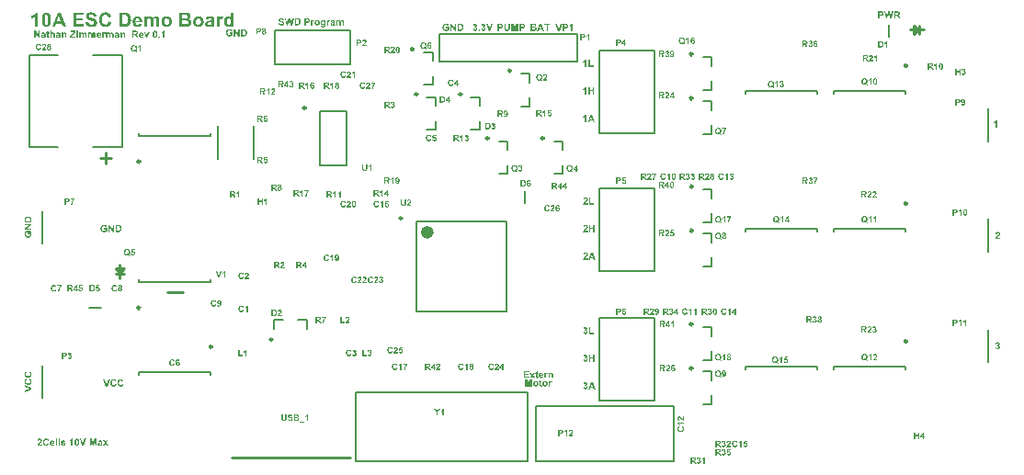
<source format=gto>
%FSLAX24Y24*%
%MOIN*%
G70*
G01*
G75*
G04 Layer_Color=65535*
%ADD10R,0.0512X0.0394*%
%ADD11R,0.0354X0.0315*%
%ADD12R,0.0315X0.0354*%
%ADD13R,0.0394X0.0512*%
%ADD14O,0.0827X0.0276*%
%ADD15R,0.0790X0.0980*%
%ADD16R,0.0200X0.0940*%
%ADD17R,0.1350X0.1850*%
%ADD18R,0.0532X0.0846*%
%ADD19R,0.0394X0.0945*%
%ADD20R,0.2185X0.2677*%
%ADD21O,0.0827X0.0118*%
%ADD22O,0.0118X0.0827*%
%ADD23R,0.1378X0.0787*%
%ADD24R,0.0571X0.0236*%
%ADD25R,0.1575X0.1181*%
%ADD26R,0.0453X0.0236*%
%ADD27R,0.0236X0.0453*%
%ADD28R,0.0551X0.0433*%
%ADD29R,0.0433X0.0551*%
%ADD30R,0.2200X0.0830*%
%ADD31R,0.0984X0.1575*%
%ADD32C,0.0400*%
%ADD33C,0.0200*%
%ADD34C,0.0500*%
%ADD35C,0.0080*%
%ADD36C,0.0120*%
%ADD37C,0.0800*%
%ADD38C,0.0250*%
%ADD39C,0.0591*%
%ADD40R,0.0591X0.0591*%
%ADD41R,0.0591X0.0591*%
%ADD42C,0.2000*%
%ADD43C,0.0984*%
%ADD44R,0.0394X0.0394*%
%ADD45C,0.0394*%
%ADD46C,0.0320*%
%ADD47C,0.0098*%
%ADD48C,0.0236*%
%ADD49C,0.0079*%
%ADD50C,0.0100*%
G36*
X41487Y47222D02*
X41491D01*
X41494Y47222D01*
X41499D01*
X41507Y47221D01*
X41516Y47220D01*
X41525Y47218D01*
X41528Y47217D01*
X41532Y47216D01*
X41532D01*
X41532Y47216D01*
X41534Y47215D01*
X41537Y47213D01*
X41541Y47211D01*
X41546Y47208D01*
X41550Y47204D01*
X41554Y47200D01*
X41558Y47194D01*
Y47194D01*
X41558Y47193D01*
X41559Y47192D01*
X41560Y47191D01*
X41561Y47188D01*
X41563Y47184D01*
X41565Y47178D01*
X41567Y47172D01*
X41568Y47165D01*
X41568Y47158D01*
Y47158D01*
Y47157D01*
Y47155D01*
X41568Y47154D01*
Y47151D01*
X41568Y47149D01*
X41566Y47143D01*
X41565Y47136D01*
X41562Y47129D01*
X41558Y47122D01*
X41556Y47118D01*
X41553Y47115D01*
X41553Y47115D01*
X41552Y47114D01*
X41551Y47113D01*
X41550Y47112D01*
X41549Y47111D01*
X41547Y47109D01*
X41544Y47108D01*
X41542Y47106D01*
X41539Y47104D01*
X41535Y47102D01*
X41532Y47101D01*
X41528Y47099D01*
X41523Y47097D01*
X41518Y47096D01*
X41513Y47095D01*
X41508Y47094D01*
X41508D01*
X41508Y47093D01*
X41510Y47092D01*
X41513Y47090D01*
X41516Y47088D01*
X41520Y47085D01*
X41524Y47082D01*
X41529Y47078D01*
X41532Y47074D01*
X41533Y47074D01*
X41534Y47072D01*
X41536Y47070D01*
X41539Y47066D01*
X41543Y47061D01*
X41545Y47057D01*
X41547Y47054D01*
X41550Y47050D01*
X41553Y47046D01*
X41556Y47042D01*
X41559Y47037D01*
X41587Y46992D01*
X41531D01*
X41498Y47042D01*
X41498Y47042D01*
X41497Y47043D01*
X41496Y47045D01*
X41495Y47046D01*
X41494Y47048D01*
X41492Y47051D01*
X41488Y47056D01*
X41484Y47062D01*
X41480Y47068D01*
X41476Y47073D01*
X41475Y47074D01*
X41473Y47076D01*
X41473Y47076D01*
X41472Y47077D01*
X41471Y47078D01*
X41469Y47080D01*
X41467Y47081D01*
X41465Y47083D01*
X41462Y47084D01*
X41459Y47086D01*
X41459D01*
X41458Y47086D01*
X41456Y47087D01*
X41454Y47087D01*
X41450Y47088D01*
X41446Y47088D01*
X41442Y47088D01*
X41427D01*
Y46992D01*
X41380D01*
Y47223D01*
X41484D01*
X41487Y47222D01*
D02*
G37*
G36*
X41680Y47224D02*
X41683Y47223D01*
X41686Y47223D01*
X41690Y47222D01*
X41694Y47221D01*
X41702Y47219D01*
X41706Y47217D01*
X41711Y47215D01*
X41715Y47213D01*
X41719Y47210D01*
X41724Y47207D01*
X41727Y47203D01*
X41728Y47203D01*
X41728Y47202D01*
X41729Y47201D01*
X41730Y47200D01*
X41733Y47197D01*
X41736Y47192D01*
X41739Y47186D01*
X41741Y47180D01*
X41743Y47172D01*
X41743Y47169D01*
X41744Y47165D01*
Y47164D01*
Y47163D01*
X41743Y47162D01*
X41743Y47160D01*
X41743Y47157D01*
X41742Y47154D01*
X41741Y47151D01*
X41740Y47147D01*
X41738Y47143D01*
X41736Y47139D01*
X41733Y47135D01*
X41730Y47131D01*
X41726Y47127D01*
X41721Y47123D01*
X41716Y47120D01*
X41710Y47116D01*
X41711D01*
X41711Y47116D01*
X41712D01*
X41714Y47115D01*
X41717Y47114D01*
X41722Y47112D01*
X41727Y47109D01*
X41732Y47106D01*
X41737Y47102D01*
X41742Y47097D01*
X41743Y47096D01*
X41744Y47094D01*
X41746Y47091D01*
X41748Y47087D01*
X41750Y47082D01*
X41752Y47075D01*
X41753Y47069D01*
X41754Y47061D01*
Y47061D01*
Y47060D01*
Y47058D01*
X41754Y47056D01*
X41753Y47053D01*
X41753Y47050D01*
X41752Y47047D01*
X41751Y47043D01*
X41749Y47035D01*
X41747Y47031D01*
X41745Y47026D01*
X41742Y47022D01*
X41739Y47018D01*
X41736Y47013D01*
X41732Y47009D01*
X41731Y47009D01*
X41731Y47008D01*
X41729Y47007D01*
X41728Y47006D01*
X41725Y47004D01*
X41723Y47003D01*
X41720Y47001D01*
X41716Y46999D01*
X41713Y46997D01*
X41708Y46995D01*
X41704Y46993D01*
X41699Y46991D01*
X41694Y46990D01*
X41688Y46989D01*
X41682Y46988D01*
X41676Y46988D01*
X41673D01*
X41671Y46988D01*
X41668Y46989D01*
X41665Y46989D01*
X41662Y46990D01*
X41658Y46990D01*
X41650Y46992D01*
X41641Y46996D01*
X41637Y46998D01*
X41633Y47000D01*
X41628Y47003D01*
X41624Y47006D01*
X41624Y47006D01*
X41623Y47007D01*
X41622Y47008D01*
X41621Y47009D01*
X41619Y47011D01*
X41618Y47013D01*
X41616Y47016D01*
X41614Y47019D01*
X41612Y47022D01*
X41609Y47025D01*
X41606Y47033D01*
X41603Y47042D01*
X41601Y47047D01*
X41601Y47053D01*
X41643Y47058D01*
Y47058D01*
Y47057D01*
X41644Y47055D01*
X41644Y47052D01*
X41645Y47049D01*
X41647Y47045D01*
X41649Y47040D01*
X41651Y47036D01*
X41654Y47033D01*
X41655Y47032D01*
X41656Y47031D01*
X41658Y47030D01*
X41660Y47029D01*
X41664Y47027D01*
X41667Y47026D01*
X41671Y47025D01*
X41676Y47024D01*
X41677D01*
X41678Y47025D01*
X41681Y47025D01*
X41684Y47026D01*
X41688Y47027D01*
X41691Y47029D01*
X41695Y47031D01*
X41699Y47035D01*
X41699Y47035D01*
X41701Y47037D01*
X41702Y47039D01*
X41704Y47042D01*
X41706Y47046D01*
X41707Y47051D01*
X41708Y47057D01*
X41709Y47063D01*
Y47063D01*
Y47064D01*
Y47066D01*
X41708Y47069D01*
X41708Y47073D01*
X41706Y47077D01*
X41705Y47081D01*
X41702Y47086D01*
X41699Y47090D01*
X41699Y47090D01*
X41698Y47091D01*
X41696Y47093D01*
X41693Y47095D01*
X41690Y47097D01*
X41686Y47098D01*
X41682Y47099D01*
X41678Y47100D01*
X41674D01*
X41672Y47099D01*
X41669Y47099D01*
X41665Y47098D01*
X41662Y47097D01*
X41657Y47096D01*
X41662Y47132D01*
X41665D01*
X41668Y47132D01*
X41672Y47133D01*
X41677Y47134D01*
X41681Y47135D01*
X41686Y47137D01*
X41690Y47140D01*
X41690Y47140D01*
X41691Y47141D01*
X41693Y47143D01*
X41695Y47146D01*
X41696Y47149D01*
X41698Y47152D01*
X41699Y47157D01*
X41699Y47162D01*
Y47162D01*
Y47164D01*
X41699Y47166D01*
X41698Y47168D01*
X41698Y47171D01*
X41696Y47174D01*
X41695Y47178D01*
X41692Y47180D01*
X41692Y47181D01*
X41691Y47181D01*
X41690Y47183D01*
X41687Y47184D01*
X41685Y47185D01*
X41682Y47186D01*
X41678Y47187D01*
X41674Y47187D01*
X41672D01*
X41670Y47187D01*
X41667Y47186D01*
X41664Y47185D01*
X41661Y47184D01*
X41657Y47182D01*
X41654Y47179D01*
X41654Y47179D01*
X41653Y47178D01*
X41652Y47176D01*
X41650Y47173D01*
X41648Y47170D01*
X41647Y47166D01*
X41646Y47162D01*
X41645Y47156D01*
X41604Y47163D01*
Y47163D01*
X41604Y47164D01*
Y47165D01*
X41605Y47167D01*
X41606Y47170D01*
X41607Y47175D01*
X41609Y47181D01*
X41611Y47186D01*
X41614Y47192D01*
X41617Y47197D01*
X41617Y47197D01*
X41618Y47199D01*
X41620Y47201D01*
X41623Y47204D01*
X41626Y47207D01*
X41630Y47210D01*
X41635Y47214D01*
X41641Y47217D01*
X41641D01*
X41641Y47217D01*
X41643Y47218D01*
X41647Y47219D01*
X41651Y47220D01*
X41656Y47222D01*
X41662Y47223D01*
X41668Y47224D01*
X41675Y47224D01*
X41678D01*
X41680Y47224D01*
D02*
G37*
G36*
X41933Y42225D02*
X41932Y42225D01*
X41932Y42224D01*
X41931Y42223D01*
X41929Y42222D01*
X41928Y42220D01*
X41926Y42218D01*
X41923Y42215D01*
X41921Y42212D01*
X41918Y42208D01*
X41915Y42204D01*
X41912Y42200D01*
X41908Y42195D01*
X41905Y42190D01*
X41902Y42185D01*
X41898Y42179D01*
X41894Y42172D01*
X41894Y42172D01*
X41893Y42171D01*
X41892Y42169D01*
X41891Y42166D01*
X41890Y42163D01*
X41888Y42159D01*
X41886Y42155D01*
X41884Y42150D01*
X41881Y42145D01*
X41879Y42139D01*
X41876Y42133D01*
X41874Y42127D01*
X41869Y42113D01*
X41865Y42099D01*
Y42099D01*
X41865Y42097D01*
X41864Y42095D01*
X41863Y42092D01*
X41863Y42089D01*
X41862Y42085D01*
X41861Y42081D01*
X41860Y42076D01*
X41859Y42071D01*
X41858Y42065D01*
X41857Y42054D01*
X41856Y42042D01*
X41855Y42030D01*
X41813D01*
Y42031D01*
Y42032D01*
X41813Y42035D01*
Y42038D01*
X41813Y42043D01*
X41814Y42048D01*
X41815Y42054D01*
X41816Y42060D01*
X41817Y42067D01*
X41818Y42075D01*
X41820Y42083D01*
X41821Y42091D01*
X41824Y42100D01*
X41826Y42109D01*
X41829Y42118D01*
X41832Y42127D01*
X41833Y42128D01*
X41833Y42130D01*
X41834Y42132D01*
X41836Y42136D01*
X41838Y42140D01*
X41840Y42145D01*
X41843Y42151D01*
X41846Y42157D01*
X41849Y42164D01*
X41853Y42171D01*
X41857Y42179D01*
X41861Y42186D01*
X41871Y42201D01*
X41882Y42216D01*
X41782D01*
Y42257D01*
X41933D01*
Y42225D01*
D02*
G37*
G36*
X41680Y42261D02*
X41683Y42261D01*
X41686Y42261D01*
X41690Y42260D01*
X41694Y42259D01*
X41702Y42257D01*
X41706Y42255D01*
X41711Y42253D01*
X41715Y42250D01*
X41719Y42248D01*
X41724Y42244D01*
X41727Y42241D01*
X41728Y42240D01*
X41728Y42240D01*
X41729Y42239D01*
X41730Y42238D01*
X41733Y42234D01*
X41736Y42230D01*
X41739Y42224D01*
X41741Y42217D01*
X41743Y42210D01*
X41743Y42206D01*
X41744Y42202D01*
Y42202D01*
Y42201D01*
X41743Y42200D01*
X41743Y42197D01*
X41743Y42195D01*
X41742Y42192D01*
X41741Y42189D01*
X41740Y42185D01*
X41738Y42181D01*
X41736Y42177D01*
X41733Y42173D01*
X41730Y42169D01*
X41726Y42165D01*
X41721Y42161D01*
X41716Y42158D01*
X41710Y42154D01*
X41711D01*
X41711Y42154D01*
X41712D01*
X41714Y42153D01*
X41717Y42152D01*
X41722Y42150D01*
X41727Y42147D01*
X41732Y42144D01*
X41737Y42140D01*
X41742Y42135D01*
X41743Y42134D01*
X41744Y42132D01*
X41746Y42129D01*
X41748Y42125D01*
X41750Y42120D01*
X41752Y42113D01*
X41753Y42107D01*
X41754Y42099D01*
Y42099D01*
Y42098D01*
Y42096D01*
X41754Y42094D01*
X41753Y42091D01*
X41753Y42088D01*
X41752Y42085D01*
X41751Y42081D01*
X41749Y42073D01*
X41747Y42069D01*
X41745Y42064D01*
X41742Y42060D01*
X41739Y42055D01*
X41736Y42051D01*
X41732Y42047D01*
X41731Y42047D01*
X41731Y42046D01*
X41729Y42045D01*
X41728Y42044D01*
X41725Y42042D01*
X41723Y42040D01*
X41720Y42038D01*
X41716Y42036D01*
X41713Y42034D01*
X41708Y42032D01*
X41704Y42031D01*
X41699Y42029D01*
X41694Y42028D01*
X41688Y42027D01*
X41682Y42026D01*
X41676Y42026D01*
X41673D01*
X41671Y42026D01*
X41668Y42026D01*
X41665Y42027D01*
X41662Y42027D01*
X41658Y42028D01*
X41650Y42030D01*
X41641Y42033D01*
X41637Y42035D01*
X41633Y42038D01*
X41628Y42041D01*
X41624Y42044D01*
X41624Y42044D01*
X41623Y42045D01*
X41622Y42046D01*
X41621Y42047D01*
X41619Y42049D01*
X41618Y42051D01*
X41616Y42053D01*
X41614Y42056D01*
X41612Y42060D01*
X41609Y42063D01*
X41606Y42071D01*
X41603Y42080D01*
X41601Y42085D01*
X41601Y42091D01*
X41643Y42096D01*
Y42096D01*
Y42095D01*
X41644Y42093D01*
X41644Y42090D01*
X41645Y42087D01*
X41647Y42083D01*
X41649Y42078D01*
X41651Y42074D01*
X41654Y42071D01*
X41655Y42070D01*
X41656Y42069D01*
X41658Y42068D01*
X41660Y42067D01*
X41664Y42065D01*
X41667Y42064D01*
X41671Y42063D01*
X41676Y42062D01*
X41677D01*
X41678Y42063D01*
X41681Y42063D01*
X41684Y42064D01*
X41688Y42065D01*
X41691Y42067D01*
X41695Y42069D01*
X41699Y42073D01*
X41699Y42073D01*
X41701Y42075D01*
X41702Y42077D01*
X41704Y42080D01*
X41706Y42084D01*
X41707Y42089D01*
X41708Y42095D01*
X41709Y42101D01*
Y42101D01*
Y42102D01*
Y42104D01*
X41708Y42107D01*
X41708Y42111D01*
X41706Y42115D01*
X41705Y42119D01*
X41702Y42124D01*
X41699Y42128D01*
X41699Y42128D01*
X41698Y42129D01*
X41696Y42131D01*
X41693Y42133D01*
X41690Y42135D01*
X41686Y42136D01*
X41682Y42137D01*
X41678Y42138D01*
X41674D01*
X41672Y42137D01*
X41669Y42137D01*
X41665Y42136D01*
X41662Y42135D01*
X41657Y42134D01*
X41662Y42170D01*
X41665D01*
X41668Y42170D01*
X41672Y42171D01*
X41677Y42172D01*
X41681Y42173D01*
X41686Y42175D01*
X41690Y42178D01*
X41690Y42178D01*
X41691Y42179D01*
X41693Y42181D01*
X41695Y42184D01*
X41696Y42187D01*
X41698Y42190D01*
X41699Y42194D01*
X41699Y42200D01*
Y42200D01*
Y42201D01*
X41699Y42203D01*
X41698Y42206D01*
X41698Y42209D01*
X41696Y42212D01*
X41695Y42215D01*
X41692Y42218D01*
X41692Y42218D01*
X41691Y42219D01*
X41690Y42220D01*
X41687Y42222D01*
X41685Y42223D01*
X41682Y42224D01*
X41678Y42225D01*
X41674Y42225D01*
X41672D01*
X41670Y42225D01*
X41667Y42224D01*
X41664Y42223D01*
X41661Y42222D01*
X41657Y42220D01*
X41654Y42217D01*
X41654Y42217D01*
X41653Y42216D01*
X41652Y42214D01*
X41650Y42211D01*
X41648Y42208D01*
X41647Y42204D01*
X41646Y42200D01*
X41645Y42194D01*
X41604Y42201D01*
Y42201D01*
X41604Y42202D01*
Y42203D01*
X41605Y42204D01*
X41606Y42208D01*
X41607Y42213D01*
X41609Y42218D01*
X41611Y42224D01*
X41614Y42229D01*
X41617Y42234D01*
X41617Y42235D01*
X41618Y42236D01*
X41620Y42239D01*
X41623Y42242D01*
X41626Y42245D01*
X41630Y42248D01*
X41635Y42251D01*
X41641Y42254D01*
X41641D01*
X41641Y42255D01*
X41643Y42255D01*
X41647Y42257D01*
X41651Y42258D01*
X41656Y42259D01*
X41662Y42261D01*
X41668Y42261D01*
X41675Y42262D01*
X41678D01*
X41680Y42261D01*
D02*
G37*
G36*
X37230Y42411D02*
X37233Y42411D01*
X37236Y42411D01*
X37240Y42410D01*
X37244Y42409D01*
X37252Y42407D01*
X37256Y42405D01*
X37261Y42403D01*
X37265Y42400D01*
X37269Y42398D01*
X37274Y42394D01*
X37277Y42391D01*
X37278Y42390D01*
X37278Y42390D01*
X37279Y42389D01*
X37280Y42388D01*
X37283Y42384D01*
X37286Y42380D01*
X37289Y42374D01*
X37291Y42367D01*
X37293Y42360D01*
X37293Y42356D01*
X37294Y42352D01*
Y42352D01*
Y42351D01*
X37293Y42350D01*
X37293Y42347D01*
X37293Y42345D01*
X37292Y42342D01*
X37291Y42339D01*
X37290Y42335D01*
X37288Y42331D01*
X37286Y42327D01*
X37283Y42323D01*
X37280Y42319D01*
X37276Y42315D01*
X37271Y42311D01*
X37266Y42308D01*
X37260Y42304D01*
X37261D01*
X37261Y42304D01*
X37262D01*
X37264Y42303D01*
X37267Y42302D01*
X37272Y42300D01*
X37277Y42297D01*
X37282Y42294D01*
X37287Y42290D01*
X37292Y42285D01*
X37293Y42284D01*
X37294Y42282D01*
X37296Y42279D01*
X37298Y42275D01*
X37300Y42270D01*
X37302Y42263D01*
X37303Y42257D01*
X37304Y42249D01*
Y42249D01*
Y42248D01*
Y42246D01*
X37304Y42244D01*
X37303Y42241D01*
X37303Y42238D01*
X37302Y42235D01*
X37301Y42231D01*
X37299Y42223D01*
X37297Y42219D01*
X37295Y42214D01*
X37292Y42210D01*
X37289Y42205D01*
X37286Y42201D01*
X37282Y42197D01*
X37281Y42197D01*
X37281Y42196D01*
X37279Y42195D01*
X37278Y42194D01*
X37275Y42192D01*
X37273Y42190D01*
X37270Y42188D01*
X37266Y42186D01*
X37263Y42184D01*
X37258Y42182D01*
X37254Y42181D01*
X37249Y42179D01*
X37244Y42178D01*
X37238Y42177D01*
X37232Y42176D01*
X37226Y42176D01*
X37223D01*
X37221Y42176D01*
X37218Y42176D01*
X37215Y42177D01*
X37212Y42177D01*
X37208Y42178D01*
X37200Y42180D01*
X37191Y42183D01*
X37187Y42185D01*
X37183Y42188D01*
X37178Y42191D01*
X37174Y42194D01*
X37174Y42194D01*
X37173Y42195D01*
X37172Y42196D01*
X37171Y42197D01*
X37169Y42199D01*
X37168Y42201D01*
X37166Y42203D01*
X37164Y42206D01*
X37162Y42210D01*
X37159Y42213D01*
X37156Y42221D01*
X37153Y42230D01*
X37151Y42235D01*
X37151Y42241D01*
X37193Y42246D01*
Y42246D01*
Y42245D01*
X37194Y42243D01*
X37194Y42240D01*
X37195Y42237D01*
X37197Y42233D01*
X37199Y42228D01*
X37201Y42224D01*
X37204Y42221D01*
X37205Y42220D01*
X37206Y42219D01*
X37208Y42218D01*
X37210Y42217D01*
X37214Y42215D01*
X37217Y42214D01*
X37221Y42213D01*
X37226Y42212D01*
X37227D01*
X37228Y42213D01*
X37231Y42213D01*
X37234Y42214D01*
X37238Y42215D01*
X37241Y42217D01*
X37245Y42219D01*
X37249Y42223D01*
X37249Y42223D01*
X37251Y42225D01*
X37252Y42227D01*
X37254Y42230D01*
X37256Y42234D01*
X37257Y42239D01*
X37258Y42245D01*
X37259Y42251D01*
Y42251D01*
Y42252D01*
Y42254D01*
X37258Y42257D01*
X37258Y42261D01*
X37256Y42265D01*
X37255Y42269D01*
X37252Y42274D01*
X37249Y42278D01*
X37249Y42278D01*
X37248Y42279D01*
X37246Y42281D01*
X37243Y42283D01*
X37240Y42285D01*
X37236Y42286D01*
X37232Y42287D01*
X37228Y42288D01*
X37224D01*
X37222Y42287D01*
X37219Y42287D01*
X37215Y42286D01*
X37212Y42285D01*
X37207Y42284D01*
X37212Y42320D01*
X37215D01*
X37218Y42320D01*
X37222Y42321D01*
X37227Y42322D01*
X37231Y42323D01*
X37236Y42325D01*
X37240Y42328D01*
X37240Y42328D01*
X37241Y42329D01*
X37243Y42331D01*
X37245Y42334D01*
X37246Y42337D01*
X37248Y42340D01*
X37249Y42344D01*
X37249Y42350D01*
Y42350D01*
Y42351D01*
X37249Y42353D01*
X37248Y42356D01*
X37248Y42359D01*
X37246Y42362D01*
X37245Y42365D01*
X37242Y42368D01*
X37242Y42368D01*
X37241Y42369D01*
X37240Y42370D01*
X37237Y42372D01*
X37235Y42373D01*
X37232Y42374D01*
X37228Y42375D01*
X37224Y42375D01*
X37222D01*
X37220Y42375D01*
X37217Y42374D01*
X37214Y42373D01*
X37211Y42372D01*
X37207Y42370D01*
X37204Y42367D01*
X37204Y42367D01*
X37203Y42366D01*
X37202Y42364D01*
X37200Y42361D01*
X37198Y42358D01*
X37197Y42354D01*
X37196Y42350D01*
X37195Y42344D01*
X37154Y42351D01*
Y42351D01*
X37154Y42352D01*
Y42353D01*
X37155Y42354D01*
X37156Y42358D01*
X37157Y42363D01*
X37159Y42368D01*
X37161Y42374D01*
X37164Y42379D01*
X37167Y42384D01*
X37167Y42385D01*
X37168Y42386D01*
X37170Y42389D01*
X37173Y42392D01*
X37176Y42395D01*
X37180Y42398D01*
X37185Y42401D01*
X37191Y42404D01*
X37191D01*
X37191Y42405D01*
X37193Y42405D01*
X37197Y42407D01*
X37201Y42408D01*
X37206Y42409D01*
X37212Y42411D01*
X37218Y42411D01*
X37225Y42412D01*
X37228D01*
X37230Y42411D01*
D02*
G37*
G36*
X37410D02*
X37413Y42411D01*
X37416Y42411D01*
X37419Y42410D01*
X37423Y42409D01*
X37431Y42407D01*
X37435Y42405D01*
X37440Y42403D01*
X37444Y42400D01*
X37448Y42398D01*
X37453Y42394D01*
X37456Y42391D01*
X37457Y42390D01*
X37457Y42390D01*
X37458Y42389D01*
X37459Y42388D01*
X37462Y42384D01*
X37465Y42380D01*
X37468Y42374D01*
X37470Y42367D01*
X37472Y42360D01*
X37472Y42356D01*
X37473Y42352D01*
Y42352D01*
Y42351D01*
X37472Y42350D01*
X37472Y42347D01*
X37472Y42345D01*
X37471Y42342D01*
X37470Y42339D01*
X37469Y42335D01*
X37467Y42331D01*
X37465Y42327D01*
X37462Y42323D01*
X37459Y42319D01*
X37455Y42315D01*
X37450Y42311D01*
X37445Y42308D01*
X37439Y42304D01*
X37440D01*
X37440Y42304D01*
X37441D01*
X37443Y42303D01*
X37446Y42302D01*
X37451Y42300D01*
X37456Y42297D01*
X37461Y42294D01*
X37466Y42290D01*
X37471Y42285D01*
X37472Y42284D01*
X37473Y42282D01*
X37475Y42279D01*
X37477Y42275D01*
X37479Y42270D01*
X37481Y42263D01*
X37482Y42257D01*
X37483Y42249D01*
Y42249D01*
Y42248D01*
Y42246D01*
X37483Y42244D01*
X37482Y42241D01*
X37482Y42238D01*
X37481Y42235D01*
X37480Y42231D01*
X37478Y42223D01*
X37476Y42219D01*
X37474Y42214D01*
X37471Y42210D01*
X37468Y42205D01*
X37465Y42201D01*
X37461Y42197D01*
X37460Y42197D01*
X37460Y42196D01*
X37458Y42195D01*
X37457Y42194D01*
X37454Y42192D01*
X37452Y42190D01*
X37449Y42188D01*
X37445Y42186D01*
X37442Y42184D01*
X37437Y42182D01*
X37433Y42181D01*
X37428Y42179D01*
X37423Y42178D01*
X37418Y42177D01*
X37412Y42176D01*
X37406Y42176D01*
X37403D01*
X37400Y42176D01*
X37398Y42176D01*
X37395Y42177D01*
X37391Y42177D01*
X37387Y42178D01*
X37379Y42180D01*
X37371Y42183D01*
X37366Y42185D01*
X37362Y42188D01*
X37358Y42191D01*
X37354Y42194D01*
X37353Y42194D01*
X37353Y42195D01*
X37352Y42196D01*
X37350Y42197D01*
X37349Y42199D01*
X37347Y42201D01*
X37345Y42203D01*
X37343Y42206D01*
X37341Y42210D01*
X37339Y42213D01*
X37335Y42221D01*
X37332Y42230D01*
X37331Y42235D01*
X37330Y42241D01*
X37373Y42246D01*
Y42246D01*
Y42245D01*
X37373Y42243D01*
X37374Y42240D01*
X37375Y42237D01*
X37376Y42233D01*
X37378Y42228D01*
X37381Y42224D01*
X37384Y42221D01*
X37384Y42220D01*
X37385Y42219D01*
X37387Y42218D01*
X37390Y42217D01*
X37393Y42215D01*
X37397Y42214D01*
X37401Y42213D01*
X37405Y42212D01*
X37406D01*
X37408Y42213D01*
X37410Y42213D01*
X37413Y42214D01*
X37417Y42215D01*
X37421Y42217D01*
X37424Y42219D01*
X37428Y42223D01*
X37429Y42223D01*
X37430Y42225D01*
X37431Y42227D01*
X37433Y42230D01*
X37435Y42234D01*
X37436Y42239D01*
X37437Y42245D01*
X37438Y42251D01*
Y42251D01*
Y42252D01*
Y42254D01*
X37437Y42257D01*
X37437Y42261D01*
X37435Y42265D01*
X37434Y42269D01*
X37431Y42274D01*
X37429Y42278D01*
X37428Y42278D01*
X37427Y42279D01*
X37425Y42281D01*
X37423Y42283D01*
X37419Y42285D01*
X37416Y42286D01*
X37412Y42287D01*
X37407Y42288D01*
X37404D01*
X37401Y42287D01*
X37398Y42287D01*
X37395Y42286D01*
X37391Y42285D01*
X37387Y42284D01*
X37391Y42320D01*
X37394D01*
X37398Y42320D01*
X37402Y42321D01*
X37406Y42322D01*
X37411Y42323D01*
X37415Y42325D01*
X37419Y42328D01*
X37419Y42328D01*
X37421Y42329D01*
X37422Y42331D01*
X37424Y42334D01*
X37425Y42337D01*
X37427Y42340D01*
X37428Y42344D01*
X37429Y42350D01*
Y42350D01*
Y42351D01*
X37428Y42353D01*
X37427Y42356D01*
X37427Y42359D01*
X37425Y42362D01*
X37424Y42365D01*
X37422Y42368D01*
X37421Y42368D01*
X37420Y42369D01*
X37419Y42370D01*
X37417Y42372D01*
X37414Y42373D01*
X37411Y42374D01*
X37407Y42375D01*
X37403Y42375D01*
X37401D01*
X37399Y42375D01*
X37396Y42374D01*
X37393Y42373D01*
X37390Y42372D01*
X37387Y42370D01*
X37384Y42367D01*
X37383Y42367D01*
X37382Y42366D01*
X37381Y42364D01*
X37379Y42361D01*
X37378Y42358D01*
X37376Y42354D01*
X37375Y42350D01*
X37374Y42344D01*
X37333Y42351D01*
Y42351D01*
X37334Y42352D01*
Y42353D01*
X37334Y42354D01*
X37335Y42358D01*
X37336Y42363D01*
X37338Y42368D01*
X37340Y42374D01*
X37343Y42379D01*
X37346Y42384D01*
X37346Y42385D01*
X37348Y42386D01*
X37350Y42389D01*
X37352Y42392D01*
X37356Y42395D01*
X37360Y42398D01*
X37365Y42401D01*
X37370Y42404D01*
X37370D01*
X37371Y42405D01*
X37373Y42405D01*
X37376Y42407D01*
X37380Y42408D01*
X37385Y42409D01*
X37391Y42411D01*
X37397Y42411D01*
X37404Y42412D01*
X37407D01*
X37410Y42411D01*
D02*
G37*
G36*
X41870Y47224D02*
X41873D01*
X41875Y47223D01*
X41881Y47222D01*
X41888Y47220D01*
X41895Y47218D01*
X41902Y47214D01*
X41906Y47212D01*
X41909Y47209D01*
X41909D01*
X41910Y47208D01*
X41911Y47207D01*
X41912Y47206D01*
X41913Y47205D01*
X41915Y47203D01*
X41918Y47198D01*
X41922Y47192D01*
X41926Y47185D01*
X41929Y47176D01*
X41931Y47166D01*
X41889Y47162D01*
Y47162D01*
X41888Y47164D01*
X41888Y47166D01*
X41887Y47169D01*
X41886Y47172D01*
X41884Y47175D01*
X41883Y47178D01*
X41880Y47181D01*
X41880Y47181D01*
X41879Y47182D01*
X41878Y47183D01*
X41876Y47184D01*
X41874Y47185D01*
X41871Y47186D01*
X41867Y47187D01*
X41863Y47187D01*
X41863D01*
X41861Y47187D01*
X41858Y47187D01*
X41855Y47186D01*
X41851Y47184D01*
X41847Y47182D01*
X41843Y47179D01*
X41840Y47175D01*
X41839Y47174D01*
X41839Y47173D01*
X41838Y47172D01*
X41837Y47171D01*
X41836Y47169D01*
X41836Y47166D01*
X41835Y47163D01*
X41833Y47160D01*
X41832Y47156D01*
X41831Y47152D01*
X41830Y47147D01*
X41829Y47142D01*
X41829Y47136D01*
X41828Y47129D01*
X41827Y47122D01*
X41828Y47123D01*
X41828Y47123D01*
X41829Y47124D01*
X41830Y47125D01*
X41832Y47127D01*
X41834Y47129D01*
X41839Y47132D01*
X41845Y47136D01*
X41852Y47139D01*
X41856Y47140D01*
X41860Y47141D01*
X41864Y47142D01*
X41869Y47142D01*
X41871D01*
X41873Y47142D01*
X41876Y47141D01*
X41878Y47141D01*
X41881Y47140D01*
X41885Y47139D01*
X41892Y47137D01*
X41896Y47135D01*
X41900Y47133D01*
X41904Y47131D01*
X41908Y47128D01*
X41912Y47124D01*
X41916Y47121D01*
X41916Y47120D01*
X41917Y47120D01*
X41918Y47119D01*
X41919Y47117D01*
X41920Y47115D01*
X41922Y47112D01*
X41924Y47109D01*
X41926Y47106D01*
X41928Y47102D01*
X41929Y47098D01*
X41931Y47094D01*
X41933Y47089D01*
X41934Y47084D01*
X41935Y47078D01*
X41935Y47072D01*
X41936Y47066D01*
Y47066D01*
Y47064D01*
Y47063D01*
X41935Y47060D01*
X41935Y47057D01*
X41935Y47054D01*
X41934Y47050D01*
X41933Y47046D01*
X41931Y47036D01*
X41929Y47032D01*
X41927Y47027D01*
X41924Y47023D01*
X41922Y47018D01*
X41918Y47013D01*
X41915Y47009D01*
X41914Y47009D01*
X41914Y47008D01*
X41913Y47007D01*
X41911Y47006D01*
X41909Y47004D01*
X41906Y47003D01*
X41904Y47001D01*
X41900Y46999D01*
X41897Y46997D01*
X41893Y46995D01*
X41888Y46993D01*
X41884Y46991D01*
X41878Y46990D01*
X41873Y46989D01*
X41868Y46988D01*
X41862Y46988D01*
X41860D01*
X41858Y46988D01*
X41856D01*
X41853Y46989D01*
X41849Y46989D01*
X41846Y46990D01*
X41841Y46991D01*
X41837Y46993D01*
X41832Y46995D01*
X41827Y46997D01*
X41823Y46999D01*
X41818Y47002D01*
X41813Y47006D01*
X41808Y47010D01*
X41804Y47015D01*
X41804Y47015D01*
X41803Y47016D01*
X41802Y47018D01*
X41801Y47020D01*
X41799Y47023D01*
X41797Y47027D01*
X41795Y47031D01*
X41793Y47036D01*
X41791Y47042D01*
X41789Y47048D01*
X41787Y47056D01*
X41785Y47064D01*
X41784Y47073D01*
X41783Y47082D01*
X41782Y47093D01*
X41782Y47104D01*
Y47104D01*
Y47105D01*
Y47106D01*
Y47107D01*
Y47110D01*
X41782Y47114D01*
X41782Y47120D01*
X41783Y47126D01*
X41784Y47132D01*
X41785Y47139D01*
X41786Y47147D01*
X41787Y47154D01*
X41789Y47162D01*
X41792Y47170D01*
X41794Y47177D01*
X41797Y47184D01*
X41801Y47190D01*
X41805Y47196D01*
X41805Y47196D01*
X41806Y47197D01*
X41807Y47198D01*
X41809Y47200D01*
X41812Y47202D01*
X41814Y47205D01*
X41818Y47207D01*
X41821Y47210D01*
X41826Y47212D01*
X41830Y47215D01*
X41835Y47217D01*
X41841Y47220D01*
X41846Y47221D01*
X41853Y47223D01*
X41859Y47224D01*
X41866Y47224D01*
X41869D01*
X41870Y47224D01*
D02*
G37*
G36*
X37037Y42410D02*
X37041D01*
X37044Y42410D01*
X37049D01*
X37057Y42409D01*
X37066Y42408D01*
X37075Y42406D01*
X37078Y42405D01*
X37082Y42404D01*
X37082D01*
X37082Y42404D01*
X37084Y42403D01*
X37087Y42401D01*
X37091Y42399D01*
X37095Y42396D01*
X37100Y42392D01*
X37104Y42387D01*
X37108Y42382D01*
Y42381D01*
X37108Y42381D01*
X37109Y42380D01*
X37110Y42379D01*
X37111Y42376D01*
X37113Y42371D01*
X37115Y42366D01*
X37117Y42360D01*
X37118Y42353D01*
X37118Y42346D01*
Y42345D01*
Y42345D01*
Y42343D01*
X37118Y42341D01*
Y42339D01*
X37118Y42337D01*
X37116Y42331D01*
X37115Y42324D01*
X37112Y42317D01*
X37108Y42310D01*
X37106Y42306D01*
X37103Y42303D01*
X37103Y42303D01*
X37102Y42302D01*
X37101Y42301D01*
X37100Y42300D01*
X37099Y42299D01*
X37097Y42297D01*
X37095Y42296D01*
X37092Y42294D01*
X37089Y42292D01*
X37085Y42290D01*
X37082Y42289D01*
X37078Y42287D01*
X37073Y42285D01*
X37068Y42284D01*
X37063Y42283D01*
X37058Y42282D01*
X37058D01*
X37058Y42281D01*
X37060Y42280D01*
X37063Y42278D01*
X37066Y42276D01*
X37070Y42273D01*
X37074Y42270D01*
X37079Y42266D01*
X37082Y42262D01*
X37083Y42262D01*
X37084Y42260D01*
X37086Y42258D01*
X37089Y42254D01*
X37093Y42249D01*
X37095Y42245D01*
X37097Y42242D01*
X37100Y42238D01*
X37103Y42234D01*
X37106Y42230D01*
X37109Y42225D01*
X37137Y42180D01*
X37081D01*
X37048Y42230D01*
X37048Y42230D01*
X37047Y42231D01*
X37046Y42233D01*
X37045Y42234D01*
X37044Y42236D01*
X37042Y42239D01*
X37038Y42244D01*
X37034Y42250D01*
X37030Y42256D01*
X37026Y42261D01*
X37025Y42262D01*
X37023Y42264D01*
X37023Y42264D01*
X37022Y42265D01*
X37021Y42266D01*
X37019Y42268D01*
X37017Y42269D01*
X37015Y42271D01*
X37012Y42272D01*
X37009Y42274D01*
X37009D01*
X37008Y42274D01*
X37006Y42275D01*
X37004Y42275D01*
X37000Y42276D01*
X36996Y42276D01*
X36992Y42276D01*
X36977D01*
Y42180D01*
X36930D01*
Y42410D01*
X37034D01*
X37037Y42410D01*
D02*
G37*
G36*
X36480Y46861D02*
X36483Y46861D01*
X36486Y46861D01*
X36490Y46860D01*
X36494Y46859D01*
X36502Y46857D01*
X36506Y46855D01*
X36511Y46853D01*
X36515Y46850D01*
X36519Y46848D01*
X36524Y46844D01*
X36527Y46841D01*
X36528Y46840D01*
X36528Y46840D01*
X36529Y46839D01*
X36530Y46838D01*
X36533Y46834D01*
X36536Y46830D01*
X36539Y46824D01*
X36541Y46817D01*
X36543Y46810D01*
X36543Y46806D01*
X36544Y46802D01*
Y46802D01*
Y46801D01*
X36543Y46800D01*
X36543Y46797D01*
X36543Y46795D01*
X36542Y46792D01*
X36541Y46789D01*
X36540Y46785D01*
X36538Y46781D01*
X36536Y46777D01*
X36533Y46773D01*
X36530Y46769D01*
X36526Y46765D01*
X36521Y46761D01*
X36516Y46758D01*
X36510Y46754D01*
X36511D01*
X36511Y46754D01*
X36512D01*
X36514Y46753D01*
X36517Y46752D01*
X36522Y46750D01*
X36527Y46747D01*
X36532Y46744D01*
X36537Y46740D01*
X36542Y46735D01*
X36543Y46734D01*
X36544Y46732D01*
X36546Y46729D01*
X36548Y46725D01*
X36550Y46720D01*
X36552Y46713D01*
X36553Y46707D01*
X36554Y46699D01*
Y46699D01*
Y46698D01*
Y46696D01*
X36554Y46694D01*
X36553Y46691D01*
X36553Y46688D01*
X36552Y46685D01*
X36551Y46681D01*
X36549Y46673D01*
X36547Y46669D01*
X36545Y46664D01*
X36542Y46660D01*
X36539Y46655D01*
X36536Y46651D01*
X36532Y46647D01*
X36531Y46647D01*
X36531Y46646D01*
X36529Y46645D01*
X36528Y46644D01*
X36525Y46642D01*
X36523Y46640D01*
X36520Y46638D01*
X36516Y46636D01*
X36513Y46634D01*
X36508Y46632D01*
X36504Y46631D01*
X36499Y46629D01*
X36494Y46628D01*
X36488Y46627D01*
X36482Y46626D01*
X36476Y46626D01*
X36473D01*
X36471Y46626D01*
X36468Y46626D01*
X36465Y46627D01*
X36462Y46627D01*
X36458Y46628D01*
X36450Y46630D01*
X36441Y46633D01*
X36437Y46635D01*
X36433Y46638D01*
X36428Y46641D01*
X36424Y46644D01*
X36424Y46644D01*
X36423Y46645D01*
X36422Y46646D01*
X36421Y46647D01*
X36419Y46649D01*
X36418Y46651D01*
X36416Y46653D01*
X36414Y46656D01*
X36412Y46660D01*
X36409Y46663D01*
X36406Y46671D01*
X36403Y46680D01*
X36401Y46685D01*
X36401Y46691D01*
X36443Y46696D01*
Y46696D01*
Y46695D01*
X36444Y46693D01*
X36444Y46690D01*
X36445Y46687D01*
X36447Y46683D01*
X36449Y46678D01*
X36451Y46674D01*
X36454Y46671D01*
X36455Y46670D01*
X36456Y46669D01*
X36458Y46668D01*
X36460Y46667D01*
X36464Y46665D01*
X36467Y46664D01*
X36471Y46663D01*
X36476Y46662D01*
X36477D01*
X36478Y46663D01*
X36481Y46663D01*
X36484Y46664D01*
X36488Y46665D01*
X36491Y46667D01*
X36495Y46669D01*
X36499Y46673D01*
X36499Y46673D01*
X36501Y46675D01*
X36502Y46677D01*
X36504Y46680D01*
X36506Y46684D01*
X36507Y46689D01*
X36508Y46695D01*
X36509Y46701D01*
Y46701D01*
Y46702D01*
Y46704D01*
X36508Y46707D01*
X36508Y46711D01*
X36506Y46715D01*
X36505Y46719D01*
X36502Y46724D01*
X36499Y46728D01*
X36499Y46728D01*
X36498Y46729D01*
X36496Y46731D01*
X36493Y46733D01*
X36490Y46735D01*
X36486Y46736D01*
X36482Y46737D01*
X36478Y46738D01*
X36474D01*
X36472Y46737D01*
X36469Y46737D01*
X36465Y46736D01*
X36462Y46735D01*
X36457Y46734D01*
X36462Y46770D01*
X36465D01*
X36468Y46770D01*
X36472Y46771D01*
X36477Y46772D01*
X36481Y46773D01*
X36486Y46775D01*
X36490Y46778D01*
X36490Y46778D01*
X36491Y46779D01*
X36493Y46781D01*
X36495Y46784D01*
X36496Y46787D01*
X36498Y46790D01*
X36499Y46795D01*
X36499Y46800D01*
Y46800D01*
Y46802D01*
X36499Y46803D01*
X36498Y46806D01*
X36498Y46809D01*
X36496Y46812D01*
X36495Y46815D01*
X36492Y46818D01*
X36492Y46818D01*
X36491Y46819D01*
X36490Y46820D01*
X36487Y46822D01*
X36485Y46823D01*
X36482Y46824D01*
X36478Y46825D01*
X36474Y46825D01*
X36472D01*
X36470Y46825D01*
X36467Y46824D01*
X36464Y46823D01*
X36461Y46822D01*
X36457Y46820D01*
X36454Y46817D01*
X36454Y46817D01*
X36453Y46816D01*
X36452Y46814D01*
X36450Y46811D01*
X36448Y46808D01*
X36447Y46804D01*
X36446Y46800D01*
X36445Y46794D01*
X36404Y46801D01*
Y46801D01*
X36404Y46802D01*
Y46803D01*
X36405Y46804D01*
X36406Y46808D01*
X36407Y46813D01*
X36409Y46818D01*
X36411Y46824D01*
X36414Y46829D01*
X36417Y46834D01*
X36417Y46835D01*
X36418Y46836D01*
X36420Y46839D01*
X36423Y46842D01*
X36426Y46845D01*
X36430Y46848D01*
X36435Y46851D01*
X36441Y46854D01*
X36441D01*
X36441Y46855D01*
X36443Y46855D01*
X36447Y46857D01*
X36451Y46858D01*
X36456Y46859D01*
X36462Y46861D01*
X36468Y46861D01*
X36475Y46862D01*
X36478D01*
X36480Y46861D01*
D02*
G37*
G36*
X36655D02*
X36658D01*
X36661Y46861D01*
X36664Y46860D01*
X36668Y46859D01*
X36672Y46858D01*
X36677Y46857D01*
X36681Y46855D01*
X36686Y46853D01*
X36691Y46850D01*
X36696Y46847D01*
X36700Y46843D01*
X36705Y46839D01*
X36709Y46834D01*
X36710Y46834D01*
X36710Y46833D01*
X36711Y46831D01*
X36713Y46829D01*
X36715Y46826D01*
X36717Y46822D01*
X36719Y46818D01*
X36721Y46813D01*
X36723Y46807D01*
X36725Y46800D01*
X36727Y46793D01*
X36728Y46785D01*
X36730Y46776D01*
X36731Y46767D01*
X36732Y46756D01*
X36732Y46745D01*
Y46745D01*
Y46744D01*
Y46743D01*
Y46742D01*
Y46739D01*
X36732Y46735D01*
X36731Y46729D01*
X36731Y46723D01*
X36730Y46717D01*
X36729Y46710D01*
X36728Y46702D01*
X36726Y46695D01*
X36724Y46687D01*
X36722Y46680D01*
X36719Y46673D01*
X36716Y46666D01*
X36713Y46659D01*
X36708Y46654D01*
X36708Y46653D01*
X36707Y46652D01*
X36706Y46651D01*
X36704Y46649D01*
X36702Y46647D01*
X36699Y46645D01*
X36696Y46642D01*
X36692Y46640D01*
X36688Y46637D01*
X36683Y46635D01*
X36679Y46632D01*
X36673Y46630D01*
X36667Y46628D01*
X36661Y46627D01*
X36655Y46626D01*
X36648Y46626D01*
X36645D01*
X36644Y46626D01*
X36641D01*
X36639Y46626D01*
X36632Y46627D01*
X36625Y46629D01*
X36618Y46632D01*
X36611Y46635D01*
X36608Y46637D01*
X36604Y46640D01*
X36604Y46640D01*
X36604Y46641D01*
X36603Y46642D01*
X36602Y46643D01*
X36600Y46644D01*
X36599Y46646D01*
X36597Y46648D01*
X36595Y46651D01*
X36594Y46654D01*
X36592Y46657D01*
X36590Y46660D01*
X36588Y46664D01*
X36587Y46668D01*
X36585Y46673D01*
X36584Y46678D01*
X36583Y46683D01*
X36626Y46688D01*
Y46687D01*
X36626Y46686D01*
X36626Y46683D01*
X36627Y46681D01*
X36628Y46677D01*
X36630Y46674D01*
X36631Y46671D01*
X36634Y46668D01*
X36634Y46668D01*
X36635Y46667D01*
X36636Y46666D01*
X36638Y46665D01*
X36641Y46664D01*
X36644Y46663D01*
X36647Y46663D01*
X36651Y46662D01*
X36652D01*
X36653Y46663D01*
X36656Y46663D01*
X36659Y46664D01*
X36663Y46665D01*
X36666Y46668D01*
X36670Y46671D01*
X36674Y46675D01*
X36674Y46675D01*
X36675Y46676D01*
X36676Y46677D01*
X36676Y46679D01*
X36677Y46681D01*
X36678Y46683D01*
X36679Y46686D01*
X36680Y46689D01*
X36681Y46693D01*
X36682Y46697D01*
X36683Y46702D01*
X36684Y46707D01*
X36685Y46713D01*
X36685Y46720D01*
X36686Y46727D01*
X36686Y46727D01*
X36685Y46726D01*
X36685Y46725D01*
X36683Y46724D01*
X36681Y46723D01*
X36679Y46721D01*
X36675Y46717D01*
X36669Y46714D01*
X36662Y46711D01*
X36658Y46709D01*
X36654Y46709D01*
X36649Y46708D01*
X36645Y46708D01*
X36642D01*
X36640Y46708D01*
X36638Y46708D01*
X36635Y46709D01*
X36629Y46710D01*
X36621Y46713D01*
X36618Y46715D01*
X36614Y46717D01*
X36610Y46719D01*
X36606Y46722D01*
X36602Y46725D01*
X36598Y46729D01*
X36598Y46729D01*
X36597Y46730D01*
X36596Y46731D01*
X36595Y46732D01*
X36593Y46735D01*
X36592Y46737D01*
X36590Y46740D01*
X36588Y46743D01*
X36586Y46747D01*
X36585Y46751D01*
X36583Y46756D01*
X36581Y46761D01*
X36580Y46766D01*
X36579Y46771D01*
X36579Y46777D01*
X36578Y46783D01*
Y46784D01*
Y46785D01*
Y46787D01*
X36579Y46789D01*
X36579Y46792D01*
X36579Y46796D01*
X36580Y46800D01*
X36581Y46803D01*
X36583Y46812D01*
X36585Y46817D01*
X36587Y46822D01*
X36589Y46827D01*
X36592Y46831D01*
X36595Y46836D01*
X36599Y46840D01*
X36599Y46840D01*
X36600Y46841D01*
X36601Y46842D01*
X36603Y46843D01*
X36605Y46845D01*
X36607Y46847D01*
X36610Y46849D01*
X36614Y46851D01*
X36617Y46853D01*
X36621Y46855D01*
X36626Y46857D01*
X36630Y46858D01*
X36635Y46860D01*
X36641Y46861D01*
X36646Y46861D01*
X36652Y46862D01*
X36654D01*
X36655Y46861D01*
D02*
G37*
G36*
X36532Y41965D02*
X36561D01*
Y41926D01*
X36532D01*
Y41880D01*
X36489D01*
Y41926D01*
X36395D01*
Y41965D01*
X36495Y42111D01*
X36532D01*
Y41965D01*
D02*
G37*
G36*
X36287Y46860D02*
X36291D01*
X36294Y46860D01*
X36299D01*
X36307Y46859D01*
X36316Y46858D01*
X36325Y46856D01*
X36328Y46855D01*
X36332Y46854D01*
X36332D01*
X36332Y46854D01*
X36334Y46853D01*
X36337Y46851D01*
X36341Y46849D01*
X36346Y46846D01*
X36350Y46842D01*
X36354Y46837D01*
X36358Y46832D01*
Y46831D01*
X36358Y46831D01*
X36359Y46830D01*
X36360Y46829D01*
X36361Y46826D01*
X36363Y46821D01*
X36365Y46816D01*
X36367Y46810D01*
X36368Y46803D01*
X36368Y46796D01*
Y46796D01*
Y46795D01*
Y46793D01*
X36368Y46792D01*
Y46789D01*
X36368Y46787D01*
X36366Y46781D01*
X36365Y46774D01*
X36362Y46767D01*
X36358Y46760D01*
X36356Y46756D01*
X36353Y46753D01*
X36353Y46753D01*
X36352Y46752D01*
X36351Y46751D01*
X36350Y46750D01*
X36349Y46749D01*
X36347Y46747D01*
X36344Y46746D01*
X36342Y46744D01*
X36339Y46742D01*
X36335Y46740D01*
X36332Y46739D01*
X36328Y46737D01*
X36323Y46735D01*
X36318Y46734D01*
X36313Y46733D01*
X36308Y46732D01*
X36308D01*
X36308Y46731D01*
X36310Y46730D01*
X36313Y46728D01*
X36316Y46726D01*
X36320Y46723D01*
X36324Y46720D01*
X36329Y46716D01*
X36332Y46712D01*
X36333Y46712D01*
X36334Y46710D01*
X36336Y46708D01*
X36339Y46704D01*
X36343Y46699D01*
X36345Y46695D01*
X36347Y46692D01*
X36350Y46688D01*
X36353Y46684D01*
X36356Y46680D01*
X36359Y46675D01*
X36387Y46630D01*
X36331D01*
X36298Y46680D01*
X36298Y46680D01*
X36297Y46681D01*
X36296Y46683D01*
X36295Y46684D01*
X36294Y46686D01*
X36292Y46689D01*
X36288Y46694D01*
X36284Y46700D01*
X36280Y46706D01*
X36276Y46711D01*
X36275Y46712D01*
X36273Y46714D01*
X36273Y46714D01*
X36272Y46715D01*
X36271Y46716D01*
X36269Y46718D01*
X36267Y46719D01*
X36265Y46721D01*
X36262Y46722D01*
X36259Y46724D01*
X36259D01*
X36258Y46724D01*
X36256Y46725D01*
X36254Y46725D01*
X36250Y46726D01*
X36246Y46726D01*
X36242Y46726D01*
X36227D01*
Y46630D01*
X36180D01*
Y46860D01*
X36284D01*
X36287Y46860D01*
D02*
G37*
G36*
X41830Y37224D02*
X41833Y37223D01*
X41836Y37223D01*
X41840Y37222D01*
X41844Y37221D01*
X41852Y37219D01*
X41856Y37217D01*
X41861Y37215D01*
X41865Y37213D01*
X41869Y37210D01*
X41874Y37207D01*
X41877Y37203D01*
X41878Y37203D01*
X41878Y37202D01*
X41879Y37201D01*
X41880Y37200D01*
X41883Y37197D01*
X41886Y37192D01*
X41889Y37186D01*
X41891Y37180D01*
X41893Y37172D01*
X41893Y37169D01*
X41894Y37165D01*
Y37164D01*
Y37163D01*
X41893Y37162D01*
X41893Y37160D01*
X41893Y37157D01*
X41892Y37154D01*
X41891Y37151D01*
X41890Y37147D01*
X41888Y37143D01*
X41886Y37139D01*
X41883Y37135D01*
X41880Y37131D01*
X41876Y37127D01*
X41871Y37123D01*
X41866Y37120D01*
X41860Y37116D01*
X41861D01*
X41861Y37116D01*
X41862D01*
X41864Y37115D01*
X41867Y37114D01*
X41872Y37112D01*
X41877Y37109D01*
X41882Y37106D01*
X41887Y37102D01*
X41892Y37097D01*
X41893Y37096D01*
X41894Y37094D01*
X41896Y37091D01*
X41898Y37087D01*
X41900Y37082D01*
X41902Y37075D01*
X41903Y37069D01*
X41904Y37061D01*
Y37061D01*
Y37060D01*
Y37058D01*
X41904Y37056D01*
X41903Y37053D01*
X41903Y37050D01*
X41902Y37047D01*
X41901Y37043D01*
X41899Y37035D01*
X41897Y37031D01*
X41895Y37026D01*
X41892Y37022D01*
X41889Y37018D01*
X41886Y37013D01*
X41882Y37009D01*
X41881Y37009D01*
X41881Y37008D01*
X41879Y37007D01*
X41878Y37006D01*
X41875Y37004D01*
X41873Y37003D01*
X41870Y37001D01*
X41866Y36999D01*
X41863Y36997D01*
X41858Y36995D01*
X41854Y36993D01*
X41849Y36991D01*
X41844Y36990D01*
X41838Y36989D01*
X41832Y36988D01*
X41826Y36988D01*
X41823D01*
X41821Y36988D01*
X41818Y36989D01*
X41815Y36989D01*
X41812Y36990D01*
X41808Y36990D01*
X41800Y36992D01*
X41791Y36996D01*
X41787Y36998D01*
X41783Y37000D01*
X41778Y37003D01*
X41774Y37006D01*
X41774Y37006D01*
X41773Y37007D01*
X41772Y37008D01*
X41771Y37009D01*
X41769Y37011D01*
X41768Y37013D01*
X41766Y37016D01*
X41764Y37019D01*
X41762Y37022D01*
X41759Y37025D01*
X41756Y37033D01*
X41753Y37042D01*
X41751Y37047D01*
X41751Y37053D01*
X41793Y37058D01*
Y37058D01*
Y37057D01*
X41794Y37055D01*
X41794Y37052D01*
X41795Y37049D01*
X41797Y37045D01*
X41799Y37040D01*
X41801Y37036D01*
X41804Y37033D01*
X41805Y37032D01*
X41806Y37031D01*
X41808Y37030D01*
X41810Y37029D01*
X41814Y37027D01*
X41817Y37026D01*
X41821Y37025D01*
X41826Y37025D01*
X41827D01*
X41828Y37025D01*
X41831Y37025D01*
X41834Y37026D01*
X41838Y37027D01*
X41841Y37029D01*
X41845Y37031D01*
X41849Y37035D01*
X41849Y37035D01*
X41851Y37037D01*
X41852Y37039D01*
X41854Y37042D01*
X41856Y37046D01*
X41857Y37051D01*
X41858Y37057D01*
X41859Y37063D01*
Y37063D01*
Y37064D01*
Y37066D01*
X41858Y37069D01*
X41858Y37073D01*
X41856Y37077D01*
X41855Y37081D01*
X41852Y37086D01*
X41849Y37090D01*
X41849Y37090D01*
X41848Y37091D01*
X41846Y37093D01*
X41843Y37095D01*
X41840Y37097D01*
X41836Y37098D01*
X41832Y37099D01*
X41828Y37100D01*
X41824D01*
X41822Y37099D01*
X41819Y37099D01*
X41815Y37098D01*
X41812Y37097D01*
X41807Y37096D01*
X41812Y37132D01*
X41815D01*
X41818Y37132D01*
X41822Y37133D01*
X41827Y37134D01*
X41831Y37135D01*
X41836Y37137D01*
X41840Y37140D01*
X41840Y37140D01*
X41841Y37141D01*
X41843Y37143D01*
X41845Y37146D01*
X41846Y37149D01*
X41848Y37152D01*
X41849Y37157D01*
X41849Y37162D01*
Y37162D01*
Y37164D01*
X41849Y37166D01*
X41848Y37168D01*
X41848Y37171D01*
X41846Y37174D01*
X41845Y37178D01*
X41842Y37180D01*
X41842Y37181D01*
X41841Y37181D01*
X41840Y37183D01*
X41837Y37184D01*
X41835Y37185D01*
X41832Y37186D01*
X41828Y37187D01*
X41824Y37187D01*
X41822D01*
X41820Y37187D01*
X41817Y37186D01*
X41814Y37185D01*
X41811Y37184D01*
X41807Y37182D01*
X41804Y37179D01*
X41804Y37179D01*
X41803Y37178D01*
X41802Y37176D01*
X41800Y37173D01*
X41798Y37170D01*
X41797Y37166D01*
X41796Y37162D01*
X41795Y37156D01*
X41754Y37163D01*
Y37163D01*
X41754Y37164D01*
Y37165D01*
X41755Y37167D01*
X41756Y37170D01*
X41757Y37175D01*
X41759Y37181D01*
X41761Y37186D01*
X41764Y37192D01*
X41767Y37197D01*
X41767Y37197D01*
X41768Y37199D01*
X41770Y37201D01*
X41773Y37204D01*
X41776Y37207D01*
X41780Y37210D01*
X41785Y37214D01*
X41791Y37217D01*
X41791D01*
X41791Y37217D01*
X41793Y37218D01*
X41797Y37219D01*
X41801Y37220D01*
X41806Y37222D01*
X41812Y37223D01*
X41818Y37224D01*
X41825Y37224D01*
X41828D01*
X41830Y37224D01*
D02*
G37*
G36*
X41487Y42260D02*
X41491D01*
X41494Y42260D01*
X41499D01*
X41507Y42259D01*
X41516Y42258D01*
X41525Y42256D01*
X41528Y42255D01*
X41532Y42254D01*
X41532D01*
X41532Y42254D01*
X41534Y42253D01*
X41537Y42251D01*
X41541Y42249D01*
X41546Y42246D01*
X41550Y42242D01*
X41554Y42237D01*
X41558Y42232D01*
Y42231D01*
X41558Y42231D01*
X41559Y42230D01*
X41560Y42229D01*
X41561Y42226D01*
X41563Y42221D01*
X41565Y42216D01*
X41567Y42210D01*
X41568Y42203D01*
X41568Y42196D01*
Y42196D01*
Y42195D01*
Y42193D01*
X41568Y42192D01*
Y42189D01*
X41568Y42187D01*
X41566Y42181D01*
X41565Y42174D01*
X41562Y42167D01*
X41558Y42160D01*
X41556Y42156D01*
X41553Y42153D01*
X41553Y42153D01*
X41552Y42152D01*
X41551Y42151D01*
X41550Y42150D01*
X41549Y42149D01*
X41547Y42147D01*
X41544Y42146D01*
X41542Y42144D01*
X41539Y42142D01*
X41535Y42140D01*
X41532Y42139D01*
X41528Y42137D01*
X41523Y42135D01*
X41518Y42134D01*
X41513Y42133D01*
X41508Y42132D01*
X41508D01*
X41508Y42131D01*
X41510Y42130D01*
X41513Y42128D01*
X41516Y42126D01*
X41520Y42123D01*
X41524Y42120D01*
X41529Y42116D01*
X41532Y42112D01*
X41533Y42112D01*
X41534Y42110D01*
X41536Y42108D01*
X41539Y42104D01*
X41543Y42099D01*
X41545Y42095D01*
X41547Y42092D01*
X41550Y42088D01*
X41553Y42084D01*
X41556Y42080D01*
X41559Y42075D01*
X41587Y42030D01*
X41531D01*
X41498Y42080D01*
X41498Y42080D01*
X41497Y42081D01*
X41496Y42083D01*
X41495Y42084D01*
X41494Y42086D01*
X41492Y42089D01*
X41488Y42094D01*
X41484Y42100D01*
X41480Y42106D01*
X41476Y42111D01*
X41475Y42112D01*
X41473Y42114D01*
X41473Y42114D01*
X41472Y42115D01*
X41471Y42116D01*
X41469Y42118D01*
X41467Y42119D01*
X41465Y42121D01*
X41462Y42122D01*
X41459Y42124D01*
X41459D01*
X41458Y42124D01*
X41456Y42125D01*
X41454Y42125D01*
X41450Y42126D01*
X41446Y42126D01*
X41442Y42126D01*
X41427D01*
Y42030D01*
X41380D01*
Y42260D01*
X41484D01*
X41487Y42260D01*
D02*
G37*
G36*
X42011Y37224D02*
X42014Y37223D01*
X42017Y37223D01*
X42021Y37223D01*
X42024Y37222D01*
X42033Y37220D01*
X42041Y37217D01*
X42045Y37215D01*
X42050Y37213D01*
X42053Y37210D01*
X42057Y37207D01*
X42057Y37207D01*
X42058Y37206D01*
X42059Y37205D01*
X42060Y37204D01*
X42061Y37202D01*
X42063Y37200D01*
X42066Y37195D01*
X42070Y37189D01*
X42072Y37182D01*
X42075Y37174D01*
X42075Y37169D01*
X42075Y37164D01*
Y37164D01*
Y37164D01*
Y37162D01*
X42075Y37159D01*
X42074Y37155D01*
X42073Y37150D01*
X42072Y37146D01*
X42070Y37141D01*
X42067Y37136D01*
X42066Y37135D01*
X42065Y37134D01*
X42063Y37131D01*
X42061Y37129D01*
X42057Y37125D01*
X42053Y37122D01*
X42049Y37119D01*
X42043Y37117D01*
X42044D01*
X42044Y37116D01*
X42045Y37116D01*
X42047Y37115D01*
X42050Y37113D01*
X42054Y37111D01*
X42059Y37108D01*
X42064Y37104D01*
X42069Y37099D01*
X42073Y37094D01*
X42073Y37093D01*
X42074Y37091D01*
X42076Y37088D01*
X42078Y37084D01*
X42080Y37079D01*
X42081Y37073D01*
X42082Y37067D01*
X42083Y37060D01*
Y37059D01*
Y37058D01*
Y37057D01*
X42082Y37054D01*
X42082Y37052D01*
X42082Y37048D01*
X42081Y37045D01*
X42080Y37041D01*
X42078Y37033D01*
X42076Y37029D01*
X42074Y37025D01*
X42072Y37020D01*
X42069Y37016D01*
X42066Y37012D01*
X42062Y37008D01*
X42062Y37008D01*
X42061Y37007D01*
X42060Y37006D01*
X42058Y37005D01*
X42056Y37003D01*
X42054Y37002D01*
X42051Y37000D01*
X42048Y36998D01*
X42044Y36996D01*
X42040Y36994D01*
X42035Y36993D01*
X42031Y36991D01*
X42025Y36990D01*
X42020Y36989D01*
X42014Y36988D01*
X42008Y36988D01*
X42005D01*
X42003Y36988D01*
X42000Y36989D01*
X41997Y36989D01*
X41994Y36989D01*
X41990Y36990D01*
X41981Y36992D01*
X41973Y36995D01*
X41968Y36997D01*
X41964Y36999D01*
X41960Y37001D01*
X41956Y37004D01*
X41955Y37005D01*
X41955Y37005D01*
X41953Y37006D01*
X41952Y37008D01*
X41950Y37010D01*
X41948Y37012D01*
X41946Y37015D01*
X41943Y37018D01*
X41941Y37022D01*
X41939Y37026D01*
X41937Y37030D01*
X41935Y37035D01*
X41933Y37040D01*
X41932Y37046D01*
X41931Y37051D01*
X41931Y37058D01*
Y37058D01*
Y37059D01*
Y37060D01*
Y37061D01*
X41931Y37065D01*
X41932Y37069D01*
X41933Y37074D01*
X41935Y37080D01*
X41937Y37086D01*
X41940Y37092D01*
Y37093D01*
X41940Y37093D01*
X41942Y37095D01*
X41944Y37098D01*
X41947Y37101D01*
X41951Y37105D01*
X41956Y37109D01*
X41962Y37113D01*
X41969Y37117D01*
X41969D01*
X41969Y37117D01*
X41967Y37118D01*
X41964Y37120D01*
X41960Y37122D01*
X41956Y37125D01*
X41952Y37128D01*
X41948Y37132D01*
X41944Y37136D01*
X41944Y37137D01*
X41943Y37139D01*
X41942Y37141D01*
X41941Y37145D01*
X41939Y37149D01*
X41938Y37154D01*
X41937Y37159D01*
X41937Y37164D01*
Y37165D01*
Y37165D01*
Y37167D01*
X41937Y37169D01*
X41937Y37171D01*
X41938Y37173D01*
X41939Y37179D01*
X41941Y37186D01*
X41944Y37193D01*
X41946Y37197D01*
X41949Y37200D01*
X41952Y37204D01*
X41955Y37207D01*
X41955Y37207D01*
X41956Y37208D01*
X41957Y37209D01*
X41958Y37210D01*
X41960Y37211D01*
X41962Y37212D01*
X41965Y37214D01*
X41968Y37216D01*
X41971Y37217D01*
X41975Y37219D01*
X41979Y37220D01*
X41984Y37221D01*
X41989Y37222D01*
X41994Y37223D01*
X42000Y37224D01*
X42006Y37224D01*
X42009D01*
X42011Y37224D01*
D02*
G37*
G36*
X41637Y37222D02*
X41641D01*
X41644Y37222D01*
X41649D01*
X41657Y37221D01*
X41666Y37220D01*
X41675Y37218D01*
X41678Y37217D01*
X41682Y37216D01*
X41682D01*
X41682Y37216D01*
X41684Y37215D01*
X41687Y37213D01*
X41691Y37211D01*
X41695Y37208D01*
X41700Y37204D01*
X41704Y37200D01*
X41708Y37194D01*
Y37194D01*
X41708Y37193D01*
X41709Y37192D01*
X41710Y37191D01*
X41711Y37188D01*
X41713Y37184D01*
X41715Y37178D01*
X41717Y37172D01*
X41718Y37165D01*
X41718Y37158D01*
Y37158D01*
Y37157D01*
Y37155D01*
X41718Y37154D01*
Y37151D01*
X41718Y37149D01*
X41716Y37143D01*
X41715Y37136D01*
X41712Y37129D01*
X41708Y37122D01*
X41706Y37118D01*
X41703Y37115D01*
X41703Y37115D01*
X41702Y37114D01*
X41701Y37113D01*
X41700Y37112D01*
X41699Y37111D01*
X41697Y37109D01*
X41694Y37108D01*
X41692Y37106D01*
X41689Y37104D01*
X41685Y37102D01*
X41682Y37101D01*
X41678Y37099D01*
X41673Y37097D01*
X41668Y37096D01*
X41663Y37095D01*
X41658Y37094D01*
X41658D01*
X41658Y37093D01*
X41660Y37092D01*
X41663Y37090D01*
X41666Y37088D01*
X41670Y37085D01*
X41674Y37082D01*
X41679Y37078D01*
X41682Y37074D01*
X41683Y37074D01*
X41684Y37072D01*
X41686Y37070D01*
X41689Y37066D01*
X41693Y37061D01*
X41695Y37057D01*
X41698Y37054D01*
X41700Y37050D01*
X41703Y37046D01*
X41706Y37042D01*
X41709Y37037D01*
X41737Y36992D01*
X41681D01*
X41648Y37042D01*
X41648Y37042D01*
X41647Y37043D01*
X41646Y37045D01*
X41645Y37046D01*
X41644Y37048D01*
X41642Y37051D01*
X41638Y37056D01*
X41634Y37062D01*
X41630Y37068D01*
X41626Y37073D01*
X41625Y37074D01*
X41623Y37076D01*
X41623Y37076D01*
X41622Y37077D01*
X41621Y37078D01*
X41619Y37080D01*
X41617Y37081D01*
X41615Y37083D01*
X41612Y37084D01*
X41609Y37086D01*
X41609D01*
X41608Y37086D01*
X41606Y37087D01*
X41604Y37087D01*
X41600Y37088D01*
X41596Y37088D01*
X41592Y37088D01*
X41577D01*
Y36992D01*
X41530D01*
Y37223D01*
X41634D01*
X41637Y37222D01*
D02*
G37*
G36*
X36484Y45361D02*
X36487Y45361D01*
X36490Y45361D01*
X36494Y45360D01*
X36498Y45359D01*
X36507Y45357D01*
X36515Y45354D01*
X36520Y45352D01*
X36524Y45349D01*
X36528Y45346D01*
X36532Y45343D01*
X36532Y45343D01*
X36533Y45342D01*
X36534Y45341D01*
X36535Y45340D01*
X36537Y45338D01*
X36538Y45336D01*
X36540Y45333D01*
X36542Y45330D01*
X36545Y45324D01*
X36549Y45316D01*
X36550Y45312D01*
X36551Y45307D01*
X36551Y45302D01*
X36552Y45297D01*
Y45297D01*
Y45294D01*
X36551Y45292D01*
X36551Y45288D01*
X36550Y45283D01*
X36549Y45278D01*
X36548Y45273D01*
X36546Y45268D01*
X36546Y45267D01*
X36545Y45265D01*
X36544Y45262D01*
X36542Y45259D01*
X36539Y45254D01*
X36536Y45249D01*
X36533Y45244D01*
X36528Y45238D01*
X36528Y45238D01*
X36527Y45236D01*
X36525Y45234D01*
X36522Y45231D01*
X36518Y45227D01*
X36513Y45221D01*
X36507Y45216D01*
X36499Y45209D01*
X36499Y45208D01*
X36498Y45208D01*
X36497Y45207D01*
X36496Y45206D01*
X36492Y45202D01*
X36488Y45198D01*
X36484Y45194D01*
X36479Y45190D01*
X36475Y45186D01*
X36474Y45184D01*
X36473Y45183D01*
X36472Y45183D01*
X36472Y45182D01*
X36471Y45181D01*
X36469Y45179D01*
X36466Y45175D01*
X36464Y45171D01*
X36552D01*
Y45130D01*
X36397D01*
Y45130D01*
Y45131D01*
X36397Y45132D01*
X36397Y45134D01*
X36398Y45136D01*
X36398Y45138D01*
X36399Y45144D01*
X36401Y45151D01*
X36404Y45158D01*
X36407Y45166D01*
X36412Y45174D01*
Y45174D01*
X36412Y45175D01*
X36413Y45176D01*
X36414Y45178D01*
X36416Y45180D01*
X36418Y45182D01*
X36420Y45185D01*
X36423Y45189D01*
X36426Y45193D01*
X36429Y45197D01*
X36433Y45201D01*
X36438Y45206D01*
X36443Y45211D01*
X36449Y45217D01*
X36455Y45223D01*
X36461Y45229D01*
X36462Y45230D01*
X36463Y45231D01*
X36464Y45232D01*
X36466Y45234D01*
X36469Y45236D01*
X36471Y45239D01*
X36477Y45245D01*
X36483Y45251D01*
X36489Y45257D01*
X36492Y45260D01*
X36495Y45263D01*
X36497Y45265D01*
X36498Y45267D01*
X36498Y45268D01*
X36499Y45270D01*
X36501Y45272D01*
X36503Y45276D01*
X36504Y45280D01*
X36506Y45285D01*
X36507Y45289D01*
X36507Y45294D01*
Y45294D01*
Y45295D01*
Y45297D01*
X36507Y45300D01*
X36506Y45303D01*
X36505Y45306D01*
X36504Y45310D01*
X36502Y45314D01*
X36499Y45317D01*
X36499Y45317D01*
X36498Y45318D01*
X36496Y45320D01*
X36494Y45321D01*
X36490Y45322D01*
X36487Y45324D01*
X36482Y45325D01*
X36477Y45325D01*
X36475D01*
X36472Y45325D01*
X36469Y45324D01*
X36466Y45323D01*
X36462Y45321D01*
X36458Y45319D01*
X36455Y45317D01*
X36455Y45316D01*
X36454Y45315D01*
X36452Y45313D01*
X36451Y45310D01*
X36449Y45306D01*
X36448Y45301D01*
X36447Y45296D01*
X36446Y45289D01*
X36402Y45293D01*
Y45294D01*
X36402Y45295D01*
Y45297D01*
X36403Y45300D01*
X36403Y45302D01*
X36404Y45306D01*
X36405Y45309D01*
X36406Y45314D01*
X36410Y45322D01*
X36414Y45331D01*
X36416Y45335D01*
X36419Y45339D01*
X36423Y45342D01*
X36426Y45346D01*
X36427Y45346D01*
X36427Y45346D01*
X36428Y45347D01*
X36430Y45348D01*
X36432Y45349D01*
X36435Y45351D01*
X36437Y45352D01*
X36441Y45354D01*
X36444Y45355D01*
X36448Y45357D01*
X36457Y45359D01*
X36467Y45361D01*
X36473Y45361D01*
X36478Y45362D01*
X36482D01*
X36484Y45361D01*
D02*
G37*
G36*
X36711Y45215D02*
X36740D01*
Y45176D01*
X36711D01*
Y45130D01*
X36669D01*
Y45176D01*
X36574D01*
Y45215D01*
X36674Y45361D01*
X36711D01*
Y45215D01*
D02*
G37*
G36*
X36727Y40316D02*
X36644D01*
X36637Y40277D01*
X36637D01*
X36637Y40277D01*
X36639Y40278D01*
X36642Y40279D01*
X36646Y40281D01*
X36651Y40282D01*
X36656Y40283D01*
X36661Y40284D01*
X36667Y40285D01*
X36670D01*
X36672Y40284D01*
X36674Y40284D01*
X36677Y40284D01*
X36681Y40283D01*
X36684Y40282D01*
X36692Y40279D01*
X36696Y40278D01*
X36700Y40276D01*
X36704Y40273D01*
X36709Y40270D01*
X36713Y40267D01*
X36717Y40263D01*
X36717Y40263D01*
X36718Y40262D01*
X36719Y40261D01*
X36720Y40259D01*
X36721Y40257D01*
X36723Y40254D01*
X36725Y40251D01*
X36727Y40248D01*
X36729Y40244D01*
X36731Y40240D01*
X36733Y40235D01*
X36734Y40231D01*
X36735Y40225D01*
X36736Y40220D01*
X36737Y40214D01*
X36737Y40207D01*
Y40207D01*
Y40206D01*
Y40205D01*
X36737Y40203D01*
Y40200D01*
X36736Y40197D01*
X36736Y40194D01*
X36735Y40190D01*
X36733Y40182D01*
X36730Y40174D01*
X36728Y40169D01*
X36726Y40165D01*
X36724Y40160D01*
X36721Y40156D01*
X36720Y40156D01*
X36720Y40155D01*
X36718Y40153D01*
X36717Y40151D01*
X36714Y40149D01*
X36711Y40146D01*
X36708Y40144D01*
X36704Y40141D01*
X36700Y40138D01*
X36695Y40135D01*
X36690Y40133D01*
X36685Y40130D01*
X36679Y40128D01*
X36673Y40127D01*
X36666Y40126D01*
X36658Y40126D01*
X36655D01*
X36653Y40126D01*
X36650Y40126D01*
X36647Y40127D01*
X36644Y40127D01*
X36640Y40128D01*
X36632Y40130D01*
X36623Y40133D01*
X36618Y40135D01*
X36614Y40137D01*
X36610Y40140D01*
X36606Y40143D01*
X36606Y40143D01*
X36605Y40143D01*
X36604Y40144D01*
X36603Y40146D01*
X36601Y40148D01*
X36599Y40150D01*
X36598Y40152D01*
X36596Y40155D01*
X36593Y40158D01*
X36591Y40161D01*
X36588Y40169D01*
X36584Y40178D01*
X36583Y40183D01*
X36582Y40189D01*
X36626Y40193D01*
Y40193D01*
X36627Y40191D01*
X36627Y40188D01*
X36628Y40185D01*
X36630Y40181D01*
X36632Y40177D01*
X36634Y40173D01*
X36637Y40170D01*
X36638Y40169D01*
X36639Y40168D01*
X36641Y40167D01*
X36644Y40165D01*
X36647Y40164D01*
X36650Y40162D01*
X36655Y40161D01*
X36659Y40161D01*
X36660D01*
X36661Y40161D01*
X36664Y40162D01*
X36667Y40162D01*
X36671Y40164D01*
X36675Y40166D01*
X36679Y40169D01*
X36683Y40172D01*
X36683Y40173D01*
X36684Y40174D01*
X36685Y40177D01*
X36687Y40181D01*
X36689Y40186D01*
X36691Y40191D01*
X36692Y40198D01*
X36692Y40206D01*
Y40207D01*
Y40207D01*
Y40208D01*
Y40210D01*
X36692Y40214D01*
X36691Y40218D01*
X36690Y40224D01*
X36688Y40229D01*
X36686Y40234D01*
X36683Y40238D01*
X36682Y40239D01*
X36681Y40240D01*
X36679Y40242D01*
X36676Y40244D01*
X36672Y40246D01*
X36668Y40248D01*
X36663Y40249D01*
X36658Y40249D01*
X36656D01*
X36654Y40249D01*
X36651Y40248D01*
X36646Y40247D01*
X36641Y40245D01*
X36635Y40242D01*
X36632Y40240D01*
X36629Y40238D01*
X36626Y40235D01*
X36623Y40232D01*
X36588Y40237D01*
X36610Y40357D01*
X36727D01*
Y40316D01*
D02*
G37*
G36*
X36287Y45360D02*
X36291D01*
X36294Y45360D01*
X36299D01*
X36307Y45359D01*
X36316Y45358D01*
X36325Y45356D01*
X36328Y45355D01*
X36332Y45354D01*
X36332D01*
X36332Y45354D01*
X36334Y45353D01*
X36337Y45351D01*
X36341Y45349D01*
X36346Y45346D01*
X36350Y45342D01*
X36354Y45337D01*
X36358Y45332D01*
Y45331D01*
X36358Y45331D01*
X36359Y45330D01*
X36360Y45329D01*
X36361Y45326D01*
X36363Y45321D01*
X36365Y45316D01*
X36367Y45310D01*
X36368Y45303D01*
X36368Y45296D01*
Y45296D01*
Y45295D01*
Y45293D01*
X36368Y45292D01*
Y45289D01*
X36368Y45287D01*
X36366Y45281D01*
X36365Y45274D01*
X36362Y45267D01*
X36358Y45260D01*
X36356Y45256D01*
X36353Y45253D01*
X36353Y45253D01*
X36352Y45252D01*
X36351Y45251D01*
X36350Y45250D01*
X36349Y45249D01*
X36347Y45247D01*
X36344Y45246D01*
X36342Y45244D01*
X36339Y45242D01*
X36335Y45240D01*
X36332Y45239D01*
X36328Y45237D01*
X36323Y45235D01*
X36318Y45234D01*
X36313Y45233D01*
X36308Y45232D01*
X36308D01*
X36308Y45231D01*
X36310Y45230D01*
X36313Y45228D01*
X36316Y45226D01*
X36320Y45223D01*
X36324Y45220D01*
X36329Y45216D01*
X36332Y45212D01*
X36333Y45212D01*
X36334Y45210D01*
X36336Y45208D01*
X36339Y45204D01*
X36343Y45199D01*
X36345Y45195D01*
X36347Y45192D01*
X36350Y45188D01*
X36353Y45184D01*
X36356Y45180D01*
X36359Y45175D01*
X36387Y45130D01*
X36331D01*
X36298Y45180D01*
X36298Y45180D01*
X36297Y45181D01*
X36296Y45183D01*
X36295Y45184D01*
X36294Y45186D01*
X36292Y45189D01*
X36288Y45194D01*
X36284Y45200D01*
X36280Y45206D01*
X36276Y45211D01*
X36275Y45212D01*
X36273Y45214D01*
X36273Y45214D01*
X36272Y45215D01*
X36271Y45216D01*
X36269Y45218D01*
X36267Y45219D01*
X36265Y45221D01*
X36262Y45222D01*
X36259Y45224D01*
X36259D01*
X36258Y45224D01*
X36256Y45225D01*
X36254Y45225D01*
X36250Y45226D01*
X36246Y45226D01*
X36242Y45226D01*
X36227D01*
Y45130D01*
X36180D01*
Y45360D01*
X36284D01*
X36287Y45360D01*
D02*
G37*
G36*
X44000Y36858D02*
X44003Y36858D01*
X44006Y36858D01*
X44009Y36857D01*
X44013Y36856D01*
X44021Y36854D01*
X44026Y36852D01*
X44030Y36850D01*
X44035Y36847D01*
X44039Y36845D01*
X44043Y36841D01*
X44047Y36838D01*
X44047Y36837D01*
X44047Y36837D01*
X44048Y36836D01*
X44049Y36835D01*
X44052Y36831D01*
X44055Y36827D01*
X44058Y36821D01*
X44060Y36814D01*
X44062Y36807D01*
X44063Y36803D01*
X44063Y36799D01*
Y36799D01*
Y36798D01*
X44063Y36796D01*
X44062Y36794D01*
X44062Y36792D01*
X44061Y36789D01*
X44060Y36785D01*
X44059Y36782D01*
X44057Y36778D01*
X44055Y36774D01*
X44052Y36770D01*
X44049Y36766D01*
X44045Y36762D01*
X44041Y36758D01*
X44036Y36754D01*
X44030Y36751D01*
X44030D01*
X44031Y36750D01*
X44032D01*
X44033Y36750D01*
X44037Y36749D01*
X44041Y36747D01*
X44046Y36744D01*
X44051Y36741D01*
X44057Y36736D01*
X44061Y36731D01*
X44062Y36731D01*
X44063Y36729D01*
X44065Y36726D01*
X44067Y36721D01*
X44070Y36716D01*
X44071Y36710D01*
X44073Y36703D01*
X44073Y36696D01*
Y36695D01*
Y36694D01*
Y36693D01*
X44073Y36691D01*
X44073Y36688D01*
X44072Y36685D01*
X44071Y36681D01*
X44071Y36678D01*
X44068Y36670D01*
X44066Y36665D01*
X44064Y36661D01*
X44061Y36656D01*
X44058Y36652D01*
X44055Y36648D01*
X44051Y36644D01*
X44051Y36644D01*
X44050Y36643D01*
X44049Y36642D01*
X44047Y36641D01*
X44045Y36639D01*
X44042Y36637D01*
X44039Y36635D01*
X44036Y36633D01*
X44032Y36631D01*
X44028Y36629D01*
X44023Y36628D01*
X44018Y36626D01*
X44013Y36625D01*
X44008Y36624D01*
X44002Y36623D01*
X43996Y36623D01*
X43993D01*
X43990Y36623D01*
X43988Y36623D01*
X43985Y36624D01*
X43981Y36624D01*
X43977Y36625D01*
X43969Y36627D01*
X43961Y36630D01*
X43956Y36632D01*
X43952Y36635D01*
X43948Y36638D01*
X43944Y36641D01*
X43943Y36641D01*
X43943Y36641D01*
X43942Y36642D01*
X43940Y36644D01*
X43939Y36646D01*
X43937Y36648D01*
X43935Y36650D01*
X43933Y36653D01*
X43931Y36656D01*
X43929Y36660D01*
X43925Y36668D01*
X43922Y36677D01*
X43921Y36682D01*
X43920Y36687D01*
X43963Y36693D01*
Y36692D01*
Y36692D01*
X43963Y36690D01*
X43964Y36687D01*
X43965Y36683D01*
X43966Y36679D01*
X43968Y36675D01*
X43971Y36671D01*
X43974Y36667D01*
X43974Y36667D01*
X43975Y36666D01*
X43977Y36665D01*
X43980Y36663D01*
X43983Y36662D01*
X43987Y36660D01*
X43991Y36659D01*
X43995Y36659D01*
X43996D01*
X43998Y36659D01*
X44000Y36660D01*
X44003Y36660D01*
X44007Y36662D01*
X44011Y36663D01*
X44015Y36666D01*
X44018Y36669D01*
X44019Y36670D01*
X44020Y36671D01*
X44021Y36674D01*
X44023Y36677D01*
X44025Y36681D01*
X44027Y36686D01*
X44028Y36691D01*
X44028Y36698D01*
Y36698D01*
Y36698D01*
Y36700D01*
X44028Y36703D01*
X44027Y36707D01*
X44026Y36712D01*
X44024Y36716D01*
X44022Y36720D01*
X44019Y36724D01*
X44018Y36725D01*
X44017Y36726D01*
X44015Y36728D01*
X44013Y36729D01*
X44009Y36731D01*
X44006Y36733D01*
X44002Y36734D01*
X43997Y36734D01*
X43994D01*
X43991Y36734D01*
X43988Y36734D01*
X43985Y36733D01*
X43981Y36732D01*
X43977Y36731D01*
X43981Y36767D01*
X43984D01*
X43988Y36767D01*
X43992Y36767D01*
X43996Y36768D01*
X44001Y36770D01*
X44005Y36772D01*
X44009Y36774D01*
X44009Y36775D01*
X44011Y36776D01*
X44012Y36778D01*
X44014Y36780D01*
X44016Y36783D01*
X44017Y36787D01*
X44018Y36791D01*
X44019Y36796D01*
Y36797D01*
Y36798D01*
X44018Y36800D01*
X44018Y36803D01*
X44017Y36806D01*
X44016Y36809D01*
X44014Y36812D01*
X44012Y36815D01*
X44011Y36815D01*
X44010Y36816D01*
X44009Y36817D01*
X44007Y36819D01*
X44004Y36820D01*
X44001Y36821D01*
X43997Y36822D01*
X43993Y36822D01*
X43991D01*
X43989Y36822D01*
X43986Y36821D01*
X43983Y36820D01*
X43980Y36819D01*
X43977Y36817D01*
X43974Y36814D01*
X43973Y36814D01*
X43972Y36813D01*
X43971Y36811D01*
X43969Y36808D01*
X43968Y36805D01*
X43966Y36801D01*
X43965Y36796D01*
X43964Y36791D01*
X43923Y36798D01*
Y36798D01*
X43924Y36799D01*
Y36800D01*
X43924Y36801D01*
X43925Y36805D01*
X43926Y36810D01*
X43928Y36815D01*
X43930Y36821D01*
X43933Y36826D01*
X43936Y36831D01*
X43936Y36832D01*
X43938Y36833D01*
X43940Y36836D01*
X43942Y36839D01*
X43946Y36842D01*
X43950Y36845D01*
X43955Y36848D01*
X43960Y36851D01*
X43960D01*
X43961Y36852D01*
X43963Y36852D01*
X43966Y36854D01*
X43970Y36855D01*
X43975Y36856D01*
X43981Y36858D01*
X43987Y36858D01*
X43994Y36859D01*
X43997D01*
X44000Y36858D01*
D02*
G37*
G36*
X43627Y41757D02*
X43631D01*
X43634Y41757D01*
X43639D01*
X43647Y41756D01*
X43656Y41755D01*
X43665Y41753D01*
X43668Y41752D01*
X43672Y41751D01*
X43672D01*
X43672Y41751D01*
X43674Y41750D01*
X43677Y41748D01*
X43681Y41746D01*
X43686Y41743D01*
X43690Y41739D01*
X43694Y41734D01*
X43698Y41729D01*
Y41728D01*
X43699Y41728D01*
X43699Y41727D01*
X43700Y41726D01*
X43702Y41723D01*
X43704Y41718D01*
X43705Y41713D01*
X43707Y41707D01*
X43708Y41700D01*
X43709Y41693D01*
Y41692D01*
Y41692D01*
Y41690D01*
X43708Y41688D01*
Y41686D01*
X43708Y41684D01*
X43707Y41678D01*
X43705Y41671D01*
X43702Y41664D01*
X43698Y41656D01*
X43696Y41653D01*
X43693Y41650D01*
X43693Y41649D01*
X43693Y41649D01*
X43692Y41648D01*
X43690Y41647D01*
X43689Y41646D01*
X43687Y41644D01*
X43685Y41642D01*
X43682Y41641D01*
X43679Y41639D01*
X43675Y41637D01*
X43672Y41635D01*
X43668Y41634D01*
X43663Y41632D01*
X43658Y41631D01*
X43653Y41629D01*
X43648Y41628D01*
X43648D01*
X43648Y41628D01*
X43650Y41627D01*
X43653Y41625D01*
X43656Y41623D01*
X43660Y41620D01*
X43664Y41617D01*
X43669Y41613D01*
X43672Y41609D01*
X43673Y41609D01*
X43674Y41607D01*
X43676Y41604D01*
X43679Y41600D01*
X43683Y41595D01*
X43685Y41592D01*
X43688Y41589D01*
X43690Y41585D01*
X43693Y41581D01*
X43696Y41576D01*
X43699Y41572D01*
X43727Y41527D01*
X43671D01*
X43638Y41577D01*
X43638Y41577D01*
X43637Y41578D01*
X43636Y41579D01*
X43635Y41581D01*
X43634Y41583D01*
X43632Y41586D01*
X43628Y41591D01*
X43624Y41597D01*
X43620Y41602D01*
X43616Y41607D01*
X43615Y41609D01*
X43613Y41611D01*
X43613Y41611D01*
X43612Y41612D01*
X43611Y41613D01*
X43609Y41615D01*
X43607Y41616D01*
X43605Y41618D01*
X43602Y41619D01*
X43599Y41620D01*
X43599D01*
X43598Y41621D01*
X43596Y41621D01*
X43594Y41622D01*
X43590Y41622D01*
X43586Y41623D01*
X43582Y41623D01*
X43567D01*
Y41527D01*
X43520D01*
Y41757D01*
X43624D01*
X43627Y41757D01*
D02*
G37*
G36*
Y36857D02*
X43631D01*
X43634Y36857D01*
X43639D01*
X43647Y36856D01*
X43656Y36855D01*
X43665Y36853D01*
X43668Y36852D01*
X43672Y36851D01*
X43672D01*
X43672Y36851D01*
X43674Y36850D01*
X43677Y36848D01*
X43681Y36846D01*
X43686Y36843D01*
X43690Y36839D01*
X43694Y36834D01*
X43698Y36829D01*
Y36828D01*
X43699Y36828D01*
X43699Y36827D01*
X43700Y36826D01*
X43702Y36823D01*
X43704Y36818D01*
X43705Y36813D01*
X43707Y36807D01*
X43708Y36800D01*
X43709Y36793D01*
Y36792D01*
Y36792D01*
Y36790D01*
X43708Y36788D01*
Y36786D01*
X43708Y36784D01*
X43707Y36778D01*
X43705Y36771D01*
X43702Y36764D01*
X43698Y36756D01*
X43696Y36753D01*
X43693Y36750D01*
X43693Y36749D01*
X43693Y36749D01*
X43692Y36748D01*
X43690Y36747D01*
X43689Y36746D01*
X43687Y36744D01*
X43685Y36742D01*
X43682Y36741D01*
X43679Y36739D01*
X43675Y36737D01*
X43672Y36735D01*
X43668Y36734D01*
X43663Y36732D01*
X43658Y36731D01*
X43653Y36729D01*
X43648Y36728D01*
X43648D01*
X43648Y36728D01*
X43650Y36727D01*
X43653Y36725D01*
X43656Y36723D01*
X43660Y36720D01*
X43664Y36717D01*
X43669Y36713D01*
X43672Y36709D01*
X43673Y36709D01*
X43674Y36707D01*
X43676Y36704D01*
X43679Y36700D01*
X43683Y36695D01*
X43685Y36692D01*
X43688Y36689D01*
X43690Y36685D01*
X43693Y36681D01*
X43696Y36676D01*
X43699Y36672D01*
X43727Y36627D01*
X43671D01*
X43638Y36677D01*
X43638Y36677D01*
X43637Y36678D01*
X43636Y36679D01*
X43635Y36681D01*
X43634Y36683D01*
X43632Y36686D01*
X43628Y36691D01*
X43624Y36697D01*
X43620Y36702D01*
X43616Y36707D01*
X43615Y36709D01*
X43613Y36711D01*
X43613Y36711D01*
X43612Y36712D01*
X43611Y36713D01*
X43609Y36715D01*
X43607Y36716D01*
X43605Y36718D01*
X43602Y36719D01*
X43599Y36720D01*
X43599D01*
X43598Y36721D01*
X43596Y36721D01*
X43594Y36722D01*
X43590Y36722D01*
X43586Y36723D01*
X43582Y36723D01*
X43567D01*
Y36627D01*
X43520D01*
Y36857D01*
X43624D01*
X43627Y36857D01*
D02*
G37*
G36*
X43824Y36858D02*
X43827Y36858D01*
X43830Y36858D01*
X43834Y36857D01*
X43838Y36856D01*
X43847Y36854D01*
X43855Y36851D01*
X43860Y36849D01*
X43864Y36846D01*
X43868Y36843D01*
X43872Y36840D01*
X43872Y36840D01*
X43873Y36839D01*
X43874Y36838D01*
X43875Y36837D01*
X43877Y36835D01*
X43878Y36833D01*
X43880Y36830D01*
X43882Y36827D01*
X43885Y36821D01*
X43889Y36813D01*
X43890Y36809D01*
X43891Y36804D01*
X43891Y36799D01*
X43892Y36794D01*
Y36793D01*
Y36791D01*
X43891Y36788D01*
X43891Y36785D01*
X43890Y36780D01*
X43889Y36775D01*
X43888Y36770D01*
X43886Y36764D01*
X43886Y36764D01*
X43885Y36762D01*
X43884Y36759D01*
X43882Y36755D01*
X43879Y36751D01*
X43876Y36746D01*
X43873Y36741D01*
X43868Y36735D01*
X43868Y36735D01*
X43867Y36733D01*
X43865Y36731D01*
X43862Y36727D01*
X43858Y36723D01*
X43853Y36718D01*
X43847Y36712D01*
X43839Y36705D01*
X43839Y36705D01*
X43838Y36705D01*
X43837Y36704D01*
X43836Y36702D01*
X43832Y36699D01*
X43828Y36695D01*
X43824Y36691D01*
X43820Y36686D01*
X43816Y36683D01*
X43814Y36681D01*
X43813Y36680D01*
X43813Y36679D01*
X43812Y36679D01*
X43811Y36677D01*
X43810Y36676D01*
X43807Y36672D01*
X43804Y36668D01*
X43892D01*
Y36627D01*
X43737D01*
Y36627D01*
Y36628D01*
X43737Y36629D01*
X43738Y36631D01*
X43738Y36633D01*
X43738Y36635D01*
X43740Y36641D01*
X43742Y36648D01*
X43744Y36655D01*
X43748Y36663D01*
X43752Y36671D01*
Y36671D01*
X43753Y36672D01*
X43753Y36673D01*
X43755Y36674D01*
X43756Y36677D01*
X43758Y36679D01*
X43760Y36682D01*
X43763Y36685D01*
X43766Y36689D01*
X43770Y36693D01*
X43774Y36698D01*
X43778Y36703D01*
X43783Y36708D01*
X43789Y36714D01*
X43795Y36720D01*
X43802Y36726D01*
X43802Y36726D01*
X43803Y36727D01*
X43804Y36729D01*
X43806Y36731D01*
X43809Y36733D01*
X43812Y36735D01*
X43818Y36741D01*
X43823Y36748D01*
X43829Y36754D01*
X43832Y36757D01*
X43835Y36760D01*
X43837Y36762D01*
X43838Y36764D01*
X43838Y36765D01*
X43839Y36766D01*
X43841Y36769D01*
X43843Y36773D01*
X43844Y36777D01*
X43846Y36781D01*
X43847Y36786D01*
X43847Y36791D01*
Y36791D01*
Y36792D01*
Y36793D01*
X43847Y36796D01*
X43846Y36800D01*
X43845Y36803D01*
X43844Y36807D01*
X43842Y36811D01*
X43839Y36814D01*
X43839Y36814D01*
X43838Y36815D01*
X43836Y36817D01*
X43834Y36818D01*
X43830Y36819D01*
X43827Y36821D01*
X43822Y36822D01*
X43818Y36822D01*
X43815D01*
X43813Y36822D01*
X43810Y36821D01*
X43806Y36820D01*
X43802Y36818D01*
X43799Y36816D01*
X43795Y36814D01*
X43795Y36813D01*
X43794Y36812D01*
X43793Y36810D01*
X43791Y36807D01*
X43790Y36803D01*
X43788Y36798D01*
X43787Y36793D01*
X43786Y36786D01*
X43742Y36790D01*
Y36791D01*
X43743Y36792D01*
Y36794D01*
X43743Y36796D01*
X43744Y36799D01*
X43745Y36803D01*
X43746Y36806D01*
X43747Y36811D01*
X43750Y36819D01*
X43754Y36828D01*
X43757Y36832D01*
X43760Y36836D01*
X43763Y36839D01*
X43767Y36843D01*
X43767Y36843D01*
X43768Y36843D01*
X43769Y36844D01*
X43770Y36845D01*
X43772Y36846D01*
X43775Y36848D01*
X43778Y36849D01*
X43781Y36851D01*
X43785Y36852D01*
X43789Y36854D01*
X43797Y36856D01*
X43808Y36858D01*
X43813Y36858D01*
X43819Y36859D01*
X43822D01*
X43824Y36858D01*
D02*
G37*
G36*
X37934Y42411D02*
X37937Y42411D01*
X37940Y42411D01*
X37944Y42410D01*
X37948Y42409D01*
X37957Y42407D01*
X37965Y42404D01*
X37970Y42402D01*
X37974Y42399D01*
X37978Y42396D01*
X37982Y42393D01*
X37982Y42393D01*
X37983Y42392D01*
X37984Y42391D01*
X37985Y42390D01*
X37987Y42388D01*
X37988Y42386D01*
X37990Y42383D01*
X37992Y42380D01*
X37995Y42374D01*
X37999Y42366D01*
X38000Y42362D01*
X38001Y42357D01*
X38001Y42352D01*
X38002Y42347D01*
Y42347D01*
Y42344D01*
X38001Y42341D01*
X38001Y42338D01*
X38000Y42333D01*
X37999Y42328D01*
X37998Y42323D01*
X37996Y42318D01*
X37996Y42317D01*
X37995Y42315D01*
X37994Y42312D01*
X37992Y42309D01*
X37989Y42304D01*
X37986Y42299D01*
X37983Y42294D01*
X37978Y42288D01*
X37978Y42288D01*
X37977Y42286D01*
X37975Y42284D01*
X37972Y42281D01*
X37968Y42277D01*
X37963Y42271D01*
X37957Y42266D01*
X37949Y42259D01*
X37949Y42258D01*
X37948Y42258D01*
X37947Y42257D01*
X37946Y42256D01*
X37942Y42252D01*
X37938Y42248D01*
X37934Y42244D01*
X37929Y42240D01*
X37925Y42236D01*
X37924Y42234D01*
X37923Y42233D01*
X37922Y42233D01*
X37922Y42232D01*
X37921Y42231D01*
X37919Y42229D01*
X37916Y42225D01*
X37914Y42221D01*
X38002D01*
Y42180D01*
X37847D01*
Y42180D01*
Y42181D01*
X37847Y42182D01*
X37847Y42184D01*
X37848Y42186D01*
X37848Y42188D01*
X37849Y42194D01*
X37851Y42201D01*
X37854Y42208D01*
X37857Y42216D01*
X37862Y42224D01*
Y42224D01*
X37862Y42225D01*
X37863Y42226D01*
X37864Y42228D01*
X37866Y42230D01*
X37868Y42232D01*
X37870Y42235D01*
X37873Y42239D01*
X37876Y42243D01*
X37879Y42247D01*
X37883Y42251D01*
X37888Y42256D01*
X37893Y42261D01*
X37899Y42267D01*
X37905Y42273D01*
X37911Y42279D01*
X37912Y42280D01*
X37913Y42281D01*
X37914Y42282D01*
X37916Y42284D01*
X37919Y42286D01*
X37921Y42289D01*
X37927Y42295D01*
X37933Y42301D01*
X37939Y42307D01*
X37942Y42310D01*
X37945Y42313D01*
X37947Y42315D01*
X37948Y42317D01*
X37948Y42318D01*
X37949Y42320D01*
X37951Y42322D01*
X37953Y42326D01*
X37954Y42330D01*
X37956Y42335D01*
X37957Y42339D01*
X37957Y42344D01*
Y42344D01*
Y42345D01*
Y42347D01*
X37957Y42350D01*
X37956Y42353D01*
X37955Y42356D01*
X37954Y42360D01*
X37952Y42364D01*
X37949Y42367D01*
X37949Y42367D01*
X37948Y42368D01*
X37946Y42370D01*
X37944Y42371D01*
X37940Y42372D01*
X37937Y42374D01*
X37932Y42375D01*
X37927Y42375D01*
X37925D01*
X37922Y42375D01*
X37919Y42374D01*
X37916Y42373D01*
X37912Y42371D01*
X37908Y42369D01*
X37905Y42367D01*
X37905Y42366D01*
X37904Y42365D01*
X37902Y42363D01*
X37901Y42360D01*
X37899Y42356D01*
X37898Y42351D01*
X37897Y42346D01*
X37896Y42339D01*
X37852Y42344D01*
Y42344D01*
X37852Y42345D01*
Y42347D01*
X37853Y42350D01*
X37853Y42352D01*
X37854Y42356D01*
X37855Y42359D01*
X37856Y42364D01*
X37860Y42372D01*
X37864Y42381D01*
X37866Y42385D01*
X37869Y42389D01*
X37873Y42392D01*
X37876Y42396D01*
X37877Y42396D01*
X37877Y42396D01*
X37878Y42397D01*
X37880Y42398D01*
X37882Y42399D01*
X37885Y42401D01*
X37887Y42402D01*
X37891Y42404D01*
X37894Y42405D01*
X37898Y42407D01*
X37907Y42409D01*
X37917Y42411D01*
X37923Y42411D01*
X37928Y42412D01*
X37932D01*
X37934Y42411D01*
D02*
G37*
G36*
X35637Y42410D02*
X35641D01*
X35644Y42410D01*
X35649D01*
X35657Y42409D01*
X35666Y42408D01*
X35675Y42406D01*
X35678Y42405D01*
X35682Y42404D01*
X35682D01*
X35682Y42404D01*
X35684Y42403D01*
X35687Y42401D01*
X35691Y42399D01*
X35696Y42396D01*
X35700Y42392D01*
X35704Y42387D01*
X35708Y42382D01*
Y42381D01*
X35708Y42381D01*
X35709Y42380D01*
X35710Y42379D01*
X35711Y42376D01*
X35713Y42371D01*
X35715Y42366D01*
X35717Y42360D01*
X35718Y42353D01*
X35718Y42346D01*
Y42345D01*
Y42345D01*
Y42343D01*
X35718Y42341D01*
Y42339D01*
X35718Y42337D01*
X35716Y42331D01*
X35715Y42324D01*
X35712Y42317D01*
X35708Y42310D01*
X35706Y42306D01*
X35703Y42303D01*
X35703Y42303D01*
X35702Y42302D01*
X35701Y42301D01*
X35700Y42300D01*
X35699Y42299D01*
X35697Y42297D01*
X35694Y42296D01*
X35692Y42294D01*
X35689Y42292D01*
X35685Y42290D01*
X35682Y42289D01*
X35678Y42287D01*
X35673Y42285D01*
X35668Y42284D01*
X35663Y42283D01*
X35658Y42282D01*
X35658D01*
X35658Y42281D01*
X35660Y42280D01*
X35663Y42278D01*
X35666Y42276D01*
X35670Y42273D01*
X35674Y42270D01*
X35679Y42266D01*
X35682Y42262D01*
X35683Y42262D01*
X35684Y42260D01*
X35686Y42258D01*
X35689Y42254D01*
X35693Y42249D01*
X35695Y42245D01*
X35698Y42242D01*
X35700Y42238D01*
X35703Y42234D01*
X35706Y42230D01*
X35709Y42225D01*
X35737Y42180D01*
X35681D01*
X35648Y42230D01*
X35648Y42230D01*
X35647Y42231D01*
X35646Y42233D01*
X35645Y42234D01*
X35644Y42236D01*
X35642Y42239D01*
X35638Y42244D01*
X35634Y42250D01*
X35630Y42256D01*
X35626Y42261D01*
X35625Y42262D01*
X35623Y42264D01*
X35623Y42264D01*
X35622Y42265D01*
X35621Y42266D01*
X35619Y42268D01*
X35617Y42269D01*
X35615Y42271D01*
X35612Y42272D01*
X35609Y42274D01*
X35609D01*
X35608Y42274D01*
X35606Y42275D01*
X35604Y42275D01*
X35600Y42276D01*
X35596Y42276D01*
X35592Y42276D01*
X35577D01*
Y42180D01*
X35530D01*
Y42410D01*
X35634D01*
X35637Y42410D01*
D02*
G37*
G36*
X38111Y42411D02*
X38114Y42411D01*
X38117Y42411D01*
X38121Y42410D01*
X38124Y42410D01*
X38133Y42408D01*
X38141Y42405D01*
X38145Y42403D01*
X38150Y42400D01*
X38153Y42398D01*
X38157Y42395D01*
X38157Y42394D01*
X38158Y42394D01*
X38159Y42393D01*
X38160Y42392D01*
X38161Y42390D01*
X38163Y42388D01*
X38166Y42383D01*
X38170Y42377D01*
X38172Y42370D01*
X38175Y42361D01*
X38175Y42357D01*
X38175Y42352D01*
Y42352D01*
Y42351D01*
Y42350D01*
X38175Y42347D01*
X38174Y42343D01*
X38173Y42338D01*
X38172Y42334D01*
X38170Y42329D01*
X38167Y42324D01*
X38166Y42323D01*
X38165Y42322D01*
X38163Y42319D01*
X38161Y42317D01*
X38157Y42313D01*
X38153Y42310D01*
X38149Y42307D01*
X38143Y42305D01*
X38144D01*
X38144Y42304D01*
X38145Y42304D01*
X38147Y42303D01*
X38150Y42301D01*
X38154Y42299D01*
X38159Y42296D01*
X38164Y42292D01*
X38169Y42287D01*
X38173Y42282D01*
X38173Y42281D01*
X38174Y42279D01*
X38176Y42276D01*
X38178Y42272D01*
X38180Y42267D01*
X38181Y42261D01*
X38182Y42255D01*
X38183Y42248D01*
Y42247D01*
Y42246D01*
Y42245D01*
X38182Y42242D01*
X38182Y42240D01*
X38182Y42236D01*
X38181Y42233D01*
X38180Y42229D01*
X38178Y42221D01*
X38176Y42217D01*
X38174Y42212D01*
X38172Y42208D01*
X38169Y42204D01*
X38166Y42200D01*
X38162Y42196D01*
X38162Y42195D01*
X38161Y42195D01*
X38160Y42194D01*
X38158Y42193D01*
X38156Y42191D01*
X38154Y42189D01*
X38151Y42188D01*
X38148Y42186D01*
X38144Y42184D01*
X38140Y42182D01*
X38135Y42180D01*
X38131Y42179D01*
X38126Y42178D01*
X38120Y42177D01*
X38114Y42176D01*
X38108Y42176D01*
X38105D01*
X38103Y42176D01*
X38100Y42176D01*
X38097Y42177D01*
X38094Y42177D01*
X38090Y42178D01*
X38081Y42180D01*
X38073Y42183D01*
X38068Y42184D01*
X38064Y42187D01*
X38060Y42189D01*
X38056Y42192D01*
X38055Y42192D01*
X38055Y42193D01*
X38053Y42194D01*
X38052Y42196D01*
X38050Y42198D01*
X38048Y42200D01*
X38046Y42203D01*
X38043Y42206D01*
X38041Y42210D01*
X38039Y42214D01*
X38037Y42218D01*
X38035Y42223D01*
X38033Y42228D01*
X38032Y42234D01*
X38031Y42239D01*
X38031Y42246D01*
Y42246D01*
Y42247D01*
Y42248D01*
Y42249D01*
X38031Y42253D01*
X38032Y42257D01*
X38033Y42262D01*
X38035Y42268D01*
X38037Y42274D01*
X38040Y42280D01*
Y42281D01*
X38040Y42281D01*
X38042Y42283D01*
X38044Y42286D01*
X38047Y42289D01*
X38051Y42293D01*
X38056Y42297D01*
X38062Y42301D01*
X38069Y42305D01*
X38069D01*
X38069Y42305D01*
X38067Y42306D01*
X38064Y42308D01*
X38060Y42310D01*
X38056Y42313D01*
X38052Y42316D01*
X38048Y42320D01*
X38044Y42324D01*
X38044Y42325D01*
X38043Y42327D01*
X38042Y42329D01*
X38041Y42333D01*
X38039Y42337D01*
X38038Y42341D01*
X38037Y42347D01*
X38037Y42352D01*
Y42352D01*
Y42353D01*
Y42354D01*
X38037Y42356D01*
X38037Y42358D01*
X38038Y42361D01*
X38039Y42367D01*
X38041Y42374D01*
X38044Y42381D01*
X38046Y42384D01*
X38049Y42388D01*
X38052Y42391D01*
X38055Y42395D01*
X38055Y42395D01*
X38056Y42395D01*
X38057Y42396D01*
X38058Y42397D01*
X38060Y42399D01*
X38062Y42400D01*
X38065Y42402D01*
X38068Y42403D01*
X38071Y42405D01*
X38075Y42406D01*
X38079Y42408D01*
X38084Y42409D01*
X38089Y42410D01*
X38094Y42411D01*
X38100Y42411D01*
X38106Y42412D01*
X38109D01*
X38111Y42411D01*
D02*
G37*
G36*
X37737Y42410D02*
X37741D01*
X37744Y42410D01*
X37749D01*
X37757Y42409D01*
X37766Y42408D01*
X37775Y42406D01*
X37778Y42405D01*
X37782Y42404D01*
X37782D01*
X37782Y42404D01*
X37784Y42403D01*
X37787Y42401D01*
X37791Y42399D01*
X37796Y42396D01*
X37800Y42392D01*
X37804Y42387D01*
X37808Y42382D01*
Y42381D01*
X37808Y42381D01*
X37809Y42380D01*
X37810Y42379D01*
X37811Y42376D01*
X37813Y42371D01*
X37815Y42366D01*
X37817Y42360D01*
X37818Y42353D01*
X37818Y42346D01*
Y42345D01*
Y42345D01*
Y42343D01*
X37818Y42341D01*
Y42339D01*
X37818Y42337D01*
X37816Y42331D01*
X37815Y42324D01*
X37812Y42317D01*
X37808Y42310D01*
X37806Y42306D01*
X37803Y42303D01*
X37803Y42303D01*
X37802Y42302D01*
X37801Y42301D01*
X37800Y42300D01*
X37799Y42299D01*
X37797Y42297D01*
X37794Y42296D01*
X37792Y42294D01*
X37789Y42292D01*
X37785Y42290D01*
X37782Y42289D01*
X37778Y42287D01*
X37773Y42285D01*
X37768Y42284D01*
X37763Y42283D01*
X37758Y42282D01*
X37758D01*
X37758Y42281D01*
X37760Y42280D01*
X37763Y42278D01*
X37766Y42276D01*
X37770Y42273D01*
X37774Y42270D01*
X37779Y42266D01*
X37782Y42262D01*
X37783Y42262D01*
X37784Y42260D01*
X37786Y42258D01*
X37789Y42254D01*
X37793Y42249D01*
X37795Y42245D01*
X37798Y42242D01*
X37800Y42238D01*
X37803Y42234D01*
X37806Y42230D01*
X37809Y42225D01*
X37837Y42180D01*
X37781D01*
X37748Y42230D01*
X37748Y42230D01*
X37747Y42231D01*
X37746Y42233D01*
X37745Y42234D01*
X37744Y42236D01*
X37742Y42239D01*
X37738Y42244D01*
X37734Y42250D01*
X37730Y42256D01*
X37726Y42261D01*
X37725Y42262D01*
X37723Y42264D01*
X37723Y42264D01*
X37722Y42265D01*
X37721Y42266D01*
X37719Y42268D01*
X37717Y42269D01*
X37715Y42271D01*
X37712Y42272D01*
X37709Y42274D01*
X37709D01*
X37708Y42274D01*
X37706Y42275D01*
X37704Y42275D01*
X37700Y42276D01*
X37696Y42276D01*
X37692Y42276D01*
X37677D01*
Y42180D01*
X37630D01*
Y42410D01*
X37734D01*
X37737Y42410D01*
D02*
G37*
G36*
X36287Y40360D02*
X36291D01*
X36294Y40360D01*
X36299D01*
X36307Y40359D01*
X36316Y40358D01*
X36325Y40356D01*
X36328Y40355D01*
X36332Y40354D01*
X36332D01*
X36332Y40354D01*
X36334Y40353D01*
X36337Y40351D01*
X36341Y40349D01*
X36346Y40346D01*
X36350Y40342D01*
X36354Y40337D01*
X36358Y40332D01*
Y40331D01*
X36358Y40331D01*
X36359Y40330D01*
X36360Y40329D01*
X36361Y40326D01*
X36363Y40321D01*
X36365Y40316D01*
X36367Y40310D01*
X36368Y40303D01*
X36368Y40296D01*
Y40296D01*
Y40295D01*
Y40293D01*
X36368Y40292D01*
Y40289D01*
X36368Y40287D01*
X36366Y40281D01*
X36365Y40274D01*
X36362Y40267D01*
X36358Y40260D01*
X36356Y40256D01*
X36353Y40253D01*
X36353Y40253D01*
X36352Y40252D01*
X36351Y40251D01*
X36350Y40250D01*
X36349Y40249D01*
X36347Y40247D01*
X36344Y40246D01*
X36342Y40244D01*
X36339Y40242D01*
X36335Y40240D01*
X36332Y40239D01*
X36328Y40237D01*
X36323Y40235D01*
X36318Y40234D01*
X36313Y40233D01*
X36308Y40232D01*
X36308D01*
X36308Y40231D01*
X36310Y40230D01*
X36313Y40228D01*
X36316Y40226D01*
X36320Y40223D01*
X36324Y40220D01*
X36329Y40216D01*
X36332Y40212D01*
X36333Y40212D01*
X36334Y40210D01*
X36336Y40208D01*
X36339Y40204D01*
X36343Y40199D01*
X36345Y40195D01*
X36347Y40192D01*
X36350Y40188D01*
X36353Y40184D01*
X36356Y40180D01*
X36359Y40175D01*
X36387Y40130D01*
X36331D01*
X36298Y40180D01*
X36298Y40180D01*
X36297Y40181D01*
X36296Y40183D01*
X36295Y40184D01*
X36294Y40186D01*
X36292Y40189D01*
X36288Y40194D01*
X36284Y40200D01*
X36280Y40206D01*
X36276Y40211D01*
X36275Y40212D01*
X36273Y40214D01*
X36273Y40214D01*
X36272Y40215D01*
X36271Y40216D01*
X36269Y40218D01*
X36267Y40219D01*
X36265Y40221D01*
X36262Y40222D01*
X36259Y40224D01*
X36259D01*
X36258Y40224D01*
X36256Y40225D01*
X36254Y40225D01*
X36250Y40226D01*
X36246Y40226D01*
X36242Y40226D01*
X36227D01*
Y40130D01*
X36180D01*
Y40360D01*
X36284D01*
X36287Y40360D01*
D02*
G37*
G36*
X36484Y40361D02*
X36487Y40361D01*
X36490Y40361D01*
X36494Y40360D01*
X36498Y40359D01*
X36507Y40357D01*
X36515Y40354D01*
X36520Y40352D01*
X36524Y40349D01*
X36528Y40346D01*
X36532Y40343D01*
X36532Y40343D01*
X36533Y40342D01*
X36534Y40341D01*
X36535Y40340D01*
X36537Y40338D01*
X36538Y40336D01*
X36540Y40333D01*
X36542Y40330D01*
X36545Y40324D01*
X36549Y40316D01*
X36550Y40312D01*
X36551Y40307D01*
X36551Y40302D01*
X36552Y40297D01*
Y40297D01*
Y40294D01*
X36551Y40292D01*
X36551Y40288D01*
X36550Y40283D01*
X36549Y40278D01*
X36548Y40273D01*
X36546Y40268D01*
X36546Y40267D01*
X36545Y40265D01*
X36544Y40262D01*
X36542Y40259D01*
X36539Y40254D01*
X36536Y40249D01*
X36533Y40244D01*
X36528Y40238D01*
X36528Y40238D01*
X36527Y40236D01*
X36525Y40234D01*
X36522Y40231D01*
X36518Y40227D01*
X36513Y40221D01*
X36507Y40216D01*
X36499Y40209D01*
X36499Y40208D01*
X36498Y40208D01*
X36497Y40207D01*
X36496Y40206D01*
X36492Y40202D01*
X36488Y40198D01*
X36484Y40194D01*
X36479Y40190D01*
X36475Y40186D01*
X36474Y40184D01*
X36473Y40183D01*
X36472Y40183D01*
X36472Y40182D01*
X36471Y40181D01*
X36469Y40179D01*
X36466Y40175D01*
X36464Y40171D01*
X36552D01*
Y40130D01*
X36397D01*
Y40130D01*
Y40131D01*
X36397Y40132D01*
X36397Y40134D01*
X36398Y40136D01*
X36398Y40138D01*
X36399Y40144D01*
X36401Y40151D01*
X36404Y40158D01*
X36407Y40166D01*
X36412Y40174D01*
Y40174D01*
X36412Y40175D01*
X36413Y40176D01*
X36414Y40178D01*
X36416Y40180D01*
X36418Y40182D01*
X36420Y40185D01*
X36423Y40189D01*
X36426Y40193D01*
X36429Y40197D01*
X36433Y40201D01*
X36438Y40206D01*
X36443Y40211D01*
X36449Y40217D01*
X36455Y40223D01*
X36461Y40229D01*
X36462Y40230D01*
X36463Y40231D01*
X36464Y40232D01*
X36466Y40234D01*
X36469Y40236D01*
X36471Y40239D01*
X36477Y40245D01*
X36483Y40251D01*
X36489Y40257D01*
X36492Y40260D01*
X36495Y40263D01*
X36497Y40265D01*
X36498Y40267D01*
X36498Y40268D01*
X36499Y40270D01*
X36501Y40272D01*
X36503Y40276D01*
X36504Y40280D01*
X36506Y40285D01*
X36507Y40289D01*
X36507Y40294D01*
Y40294D01*
Y40295D01*
Y40297D01*
X36507Y40300D01*
X36506Y40303D01*
X36505Y40306D01*
X36504Y40310D01*
X36502Y40314D01*
X36499Y40317D01*
X36499Y40317D01*
X36498Y40318D01*
X36496Y40320D01*
X36494Y40321D01*
X36490Y40322D01*
X36487Y40324D01*
X36482Y40325D01*
X36477Y40325D01*
X36475D01*
X36472Y40325D01*
X36469Y40324D01*
X36466Y40323D01*
X36462Y40321D01*
X36458Y40319D01*
X36455Y40317D01*
X36455Y40316D01*
X36454Y40315D01*
X36452Y40313D01*
X36451Y40310D01*
X36449Y40306D01*
X36448Y40301D01*
X36447Y40296D01*
X36446Y40289D01*
X36402Y40293D01*
Y40294D01*
X36402Y40295D01*
Y40297D01*
X36403Y40300D01*
X36403Y40302D01*
X36404Y40306D01*
X36405Y40309D01*
X36406Y40314D01*
X36410Y40322D01*
X36414Y40331D01*
X36416Y40335D01*
X36419Y40339D01*
X36423Y40342D01*
X36426Y40346D01*
X36427Y40346D01*
X36427Y40346D01*
X36428Y40347D01*
X36430Y40348D01*
X36432Y40349D01*
X36435Y40351D01*
X36437Y40352D01*
X36441Y40354D01*
X36444Y40355D01*
X36448Y40357D01*
X36457Y40359D01*
X36467Y40361D01*
X36473Y40361D01*
X36478Y40362D01*
X36482D01*
X36484Y40361D01*
D02*
G37*
G36*
X35834Y42411D02*
X35837Y42411D01*
X35840Y42411D01*
X35844Y42410D01*
X35848Y42409D01*
X35857Y42407D01*
X35865Y42404D01*
X35870Y42402D01*
X35874Y42399D01*
X35878Y42396D01*
X35882Y42393D01*
X35882Y42393D01*
X35883Y42392D01*
X35884Y42391D01*
X35885Y42390D01*
X35887Y42388D01*
X35888Y42386D01*
X35890Y42383D01*
X35892Y42380D01*
X35895Y42374D01*
X35899Y42366D01*
X35900Y42362D01*
X35901Y42357D01*
X35901Y42352D01*
X35902Y42347D01*
Y42347D01*
Y42344D01*
X35901Y42341D01*
X35901Y42338D01*
X35900Y42333D01*
X35899Y42328D01*
X35898Y42323D01*
X35896Y42318D01*
X35896Y42317D01*
X35895Y42315D01*
X35894Y42312D01*
X35892Y42309D01*
X35889Y42304D01*
X35886Y42299D01*
X35883Y42294D01*
X35878Y42288D01*
X35878Y42288D01*
X35877Y42286D01*
X35875Y42284D01*
X35872Y42281D01*
X35868Y42277D01*
X35863Y42271D01*
X35857Y42266D01*
X35849Y42259D01*
X35849Y42258D01*
X35848Y42258D01*
X35847Y42257D01*
X35846Y42256D01*
X35842Y42252D01*
X35838Y42248D01*
X35834Y42244D01*
X35829Y42240D01*
X35825Y42236D01*
X35824Y42234D01*
X35823Y42233D01*
X35822Y42233D01*
X35822Y42232D01*
X35821Y42231D01*
X35819Y42229D01*
X35816Y42225D01*
X35814Y42221D01*
X35902D01*
Y42180D01*
X35747D01*
Y42180D01*
Y42181D01*
X35747Y42182D01*
X35747Y42184D01*
X35748Y42186D01*
X35748Y42188D01*
X35749Y42194D01*
X35751Y42201D01*
X35754Y42208D01*
X35757Y42216D01*
X35762Y42224D01*
Y42224D01*
X35762Y42225D01*
X35763Y42226D01*
X35764Y42228D01*
X35766Y42230D01*
X35768Y42232D01*
X35770Y42235D01*
X35773Y42239D01*
X35776Y42243D01*
X35779Y42247D01*
X35783Y42251D01*
X35788Y42256D01*
X35793Y42261D01*
X35799Y42267D01*
X35805Y42273D01*
X35811Y42279D01*
X35812Y42280D01*
X35813Y42281D01*
X35814Y42282D01*
X35816Y42284D01*
X35819Y42286D01*
X35821Y42289D01*
X35827Y42295D01*
X35833Y42301D01*
X35839Y42307D01*
X35842Y42310D01*
X35845Y42313D01*
X35847Y42315D01*
X35848Y42317D01*
X35848Y42318D01*
X35849Y42320D01*
X35851Y42322D01*
X35853Y42326D01*
X35854Y42330D01*
X35856Y42335D01*
X35857Y42339D01*
X35857Y42344D01*
Y42344D01*
Y42345D01*
Y42347D01*
X35857Y42350D01*
X35856Y42353D01*
X35855Y42356D01*
X35854Y42360D01*
X35852Y42364D01*
X35849Y42367D01*
X35849Y42367D01*
X35848Y42368D01*
X35846Y42370D01*
X35844Y42371D01*
X35840Y42372D01*
X35837Y42374D01*
X35832Y42375D01*
X35827Y42375D01*
X35825D01*
X35822Y42375D01*
X35819Y42374D01*
X35816Y42373D01*
X35812Y42371D01*
X35808Y42369D01*
X35805Y42367D01*
X35805Y42366D01*
X35804Y42365D01*
X35802Y42363D01*
X35801Y42360D01*
X35799Y42356D01*
X35798Y42351D01*
X35797Y42346D01*
X35796Y42339D01*
X35752Y42344D01*
Y42344D01*
X35752Y42345D01*
Y42347D01*
X35753Y42350D01*
X35753Y42352D01*
X35754Y42356D01*
X35755Y42359D01*
X35756Y42364D01*
X35760Y42372D01*
X35764Y42381D01*
X35766Y42385D01*
X35769Y42389D01*
X35773Y42392D01*
X35776Y42396D01*
X35777Y42396D01*
X35777Y42396D01*
X35778Y42397D01*
X35780Y42398D01*
X35782Y42399D01*
X35785Y42401D01*
X35787Y42402D01*
X35791Y42404D01*
X35794Y42405D01*
X35798Y42407D01*
X35807Y42409D01*
X35817Y42411D01*
X35823Y42411D01*
X35828Y42412D01*
X35832D01*
X35834Y42411D01*
D02*
G37*
G36*
X36083Y42375D02*
X36082Y42375D01*
X36082Y42374D01*
X36081Y42373D01*
X36079Y42372D01*
X36078Y42370D01*
X36076Y42368D01*
X36073Y42365D01*
X36071Y42362D01*
X36068Y42358D01*
X36065Y42354D01*
X36062Y42350D01*
X36058Y42345D01*
X36055Y42340D01*
X36052Y42335D01*
X36048Y42329D01*
X36044Y42322D01*
X36044Y42322D01*
X36043Y42321D01*
X36042Y42319D01*
X36041Y42316D01*
X36040Y42313D01*
X36038Y42309D01*
X36036Y42305D01*
X36033Y42300D01*
X36031Y42295D01*
X36029Y42289D01*
X36026Y42283D01*
X36024Y42277D01*
X36019Y42263D01*
X36015Y42249D01*
Y42249D01*
X36015Y42247D01*
X36014Y42245D01*
X36013Y42242D01*
X36013Y42239D01*
X36012Y42235D01*
X36011Y42231D01*
X36010Y42226D01*
X36009Y42221D01*
X36008Y42215D01*
X36007Y42204D01*
X36006Y42192D01*
X36005Y42180D01*
X35963D01*
Y42181D01*
Y42182D01*
X35963Y42185D01*
Y42188D01*
X35963Y42193D01*
X35964Y42198D01*
X35965Y42204D01*
X35966Y42210D01*
X35967Y42217D01*
X35968Y42225D01*
X35970Y42233D01*
X35971Y42241D01*
X35974Y42250D01*
X35976Y42259D01*
X35979Y42268D01*
X35982Y42277D01*
X35983Y42278D01*
X35983Y42280D01*
X35984Y42282D01*
X35986Y42286D01*
X35988Y42290D01*
X35990Y42295D01*
X35993Y42301D01*
X35996Y42307D01*
X35999Y42314D01*
X36003Y42321D01*
X36007Y42329D01*
X36011Y42336D01*
X36021Y42351D01*
X36032Y42366D01*
X35932D01*
Y42407D01*
X36083D01*
Y42375D01*
D02*
G37*
G36*
X21864Y47681D02*
X21867Y47681D01*
X21870Y47681D01*
X21874Y47680D01*
X21878Y47680D01*
X21886Y47678D01*
X21895Y47675D01*
X21899Y47673D01*
X21903Y47670D01*
X21907Y47668D01*
X21910Y47665D01*
X21911Y47664D01*
X21911Y47664D01*
X21912Y47663D01*
X21913Y47662D01*
X21915Y47660D01*
X21916Y47658D01*
X21920Y47653D01*
X21923Y47647D01*
X21926Y47640D01*
X21928Y47631D01*
X21928Y47627D01*
X21929Y47622D01*
Y47622D01*
Y47621D01*
Y47620D01*
X21928Y47617D01*
X21928Y47613D01*
X21927Y47608D01*
X21925Y47604D01*
X21923Y47599D01*
X21920Y47594D01*
X21920Y47593D01*
X21918Y47592D01*
X21917Y47589D01*
X21914Y47587D01*
X21911Y47583D01*
X21907Y47580D01*
X21902Y47577D01*
X21897Y47575D01*
X21897D01*
X21898Y47574D01*
X21899Y47574D01*
X21900Y47573D01*
X21903Y47571D01*
X21908Y47569D01*
X21912Y47566D01*
X21917Y47562D01*
X21922Y47557D01*
X21926Y47552D01*
X21926Y47551D01*
X21928Y47549D01*
X21929Y47546D01*
X21931Y47542D01*
X21933Y47537D01*
X21934Y47531D01*
X21936Y47525D01*
X21936Y47518D01*
Y47517D01*
Y47516D01*
Y47515D01*
X21936Y47512D01*
X21935Y47510D01*
X21935Y47506D01*
X21934Y47503D01*
X21933Y47499D01*
X21931Y47491D01*
X21929Y47487D01*
X21927Y47482D01*
X21925Y47478D01*
X21922Y47474D01*
X21919Y47470D01*
X21915Y47466D01*
X21915Y47465D01*
X21914Y47465D01*
X21913Y47464D01*
X21912Y47463D01*
X21910Y47461D01*
X21907Y47459D01*
X21904Y47458D01*
X21901Y47456D01*
X21897Y47454D01*
X21893Y47452D01*
X21889Y47450D01*
X21884Y47449D01*
X21879Y47448D01*
X21873Y47447D01*
X21867Y47446D01*
X21861Y47446D01*
X21858D01*
X21856Y47446D01*
X21853Y47446D01*
X21850Y47447D01*
X21847Y47447D01*
X21843Y47448D01*
X21834Y47450D01*
X21826Y47453D01*
X21821Y47454D01*
X21817Y47457D01*
X21813Y47459D01*
X21809Y47462D01*
X21808Y47462D01*
X21808Y47463D01*
X21806Y47464D01*
X21805Y47466D01*
X21803Y47468D01*
X21801Y47470D01*
X21799Y47473D01*
X21796Y47476D01*
X21794Y47480D01*
X21792Y47484D01*
X21790Y47488D01*
X21788Y47493D01*
X21786Y47498D01*
X21785Y47504D01*
X21784Y47509D01*
X21784Y47516D01*
Y47516D01*
Y47517D01*
Y47518D01*
Y47519D01*
X21784Y47523D01*
X21785Y47527D01*
X21786Y47532D01*
X21788Y47538D01*
X21790Y47544D01*
X21793Y47550D01*
Y47551D01*
X21793Y47551D01*
X21795Y47553D01*
X21797Y47556D01*
X21800Y47559D01*
X21804Y47563D01*
X21809Y47567D01*
X21815Y47571D01*
X21822Y47575D01*
X21822D01*
X21822Y47575D01*
X21820Y47576D01*
X21817Y47578D01*
X21813Y47580D01*
X21809Y47583D01*
X21805Y47586D01*
X21801Y47590D01*
X21797Y47594D01*
X21797Y47595D01*
X21796Y47597D01*
X21795Y47599D01*
X21794Y47603D01*
X21792Y47607D01*
X21791Y47611D01*
X21790Y47617D01*
X21790Y47622D01*
Y47622D01*
Y47623D01*
Y47624D01*
X21790Y47626D01*
X21790Y47628D01*
X21791Y47631D01*
X21792Y47637D01*
X21794Y47644D01*
X21797Y47651D01*
X21799Y47654D01*
X21802Y47658D01*
X21805Y47661D01*
X21808Y47665D01*
X21808Y47665D01*
X21809Y47665D01*
X21810Y47666D01*
X21811Y47667D01*
X21813Y47669D01*
X21815Y47670D01*
X21818Y47672D01*
X21821Y47673D01*
X21824Y47675D01*
X21828Y47676D01*
X21832Y47678D01*
X21837Y47679D01*
X21842Y47680D01*
X21847Y47681D01*
X21853Y47681D01*
X21859Y47682D01*
X21862D01*
X21864Y47681D01*
D02*
G37*
G36*
X21669Y47680D02*
X21677D01*
X21687Y47679D01*
X21696Y47679D01*
X21700Y47678D01*
X21704Y47678D01*
X21707Y47677D01*
X21710Y47677D01*
X21710D01*
X21711Y47676D01*
X21712Y47676D01*
X21713Y47676D01*
X21717Y47674D01*
X21722Y47672D01*
X21727Y47669D01*
X21732Y47665D01*
X21738Y47660D01*
X21743Y47654D01*
Y47654D01*
X21744Y47653D01*
X21744Y47652D01*
X21745Y47651D01*
X21746Y47649D01*
X21747Y47647D01*
X21748Y47645D01*
X21750Y47642D01*
X21752Y47635D01*
X21754Y47628D01*
X21756Y47619D01*
X21756Y47610D01*
Y47609D01*
Y47609D01*
Y47608D01*
Y47606D01*
X21756Y47604D01*
Y47602D01*
X21755Y47597D01*
X21754Y47592D01*
X21753Y47585D01*
X21751Y47579D01*
X21748Y47574D01*
X21748Y47573D01*
X21747Y47571D01*
X21746Y47569D01*
X21743Y47565D01*
X21741Y47562D01*
X21737Y47558D01*
X21733Y47554D01*
X21729Y47551D01*
X21728Y47551D01*
X21727Y47550D01*
X21725Y47548D01*
X21722Y47547D01*
X21718Y47545D01*
X21714Y47543D01*
X21710Y47541D01*
X21705Y47540D01*
X21704D01*
X21703Y47540D01*
X21702D01*
X21700Y47539D01*
X21698Y47539D01*
X21696Y47539D01*
X21693D01*
X21690Y47538D01*
X21686Y47538D01*
X21682Y47538D01*
X21678Y47537D01*
X21673D01*
X21668Y47537D01*
X21627D01*
Y47450D01*
X21580D01*
Y47680D01*
X21665D01*
X21669Y47680D01*
D02*
G37*
G36*
X22674Y33539D02*
Y33539D01*
Y33537D01*
Y33535D01*
Y33532D01*
Y33529D01*
X22673Y33525D01*
Y33521D01*
Y33516D01*
X22673Y33507D01*
X22672Y33497D01*
X22672Y33492D01*
X22671Y33488D01*
X22670Y33484D01*
X22670Y33480D01*
Y33480D01*
X22669Y33480D01*
Y33479D01*
X22669Y33478D01*
X22668Y33474D01*
X22667Y33470D01*
X22665Y33466D01*
X22662Y33461D01*
X22659Y33456D01*
X22656Y33451D01*
X22655Y33451D01*
X22654Y33449D01*
X22652Y33447D01*
X22649Y33445D01*
X22645Y33442D01*
X22640Y33439D01*
X22635Y33435D01*
X22629Y33433D01*
X22628D01*
X22628Y33432D01*
X22627Y33432D01*
X22626Y33432D01*
X22624Y33431D01*
X22622Y33430D01*
X22619Y33430D01*
X22617Y33429D01*
X22610Y33428D01*
X22603Y33427D01*
X22594Y33426D01*
X22584Y33426D01*
X22579D01*
X22576Y33426D01*
X22573D01*
X22569Y33426D01*
X22566Y33427D01*
X22558Y33427D01*
X22549Y33429D01*
X22541Y33431D01*
X22537Y33432D01*
X22534Y33433D01*
X22534D01*
X22533Y33433D01*
X22531Y33434D01*
X22528Y33436D01*
X22524Y33438D01*
X22520Y33441D01*
X22515Y33445D01*
X22511Y33449D01*
X22507Y33453D01*
X22507Y33454D01*
X22506Y33455D01*
X22504Y33458D01*
X22502Y33461D01*
X22500Y33465D01*
X22498Y33469D01*
X22496Y33474D01*
X22494Y33479D01*
Y33479D01*
X22494Y33480D01*
Y33481D01*
X22494Y33482D01*
X22493Y33484D01*
X22493Y33487D01*
X22493Y33490D01*
X22492Y33493D01*
X22492Y33497D01*
X22491Y33502D01*
X22491Y33506D01*
X22491Y33512D01*
X22490Y33517D01*
Y33524D01*
X22490Y33530D01*
Y33537D01*
Y33660D01*
X22536D01*
Y33535D01*
Y33535D01*
Y33534D01*
Y33533D01*
Y33531D01*
Y33528D01*
Y33525D01*
X22537Y33519D01*
Y33513D01*
X22537Y33506D01*
X22537Y33503D01*
Y33501D01*
X22538Y33499D01*
X22538Y33497D01*
Y33496D01*
X22539Y33494D01*
X22540Y33492D01*
X22541Y33488D01*
X22543Y33485D01*
X22545Y33481D01*
X22548Y33477D01*
X22552Y33474D01*
X22553Y33473D01*
X22554Y33472D01*
X22557Y33471D01*
X22560Y33470D01*
X22565Y33468D01*
X22570Y33467D01*
X22576Y33466D01*
X22583Y33465D01*
X22586D01*
X22590Y33466D01*
X22594Y33466D01*
X22599Y33467D01*
X22604Y33469D01*
X22609Y33471D01*
X22613Y33473D01*
X22613Y33474D01*
X22614Y33475D01*
X22616Y33476D01*
X22618Y33479D01*
X22620Y33482D01*
X22622Y33485D01*
X22624Y33489D01*
X22625Y33493D01*
Y33494D01*
X22625Y33495D01*
X22625Y33498D01*
X22626Y33502D01*
Y33505D01*
X22626Y33508D01*
Y33511D01*
X22627Y33515D01*
Y33519D01*
X22627Y33523D01*
Y33528D01*
Y33533D01*
Y33660D01*
X22674D01*
Y33539D01*
D02*
G37*
G36*
X22810Y33664D02*
X22814Y33664D01*
X22818Y33664D01*
X22823Y33663D01*
X22828Y33662D01*
X22838Y33660D01*
X22844Y33658D01*
X22849Y33657D01*
X22854Y33654D01*
X22859Y33652D01*
X22864Y33649D01*
X22868Y33645D01*
X22868Y33645D01*
X22869Y33644D01*
X22870Y33643D01*
X22871Y33642D01*
X22873Y33640D01*
X22875Y33638D01*
X22877Y33635D01*
X22879Y33632D01*
X22881Y33628D01*
X22883Y33625D01*
X22885Y33620D01*
X22887Y33616D01*
X22889Y33611D01*
X22890Y33606D01*
X22891Y33600D01*
X22891Y33595D01*
X22845Y33593D01*
Y33593D01*
Y33593D01*
X22844Y33596D01*
X22844Y33599D01*
X22842Y33602D01*
X22841Y33607D01*
X22838Y33611D01*
X22835Y33615D01*
X22832Y33618D01*
X22832Y33618D01*
X22830Y33619D01*
X22828Y33621D01*
X22825Y33622D01*
X22821Y33623D01*
X22816Y33625D01*
X22810Y33626D01*
X22803Y33626D01*
X22799D01*
X22796Y33626D01*
X22791Y33625D01*
X22786Y33624D01*
X22781Y33622D01*
X22776Y33620D01*
X22771Y33617D01*
X22771Y33617D01*
X22770Y33616D01*
X22769Y33615D01*
X22768Y33614D01*
X22766Y33612D01*
X22765Y33609D01*
X22764Y33606D01*
X22764Y33603D01*
Y33603D01*
Y33602D01*
X22764Y33600D01*
X22765Y33598D01*
X22766Y33596D01*
X22767Y33594D01*
X22768Y33592D01*
X22771Y33589D01*
X22771Y33589D01*
X22773Y33588D01*
X22774Y33587D01*
X22775Y33587D01*
X22777Y33586D01*
X22779Y33585D01*
X22782Y33584D01*
X22785Y33582D01*
X22789Y33581D01*
X22792Y33580D01*
X22797Y33578D01*
X22802Y33577D01*
X22807Y33576D01*
X22813Y33574D01*
X22814D01*
X22815Y33574D01*
X22817Y33573D01*
X22819Y33573D01*
X22822Y33572D01*
X22825Y33571D01*
X22829Y33570D01*
X22832Y33569D01*
X22840Y33566D01*
X22848Y33564D01*
X22856Y33561D01*
X22860Y33559D01*
X22863Y33557D01*
X22863D01*
X22864Y33557D01*
X22866Y33556D01*
X22869Y33554D01*
X22872Y33551D01*
X22876Y33548D01*
X22881Y33544D01*
X22885Y33539D01*
X22889Y33534D01*
X22889Y33533D01*
X22890Y33531D01*
X22892Y33528D01*
X22893Y33524D01*
X22895Y33518D01*
X22897Y33512D01*
X22898Y33505D01*
X22898Y33497D01*
Y33497D01*
Y33496D01*
Y33495D01*
Y33494D01*
X22898Y33492D01*
X22897Y33490D01*
X22897Y33485D01*
X22895Y33479D01*
X22893Y33473D01*
X22890Y33466D01*
X22887Y33460D01*
Y33459D01*
X22886Y33459D01*
X22885Y33457D01*
X22882Y33454D01*
X22879Y33450D01*
X22874Y33446D01*
X22869Y33442D01*
X22863Y33438D01*
X22855Y33434D01*
X22855D01*
X22854Y33434D01*
X22854Y33433D01*
X22852Y33433D01*
X22850Y33432D01*
X22847Y33431D01*
X22845Y33431D01*
X22842Y33430D01*
X22838Y33429D01*
X22835Y33428D01*
X22826Y33427D01*
X22816Y33426D01*
X22806Y33426D01*
X22801D01*
X22798Y33426D01*
X22795Y33426D01*
X22791Y33427D01*
X22786Y33427D01*
X22781Y33428D01*
X22770Y33431D01*
X22764Y33432D01*
X22759Y33434D01*
X22753Y33436D01*
X22748Y33439D01*
X22743Y33442D01*
X22738Y33446D01*
X22738Y33446D01*
X22737Y33447D01*
X22736Y33448D01*
X22735Y33449D01*
X22733Y33452D01*
X22731Y33454D01*
X22728Y33457D01*
X22726Y33461D01*
X22724Y33465D01*
X22721Y33469D01*
X22719Y33474D01*
X22717Y33479D01*
X22715Y33485D01*
X22713Y33491D01*
X22712Y33498D01*
X22711Y33505D01*
X22756Y33509D01*
Y33509D01*
X22756Y33508D01*
Y33507D01*
X22757Y33506D01*
X22758Y33502D01*
X22760Y33497D01*
X22762Y33491D01*
X22765Y33485D01*
X22768Y33480D01*
X22772Y33476D01*
X22773Y33475D01*
X22775Y33474D01*
X22777Y33472D01*
X22781Y33470D01*
X22786Y33468D01*
X22792Y33467D01*
X22799Y33465D01*
X22806Y33465D01*
X22810D01*
X22814Y33466D01*
X22819Y33466D01*
X22824Y33467D01*
X22830Y33469D01*
X22835Y33471D01*
X22840Y33474D01*
X22841Y33475D01*
X22842Y33476D01*
X22844Y33478D01*
X22846Y33481D01*
X22848Y33484D01*
X22850Y33488D01*
X22851Y33492D01*
X22852Y33497D01*
Y33497D01*
Y33498D01*
X22851Y33500D01*
X22851Y33502D01*
X22850Y33504D01*
X22850Y33506D01*
X22848Y33508D01*
X22847Y33511D01*
X22846Y33511D01*
X22845Y33512D01*
X22845Y33513D01*
X22843Y33514D01*
X22841Y33516D01*
X22838Y33517D01*
X22834Y33519D01*
X22830Y33521D01*
X22830D01*
X22828Y33521D01*
X22826Y33522D01*
X22824Y33523D01*
X22822Y33523D01*
X22820Y33524D01*
X22817Y33525D01*
X22814Y33525D01*
X22811Y33526D01*
X22807Y33527D01*
X22803Y33528D01*
X22798Y33530D01*
X22793Y33531D01*
X22792D01*
X22791Y33531D01*
X22789Y33532D01*
X22787Y33533D01*
X22784Y33534D01*
X22780Y33535D01*
X22776Y33536D01*
X22772Y33537D01*
X22763Y33541D01*
X22755Y33545D01*
X22751Y33547D01*
X22747Y33549D01*
X22743Y33551D01*
X22740Y33554D01*
X22740Y33554D01*
X22739Y33555D01*
X22738Y33556D01*
X22737Y33557D01*
X22735Y33559D01*
X22734Y33561D01*
X22732Y33564D01*
X22730Y33567D01*
X22726Y33574D01*
X22723Y33582D01*
X22721Y33586D01*
X22720Y33590D01*
X22720Y33595D01*
X22719Y33600D01*
Y33600D01*
Y33601D01*
Y33602D01*
Y33603D01*
X22720Y33606D01*
X22721Y33611D01*
X22722Y33616D01*
X22723Y33621D01*
X22726Y33627D01*
X22729Y33633D01*
Y33633D01*
X22729Y33634D01*
X22731Y33636D01*
X22733Y33638D01*
X22736Y33642D01*
X22740Y33645D01*
X22745Y33649D01*
X22751Y33653D01*
X22758Y33656D01*
X22758D01*
X22759Y33657D01*
X22760Y33657D01*
X22761Y33658D01*
X22763Y33658D01*
X22765Y33659D01*
X22768Y33660D01*
X22771Y33661D01*
X22777Y33662D01*
X22785Y33663D01*
X22794Y33664D01*
X22803Y33665D01*
X22807D01*
X22810Y33664D01*
D02*
G37*
G36*
X47230Y46211D02*
X47233Y46211D01*
X47236Y46211D01*
X47240Y46210D01*
X47244Y46209D01*
X47252Y46207D01*
X47256Y46205D01*
X47261Y46203D01*
X47265Y46200D01*
X47269Y46198D01*
X47274Y46194D01*
X47277Y46191D01*
X47278Y46190D01*
X47278Y46190D01*
X47279Y46189D01*
X47280Y46188D01*
X47283Y46184D01*
X47286Y46180D01*
X47289Y46174D01*
X47291Y46167D01*
X47293Y46160D01*
X47293Y46156D01*
X47294Y46152D01*
Y46152D01*
Y46151D01*
X47293Y46150D01*
X47293Y46147D01*
X47293Y46145D01*
X47292Y46142D01*
X47291Y46139D01*
X47290Y46135D01*
X47288Y46131D01*
X47286Y46127D01*
X47283Y46123D01*
X47280Y46119D01*
X47276Y46115D01*
X47271Y46111D01*
X47266Y46108D01*
X47260Y46104D01*
X47261D01*
X47261Y46104D01*
X47262D01*
X47264Y46103D01*
X47267Y46102D01*
X47272Y46100D01*
X47277Y46097D01*
X47282Y46094D01*
X47287Y46090D01*
X47292Y46085D01*
X47293Y46084D01*
X47294Y46082D01*
X47296Y46079D01*
X47298Y46075D01*
X47300Y46070D01*
X47302Y46063D01*
X47303Y46057D01*
X47304Y46049D01*
Y46049D01*
Y46048D01*
Y46046D01*
X47304Y46044D01*
X47303Y46041D01*
X47303Y46038D01*
X47302Y46035D01*
X47301Y46031D01*
X47299Y46023D01*
X47297Y46019D01*
X47295Y46014D01*
X47292Y46010D01*
X47289Y46005D01*
X47286Y46001D01*
X47282Y45997D01*
X47281Y45997D01*
X47281Y45996D01*
X47279Y45995D01*
X47278Y45994D01*
X47275Y45992D01*
X47273Y45990D01*
X47270Y45988D01*
X47266Y45986D01*
X47263Y45984D01*
X47258Y45982D01*
X47254Y45981D01*
X47249Y45979D01*
X47244Y45978D01*
X47238Y45977D01*
X47232Y45976D01*
X47226Y45976D01*
X47223D01*
X47221Y45976D01*
X47218Y45976D01*
X47215Y45977D01*
X47212Y45977D01*
X47208Y45978D01*
X47200Y45980D01*
X47191Y45983D01*
X47187Y45985D01*
X47183Y45988D01*
X47178Y45991D01*
X47174Y45994D01*
X47174Y45994D01*
X47173Y45995D01*
X47172Y45996D01*
X47171Y45997D01*
X47169Y45999D01*
X47168Y46001D01*
X47166Y46003D01*
X47164Y46006D01*
X47162Y46010D01*
X47159Y46013D01*
X47156Y46021D01*
X47153Y46030D01*
X47151Y46035D01*
X47151Y46041D01*
X47193Y46046D01*
Y46046D01*
Y46045D01*
X47194Y46043D01*
X47194Y46040D01*
X47195Y46037D01*
X47197Y46033D01*
X47199Y46028D01*
X47201Y46024D01*
X47204Y46021D01*
X47205Y46020D01*
X47206Y46019D01*
X47208Y46018D01*
X47210Y46017D01*
X47214Y46015D01*
X47217Y46014D01*
X47221Y46013D01*
X47226Y46012D01*
X47227D01*
X47228Y46013D01*
X47231Y46013D01*
X47234Y46014D01*
X47238Y46015D01*
X47241Y46017D01*
X47245Y46019D01*
X47249Y46023D01*
X47249Y46023D01*
X47251Y46025D01*
X47252Y46027D01*
X47254Y46030D01*
X47256Y46034D01*
X47257Y46039D01*
X47258Y46045D01*
X47259Y46051D01*
Y46051D01*
Y46052D01*
Y46054D01*
X47258Y46057D01*
X47258Y46061D01*
X47256Y46065D01*
X47255Y46069D01*
X47252Y46074D01*
X47249Y46078D01*
X47249Y46078D01*
X47248Y46079D01*
X47246Y46081D01*
X47243Y46083D01*
X47240Y46085D01*
X47236Y46086D01*
X47232Y46087D01*
X47228Y46088D01*
X47224D01*
X47222Y46087D01*
X47219Y46087D01*
X47215Y46086D01*
X47212Y46085D01*
X47207Y46084D01*
X47212Y46120D01*
X47215D01*
X47218Y46120D01*
X47222Y46121D01*
X47227Y46122D01*
X47231Y46123D01*
X47236Y46125D01*
X47240Y46128D01*
X47240Y46128D01*
X47241Y46129D01*
X47243Y46131D01*
X47245Y46134D01*
X47246Y46137D01*
X47248Y46140D01*
X47249Y46144D01*
X47249Y46150D01*
Y46150D01*
Y46151D01*
X47249Y46153D01*
X47248Y46156D01*
X47248Y46159D01*
X47246Y46162D01*
X47245Y46165D01*
X47242Y46168D01*
X47242Y46168D01*
X47241Y46169D01*
X47240Y46170D01*
X47237Y46172D01*
X47235Y46173D01*
X47232Y46174D01*
X47228Y46175D01*
X47224Y46175D01*
X47222D01*
X47220Y46175D01*
X47217Y46174D01*
X47214Y46173D01*
X47211Y46172D01*
X47207Y46170D01*
X47204Y46167D01*
X47204Y46167D01*
X47203Y46166D01*
X47202Y46164D01*
X47200Y46161D01*
X47198Y46158D01*
X47197Y46154D01*
X47196Y46150D01*
X47195Y46144D01*
X47154Y46151D01*
Y46151D01*
X47154Y46152D01*
Y46153D01*
X47155Y46154D01*
X47156Y46158D01*
X47157Y46163D01*
X47159Y46168D01*
X47161Y46174D01*
X47164Y46179D01*
X47167Y46184D01*
X47167Y46185D01*
X47168Y46186D01*
X47170Y46189D01*
X47173Y46192D01*
X47176Y46195D01*
X47180Y46198D01*
X47185Y46201D01*
X47191Y46204D01*
X47191D01*
X47191Y46205D01*
X47193Y46205D01*
X47197Y46207D01*
X47201Y46208D01*
X47206Y46209D01*
X47212Y46211D01*
X47218Y46211D01*
X47225Y46212D01*
X47228D01*
X47230Y46211D01*
D02*
G37*
G36*
X47114Y45980D02*
X47068D01*
Y46081D01*
X46977D01*
Y45980D01*
X46930D01*
Y46210D01*
X46977D01*
Y46120D01*
X47068D01*
Y46210D01*
X47114D01*
Y45980D01*
D02*
G37*
G36*
X45782Y32865D02*
X45811D01*
Y32826D01*
X45782D01*
Y32780D01*
X45739D01*
Y32826D01*
X45645D01*
Y32865D01*
X45745Y33011D01*
X45782D01*
Y32865D01*
D02*
G37*
G36*
X45614Y32780D02*
X45568D01*
Y32881D01*
X45477D01*
Y32780D01*
X45430D01*
Y33010D01*
X45477D01*
Y32920D01*
X45568D01*
Y33010D01*
X45614D01*
Y32780D01*
D02*
G37*
G36*
X25445Y45714D02*
X25448Y45714D01*
X25452Y45713D01*
X25457Y45713D01*
X25462Y45712D01*
X25467Y45710D01*
X25473Y45709D01*
X25479Y45707D01*
X25485Y45704D01*
X25490Y45701D01*
X25496Y45698D01*
X25501Y45694D01*
X25506Y45690D01*
X25506D01*
X25507Y45689D01*
X25508Y45688D01*
X25509Y45687D01*
X25510Y45685D01*
X25511Y45683D01*
X25515Y45679D01*
X25519Y45673D01*
X25523Y45665D01*
X25526Y45657D01*
X25530Y45648D01*
X25484Y45637D01*
Y45637D01*
X25484Y45637D01*
Y45638D01*
X25483Y45640D01*
X25482Y45642D01*
X25480Y45647D01*
X25478Y45651D01*
X25475Y45656D01*
X25471Y45660D01*
X25467Y45664D01*
X25466Y45665D01*
X25464Y45666D01*
X25462Y45668D01*
X25458Y45670D01*
X25453Y45672D01*
X25448Y45673D01*
X25442Y45675D01*
X25435Y45675D01*
X25433D01*
X25431Y45675D01*
X25429Y45674D01*
X25426Y45674D01*
X25421Y45673D01*
X25414Y45670D01*
X25407Y45667D01*
X25403Y45665D01*
X25400Y45663D01*
X25397Y45660D01*
X25394Y45656D01*
Y45656D01*
X25393Y45655D01*
X25392Y45654D01*
X25391Y45653D01*
X25390Y45651D01*
X25389Y45648D01*
X25387Y45645D01*
X25386Y45642D01*
X25384Y45638D01*
X25383Y45634D01*
X25382Y45629D01*
X25380Y45624D01*
X25379Y45618D01*
X25379Y45611D01*
X25378Y45604D01*
X25378Y45597D01*
Y45596D01*
Y45595D01*
Y45592D01*
X25378Y45590D01*
Y45586D01*
X25379Y45582D01*
X25379Y45577D01*
X25380Y45572D01*
X25382Y45562D01*
X25385Y45552D01*
X25386Y45547D01*
X25389Y45542D01*
X25391Y45538D01*
X25394Y45534D01*
X25394Y45534D01*
X25394Y45533D01*
X25395Y45532D01*
X25397Y45531D01*
X25400Y45528D01*
X25405Y45525D01*
X25410Y45521D01*
X25417Y45519D01*
X25425Y45516D01*
X25430Y45516D01*
X25434Y45516D01*
X25436D01*
X25437Y45516D01*
X25441Y45516D01*
X25445Y45517D01*
X25450Y45519D01*
X25455Y45521D01*
X25461Y45523D01*
X25466Y45527D01*
X25467Y45528D01*
X25468Y45530D01*
X25471Y45532D01*
X25473Y45536D01*
X25477Y45542D01*
X25480Y45548D01*
X25483Y45556D01*
X25485Y45565D01*
X25530Y45551D01*
Y45550D01*
X25530Y45549D01*
X25529Y45547D01*
X25528Y45544D01*
X25527Y45541D01*
X25526Y45538D01*
X25524Y45534D01*
X25522Y45529D01*
X25517Y45520D01*
X25511Y45511D01*
X25504Y45502D01*
X25500Y45498D01*
X25496Y45494D01*
X25496Y45494D01*
X25495Y45494D01*
X25494Y45493D01*
X25492Y45491D01*
X25489Y45490D01*
X25486Y45489D01*
X25483Y45487D01*
X25479Y45485D01*
X25475Y45483D01*
X25470Y45482D01*
X25465Y45480D01*
X25460Y45479D01*
X25454Y45478D01*
X25448Y45477D01*
X25442Y45476D01*
X25435Y45476D01*
X25433D01*
X25430Y45476D01*
X25427Y45477D01*
X25423Y45477D01*
X25419Y45478D01*
X25414Y45479D01*
X25408Y45480D01*
X25402Y45482D01*
X25396Y45484D01*
X25390Y45486D01*
X25384Y45489D01*
X25377Y45493D01*
X25371Y45497D01*
X25365Y45502D01*
X25359Y45507D01*
X25359Y45508D01*
X25358Y45509D01*
X25357Y45511D01*
X25355Y45513D01*
X25353Y45516D01*
X25350Y45520D01*
X25347Y45525D01*
X25345Y45530D01*
X25342Y45536D01*
X25339Y45542D01*
X25337Y45549D01*
X25335Y45557D01*
X25333Y45565D01*
X25331Y45574D01*
X25330Y45583D01*
X25330Y45593D01*
Y45594D01*
Y45594D01*
Y45596D01*
X25330Y45599D01*
Y45603D01*
X25331Y45608D01*
X25332Y45613D01*
X25332Y45619D01*
X25334Y45626D01*
X25335Y45633D01*
X25337Y45641D01*
X25340Y45648D01*
X25343Y45655D01*
X25346Y45663D01*
X25350Y45670D01*
X25354Y45676D01*
X25360Y45683D01*
X25360Y45683D01*
X25361Y45684D01*
X25363Y45686D01*
X25365Y45688D01*
X25368Y45690D01*
X25372Y45693D01*
X25376Y45696D01*
X25381Y45699D01*
X25386Y45702D01*
X25392Y45705D01*
X25398Y45707D01*
X25405Y45710D01*
X25413Y45712D01*
X25420Y45713D01*
X25429Y45714D01*
X25438Y45715D01*
X25442D01*
X25445Y45714D01*
D02*
G37*
G36*
X25756Y42499D02*
X25712D01*
Y42666D01*
X25712Y42665D01*
X25711Y42665D01*
X25710Y42664D01*
X25708Y42662D01*
X25705Y42660D01*
X25703Y42658D01*
X25699Y42656D01*
X25696Y42653D01*
X25692Y42650D01*
X25687Y42648D01*
X25683Y42645D01*
X25678Y42642D01*
X25667Y42637D01*
X25655Y42632D01*
Y42672D01*
X25655D01*
X25656Y42673D01*
X25657Y42673D01*
X25658Y42673D01*
X25661Y42675D01*
X25666Y42677D01*
X25672Y42680D01*
X25678Y42683D01*
X25685Y42688D01*
X25692Y42693D01*
X25693Y42694D01*
X25693Y42694D01*
X25694Y42695D01*
X25696Y42696D01*
X25699Y42700D01*
X25703Y42704D01*
X25708Y42709D01*
X25713Y42716D01*
X25717Y42723D01*
X25720Y42731D01*
X25756D01*
Y42499D01*
D02*
G37*
G36*
X25642Y45711D02*
X25645Y45711D01*
X25649Y45711D01*
X25652Y45710D01*
X25656Y45709D01*
X25665Y45707D01*
X25674Y45704D01*
X25678Y45702D01*
X25682Y45699D01*
X25687Y45696D01*
X25690Y45693D01*
X25691Y45693D01*
X25691Y45692D01*
X25692Y45691D01*
X25693Y45690D01*
X25695Y45688D01*
X25697Y45686D01*
X25698Y45683D01*
X25700Y45680D01*
X25704Y45674D01*
X25707Y45666D01*
X25708Y45662D01*
X25709Y45657D01*
X25710Y45652D01*
X25710Y45647D01*
Y45647D01*
Y45644D01*
X25710Y45641D01*
X25709Y45638D01*
X25709Y45633D01*
X25708Y45628D01*
X25706Y45623D01*
X25704Y45618D01*
X25704Y45617D01*
X25703Y45615D01*
X25702Y45612D01*
X25700Y45609D01*
X25698Y45604D01*
X25695Y45599D01*
X25691Y45594D01*
X25687Y45588D01*
X25686Y45588D01*
X25685Y45586D01*
X25683Y45584D01*
X25680Y45581D01*
X25676Y45577D01*
X25671Y45571D01*
X25665Y45566D01*
X25658Y45559D01*
X25657Y45558D01*
X25657Y45558D01*
X25656Y45557D01*
X25654Y45556D01*
X25651Y45552D01*
X25646Y45548D01*
X25642Y45544D01*
X25638Y45540D01*
X25634Y45536D01*
X25632Y45534D01*
X25631Y45533D01*
X25631Y45533D01*
X25630Y45532D01*
X25629Y45531D01*
X25628Y45529D01*
X25625Y45525D01*
X25622Y45521D01*
X25710D01*
Y45480D01*
X25555D01*
Y45480D01*
Y45481D01*
X25555Y45482D01*
X25556Y45484D01*
X25556Y45486D01*
X25556Y45488D01*
X25558Y45494D01*
X25560Y45501D01*
X25562Y45508D01*
X25566Y45516D01*
X25570Y45524D01*
Y45524D01*
X25571Y45525D01*
X25571Y45526D01*
X25573Y45528D01*
X25574Y45530D01*
X25576Y45532D01*
X25578Y45535D01*
X25581Y45539D01*
X25584Y45543D01*
X25588Y45547D01*
X25592Y45551D01*
X25596Y45556D01*
X25601Y45561D01*
X25607Y45567D01*
X25613Y45573D01*
X25620Y45579D01*
X25620Y45580D01*
X25621Y45581D01*
X25622Y45582D01*
X25624Y45584D01*
X25627Y45586D01*
X25630Y45589D01*
X25636Y45595D01*
X25642Y45601D01*
X25648Y45607D01*
X25650Y45610D01*
X25653Y45613D01*
X25655Y45615D01*
X25656Y45617D01*
X25657Y45618D01*
X25658Y45620D01*
X25659Y45622D01*
X25661Y45626D01*
X25663Y45630D01*
X25664Y45635D01*
X25665Y45639D01*
X25666Y45644D01*
Y45644D01*
Y45645D01*
Y45647D01*
X25665Y45649D01*
X25665Y45653D01*
X25664Y45656D01*
X25662Y45660D01*
X25660Y45664D01*
X25658Y45667D01*
X25657Y45667D01*
X25656Y45668D01*
X25654Y45670D01*
X25652Y45671D01*
X25649Y45672D01*
X25645Y45674D01*
X25641Y45675D01*
X25636Y45675D01*
X25633D01*
X25631Y45675D01*
X25628Y45674D01*
X25624Y45673D01*
X25620Y45671D01*
X25617Y45669D01*
X25613Y45667D01*
X25613Y45666D01*
X25612Y45665D01*
X25611Y45663D01*
X25609Y45660D01*
X25608Y45656D01*
X25606Y45651D01*
X25605Y45646D01*
X25604Y45639D01*
X25560Y45644D01*
Y45644D01*
X25561Y45645D01*
Y45647D01*
X25561Y45649D01*
X25562Y45652D01*
X25563Y45656D01*
X25564Y45659D01*
X25565Y45664D01*
X25568Y45672D01*
X25572Y45681D01*
X25575Y45685D01*
X25578Y45689D01*
X25581Y45692D01*
X25585Y45696D01*
X25585Y45696D01*
X25586Y45696D01*
X25587Y45697D01*
X25588Y45698D01*
X25590Y45699D01*
X25593Y45701D01*
X25596Y45702D01*
X25599Y45704D01*
X25603Y45705D01*
X25607Y45707D01*
X25615Y45709D01*
X25626Y45711D01*
X25631Y45711D01*
X25637Y45712D01*
X25640D01*
X25642Y45711D01*
D02*
G37*
G36*
X25891Y45675D02*
X25891Y45675D01*
X25890Y45674D01*
X25889Y45673D01*
X25888Y45672D01*
X25886Y45670D01*
X25884Y45668D01*
X25882Y45665D01*
X25879Y45662D01*
X25876Y45658D01*
X25873Y45654D01*
X25870Y45650D01*
X25867Y45645D01*
X25863Y45640D01*
X25860Y45635D01*
X25856Y45629D01*
X25853Y45622D01*
X25852Y45622D01*
X25852Y45621D01*
X25851Y45619D01*
X25849Y45616D01*
X25848Y45613D01*
X25846Y45609D01*
X25844Y45605D01*
X25842Y45600D01*
X25839Y45595D01*
X25837Y45589D01*
X25835Y45583D01*
X25832Y45577D01*
X25828Y45563D01*
X25823Y45549D01*
Y45549D01*
X25823Y45547D01*
X25822Y45545D01*
X25822Y45542D01*
X25821Y45539D01*
X25820Y45535D01*
X25819Y45531D01*
X25818Y45526D01*
X25817Y45521D01*
X25817Y45515D01*
X25815Y45504D01*
X25814Y45492D01*
X25814Y45480D01*
X25771D01*
Y45481D01*
Y45482D01*
X25771Y45485D01*
Y45488D01*
X25772Y45493D01*
X25772Y45498D01*
X25773Y45504D01*
X25774Y45510D01*
X25775Y45517D01*
X25776Y45525D01*
X25778Y45533D01*
X25780Y45541D01*
X25782Y45550D01*
X25784Y45559D01*
X25787Y45568D01*
X25791Y45577D01*
X25791Y45578D01*
X25792Y45580D01*
X25793Y45582D01*
X25794Y45586D01*
X25796Y45590D01*
X25798Y45595D01*
X25801Y45601D01*
X25804Y45607D01*
X25807Y45614D01*
X25811Y45621D01*
X25815Y45629D01*
X25820Y45636D01*
X25829Y45651D01*
X25840Y45666D01*
X25740D01*
Y45707D01*
X25891D01*
Y45675D01*
D02*
G37*
G36*
X23045Y33660D02*
X23052Y33660D01*
X23058Y33659D01*
X23065Y33659D01*
X23070Y33658D01*
X23071D01*
X23073Y33658D01*
X23075Y33657D01*
X23078Y33656D01*
X23082Y33655D01*
X23086Y33653D01*
X23090Y33651D01*
X23094Y33648D01*
X23095Y33648D01*
X23096Y33647D01*
X23098Y33645D01*
X23101Y33643D01*
X23103Y33640D01*
X23106Y33637D01*
X23109Y33633D01*
X23112Y33629D01*
X23112Y33628D01*
X23113Y33627D01*
X23114Y33624D01*
X23116Y33621D01*
X23117Y33617D01*
X23118Y33613D01*
X23119Y33607D01*
X23119Y33602D01*
Y33602D01*
Y33601D01*
Y33600D01*
X23119Y33596D01*
X23118Y33593D01*
X23117Y33588D01*
X23116Y33583D01*
X23113Y33578D01*
X23110Y33573D01*
X23110Y33572D01*
X23109Y33570D01*
X23107Y33568D01*
X23104Y33565D01*
X23101Y33562D01*
X23097Y33558D01*
X23092Y33555D01*
X23087Y33552D01*
X23087D01*
X23088Y33552D01*
X23089Y33552D01*
X23090Y33551D01*
X23094Y33550D01*
X23099Y33547D01*
X23104Y33545D01*
X23110Y33541D01*
X23115Y33537D01*
X23119Y33531D01*
X23120Y33531D01*
X23121Y33529D01*
X23123Y33526D01*
X23125Y33522D01*
X23127Y33516D01*
X23129Y33511D01*
X23130Y33504D01*
X23131Y33497D01*
Y33496D01*
Y33496D01*
Y33494D01*
X23130Y33491D01*
X23130Y33487D01*
X23129Y33482D01*
X23128Y33477D01*
X23126Y33472D01*
X23123Y33466D01*
X23123Y33465D01*
X23122Y33464D01*
X23120Y33461D01*
X23118Y33458D01*
X23115Y33454D01*
X23112Y33450D01*
X23108Y33446D01*
X23103Y33442D01*
X23103Y33442D01*
X23101Y33441D01*
X23098Y33439D01*
X23095Y33438D01*
X23090Y33436D01*
X23085Y33434D01*
X23079Y33432D01*
X23072Y33431D01*
X23071D01*
X23069Y33431D01*
X23066D01*
X23064Y33431D01*
X23057D01*
X23053Y33430D01*
X23043D01*
X23038Y33430D01*
X22938D01*
Y33660D01*
X23039D01*
X23045Y33660D01*
D02*
G37*
G36*
X23452Y33430D02*
X23408D01*
Y33597D01*
X23408Y33596D01*
X23407Y33596D01*
X23406Y33595D01*
X23404Y33593D01*
X23401Y33591D01*
X23399Y33589D01*
X23395Y33587D01*
X23392Y33584D01*
X23388Y33582D01*
X23383Y33579D01*
X23379Y33576D01*
X23374Y33573D01*
X23363Y33568D01*
X23351Y33564D01*
Y33603D01*
X23351D01*
X23352Y33604D01*
X23353Y33604D01*
X23354Y33604D01*
X23357Y33606D01*
X23362Y33608D01*
X23368Y33611D01*
X23374Y33614D01*
X23381Y33619D01*
X23388Y33624D01*
X23389Y33625D01*
X23389Y33625D01*
X23390Y33626D01*
X23392Y33627D01*
X23395Y33631D01*
X23399Y33635D01*
X23404Y33640D01*
X23409Y33647D01*
X23413Y33654D01*
X23416Y33662D01*
X23452D01*
Y33430D01*
D02*
G37*
G36*
X25604Y42608D02*
Y42607D01*
Y42606D01*
Y42604D01*
Y42601D01*
Y42598D01*
X25604Y42594D01*
Y42589D01*
Y42585D01*
X25603Y42575D01*
X25602Y42565D01*
X25602Y42561D01*
X25601Y42557D01*
X25601Y42553D01*
X25600Y42549D01*
Y42549D01*
X25600Y42549D01*
Y42548D01*
X25599Y42547D01*
X25598Y42543D01*
X25597Y42539D01*
X25595Y42535D01*
X25593Y42530D01*
X25590Y42525D01*
X25586Y42520D01*
X25586Y42520D01*
X25584Y42518D01*
X25582Y42516D01*
X25579Y42514D01*
X25575Y42511D01*
X25570Y42508D01*
X25565Y42504D01*
X25559Y42502D01*
X25559D01*
X25558Y42501D01*
X25557Y42501D01*
X25556Y42501D01*
X25554Y42500D01*
X25552Y42499D01*
X25550Y42499D01*
X25547Y42498D01*
X25541Y42497D01*
X25533Y42496D01*
X25524Y42495D01*
X25515Y42495D01*
X25509D01*
X25506Y42495D01*
X25503D01*
X25500Y42495D01*
X25496Y42496D01*
X25488Y42496D01*
X25480Y42498D01*
X25471Y42500D01*
X25468Y42501D01*
X25464Y42502D01*
X25464D01*
X25464Y42502D01*
X25462Y42503D01*
X25458Y42505D01*
X25455Y42507D01*
X25450Y42510D01*
X25446Y42514D01*
X25441Y42518D01*
X25437Y42522D01*
X25437Y42523D01*
X25436Y42524D01*
X25434Y42527D01*
X25432Y42530D01*
X25430Y42534D01*
X25428Y42538D01*
X25426Y42543D01*
X25424Y42548D01*
Y42548D01*
X25424Y42549D01*
Y42550D01*
X25424Y42551D01*
X25423Y42553D01*
X25423Y42556D01*
X25423Y42559D01*
X25422Y42562D01*
X25422Y42566D01*
X25421Y42570D01*
X25421Y42575D01*
X25421Y42580D01*
X25420Y42586D01*
Y42592D01*
X25420Y42599D01*
Y42606D01*
Y42729D01*
X25467D01*
Y42604D01*
Y42604D01*
Y42603D01*
Y42601D01*
Y42599D01*
Y42597D01*
Y42594D01*
X25467Y42588D01*
Y42581D01*
X25467Y42575D01*
X25468Y42572D01*
Y42569D01*
X25468Y42568D01*
X25468Y42565D01*
Y42565D01*
X25469Y42563D01*
X25470Y42561D01*
X25471Y42557D01*
X25473Y42554D01*
X25476Y42550D01*
X25479Y42546D01*
X25482Y42543D01*
X25483Y42542D01*
X25484Y42541D01*
X25487Y42540D01*
X25490Y42539D01*
X25495Y42537D01*
X25500Y42536D01*
X25506Y42535D01*
X25513Y42534D01*
X25517D01*
X25520Y42535D01*
X25524Y42535D01*
X25529Y42536D01*
X25534Y42538D01*
X25539Y42540D01*
X25543Y42542D01*
X25543Y42543D01*
X25545Y42544D01*
X25546Y42545D01*
X25548Y42548D01*
X25550Y42551D01*
X25552Y42554D01*
X25554Y42558D01*
X25555Y42562D01*
Y42562D01*
X25555Y42564D01*
X25556Y42567D01*
X25556Y42571D01*
Y42574D01*
X25557Y42577D01*
Y42580D01*
X25557Y42583D01*
Y42587D01*
X25557Y42592D01*
Y42596D01*
Y42601D01*
Y42729D01*
X25604D01*
Y42608D01*
D02*
G37*
G36*
X23327Y33366D02*
X23144D01*
Y33395D01*
X23327D01*
Y33366D01*
D02*
G37*
G36*
X22860Y45761D02*
X22863Y45761D01*
X22866Y45761D01*
X22869Y45760D01*
X22873Y45759D01*
X22881Y45757D01*
X22885Y45755D01*
X22890Y45753D01*
X22894Y45750D01*
X22898Y45748D01*
X22903Y45744D01*
X22906Y45741D01*
X22907Y45740D01*
X22907Y45740D01*
X22908Y45739D01*
X22909Y45738D01*
X22912Y45734D01*
X22915Y45730D01*
X22918Y45724D01*
X22920Y45717D01*
X22922Y45710D01*
X22922Y45706D01*
X22923Y45702D01*
Y45702D01*
Y45701D01*
X22922Y45700D01*
X22922Y45697D01*
X22922Y45695D01*
X22921Y45692D01*
X22920Y45689D01*
X22919Y45685D01*
X22917Y45681D01*
X22915Y45677D01*
X22912Y45673D01*
X22909Y45669D01*
X22905Y45665D01*
X22900Y45661D01*
X22895Y45658D01*
X22889Y45654D01*
X22890D01*
X22890Y45654D01*
X22891D01*
X22893Y45653D01*
X22896Y45652D01*
X22901Y45650D01*
X22906Y45647D01*
X22911Y45644D01*
X22916Y45640D01*
X22921Y45635D01*
X22922Y45634D01*
X22923Y45632D01*
X22925Y45629D01*
X22927Y45625D01*
X22929Y45620D01*
X22931Y45613D01*
X22932Y45607D01*
X22933Y45599D01*
Y45599D01*
Y45598D01*
Y45596D01*
X22933Y45594D01*
X22932Y45591D01*
X22932Y45588D01*
X22931Y45585D01*
X22930Y45581D01*
X22928Y45573D01*
X22926Y45569D01*
X22924Y45564D01*
X22921Y45560D01*
X22918Y45555D01*
X22915Y45551D01*
X22911Y45547D01*
X22910Y45547D01*
X22910Y45546D01*
X22908Y45545D01*
X22907Y45544D01*
X22904Y45542D01*
X22902Y45540D01*
X22899Y45538D01*
X22895Y45536D01*
X22892Y45534D01*
X22887Y45532D01*
X22883Y45531D01*
X22878Y45529D01*
X22873Y45528D01*
X22868Y45527D01*
X22862Y45526D01*
X22856Y45526D01*
X22853D01*
X22850Y45526D01*
X22848Y45526D01*
X22845Y45527D01*
X22841Y45527D01*
X22837Y45528D01*
X22829Y45530D01*
X22821Y45533D01*
X22816Y45535D01*
X22812Y45538D01*
X22808Y45541D01*
X22804Y45544D01*
X22803Y45544D01*
X22803Y45545D01*
X22802Y45546D01*
X22800Y45547D01*
X22799Y45549D01*
X22797Y45551D01*
X22795Y45553D01*
X22793Y45556D01*
X22791Y45560D01*
X22789Y45563D01*
X22785Y45571D01*
X22782Y45580D01*
X22781Y45585D01*
X22780Y45591D01*
X22823Y45596D01*
Y45596D01*
Y45595D01*
X22823Y45593D01*
X22824Y45590D01*
X22825Y45587D01*
X22826Y45583D01*
X22828Y45578D01*
X22831Y45574D01*
X22834Y45571D01*
X22834Y45570D01*
X22835Y45569D01*
X22837Y45568D01*
X22840Y45567D01*
X22843Y45565D01*
X22847Y45564D01*
X22851Y45563D01*
X22855Y45562D01*
X22856D01*
X22858Y45563D01*
X22860Y45563D01*
X22863Y45564D01*
X22867Y45565D01*
X22871Y45567D01*
X22875Y45569D01*
X22878Y45573D01*
X22878Y45573D01*
X22880Y45575D01*
X22881Y45577D01*
X22883Y45580D01*
X22885Y45584D01*
X22886Y45589D01*
X22887Y45595D01*
X22888Y45601D01*
Y45601D01*
Y45602D01*
Y45604D01*
X22887Y45607D01*
X22887Y45611D01*
X22885Y45615D01*
X22884Y45619D01*
X22882Y45624D01*
X22878Y45628D01*
X22878Y45628D01*
X22877Y45629D01*
X22875Y45631D01*
X22873Y45633D01*
X22869Y45635D01*
X22866Y45636D01*
X22862Y45637D01*
X22857Y45638D01*
X22854D01*
X22851Y45637D01*
X22848Y45637D01*
X22845Y45636D01*
X22841Y45635D01*
X22837Y45634D01*
X22841Y45670D01*
X22844D01*
X22848Y45670D01*
X22852Y45671D01*
X22856Y45672D01*
X22861Y45673D01*
X22865Y45675D01*
X22869Y45678D01*
X22869Y45678D01*
X22871Y45679D01*
X22872Y45681D01*
X22874Y45684D01*
X22875Y45687D01*
X22877Y45690D01*
X22878Y45694D01*
X22878Y45700D01*
Y45700D01*
Y45701D01*
X22878Y45703D01*
X22878Y45706D01*
X22877Y45709D01*
X22875Y45712D01*
X22874Y45715D01*
X22872Y45718D01*
X22871Y45718D01*
X22870Y45719D01*
X22869Y45720D01*
X22867Y45722D01*
X22864Y45723D01*
X22861Y45724D01*
X22857Y45725D01*
X22853Y45725D01*
X22851D01*
X22849Y45725D01*
X22846Y45724D01*
X22843Y45723D01*
X22840Y45722D01*
X22837Y45720D01*
X22834Y45717D01*
X22833Y45717D01*
X22832Y45716D01*
X22831Y45714D01*
X22829Y45711D01*
X22828Y45708D01*
X22826Y45704D01*
X22825Y45700D01*
X22824Y45694D01*
X22783Y45701D01*
Y45701D01*
X22784Y45702D01*
Y45703D01*
X22784Y45704D01*
X22785Y45708D01*
X22786Y45713D01*
X22788Y45718D01*
X22790Y45724D01*
X22793Y45729D01*
X22796Y45734D01*
X22796Y45735D01*
X22798Y45736D01*
X22800Y45739D01*
X22802Y45742D01*
X22806Y45745D01*
X22810Y45748D01*
X22815Y45751D01*
X22820Y45754D01*
X22820D01*
X22821Y45755D01*
X22823Y45755D01*
X22826Y45757D01*
X22830Y45758D01*
X22835Y45759D01*
X22841Y45761D01*
X22847Y45761D01*
X22854Y45762D01*
X22857D01*
X22860Y45761D01*
D02*
G37*
G36*
X27802Y35510D02*
X27806D01*
X27810Y35510D01*
X27814D01*
X27823Y35509D01*
X27832Y35508D01*
X27840Y35506D01*
X27844Y35505D01*
X27847Y35504D01*
X27847D01*
X27848Y35504D01*
X27850Y35503D01*
X27853Y35501D01*
X27857Y35499D01*
X27861Y35496D01*
X27865Y35492D01*
X27870Y35487D01*
X27874Y35482D01*
Y35481D01*
X27874Y35481D01*
X27875Y35480D01*
X27875Y35479D01*
X27877Y35476D01*
X27879Y35471D01*
X27881Y35466D01*
X27882Y35460D01*
X27884Y35453D01*
X27884Y35446D01*
Y35445D01*
Y35445D01*
Y35443D01*
X27884Y35442D01*
Y35439D01*
X27883Y35437D01*
X27882Y35431D01*
X27880Y35424D01*
X27878Y35417D01*
X27874Y35410D01*
X27871Y35406D01*
X27869Y35403D01*
X27868Y35403D01*
X27868Y35402D01*
X27867Y35401D01*
X27866Y35400D01*
X27864Y35399D01*
X27862Y35397D01*
X27860Y35396D01*
X27857Y35394D01*
X27854Y35392D01*
X27851Y35390D01*
X27847Y35389D01*
X27843Y35387D01*
X27838Y35385D01*
X27834Y35384D01*
X27829Y35383D01*
X27823Y35382D01*
X27823D01*
X27824Y35381D01*
X27826Y35380D01*
X27828Y35378D01*
X27832Y35376D01*
X27836Y35373D01*
X27840Y35370D01*
X27844Y35366D01*
X27848Y35362D01*
X27848Y35362D01*
X27850Y35360D01*
X27852Y35358D01*
X27855Y35354D01*
X27859Y35349D01*
X27861Y35345D01*
X27863Y35342D01*
X27866Y35338D01*
X27868Y35334D01*
X27871Y35330D01*
X27874Y35325D01*
X27903Y35280D01*
X27847D01*
X27813Y35330D01*
X27813Y35330D01*
X27813Y35331D01*
X27812Y35333D01*
X27810Y35334D01*
X27809Y35336D01*
X27807Y35339D01*
X27804Y35344D01*
X27799Y35350D01*
X27795Y35356D01*
X27792Y35361D01*
X27790Y35362D01*
X27789Y35364D01*
X27788Y35364D01*
X27788Y35365D01*
X27786Y35366D01*
X27785Y35368D01*
X27782Y35369D01*
X27780Y35371D01*
X27777Y35372D01*
X27775Y35374D01*
X27774D01*
X27773Y35374D01*
X27772Y35375D01*
X27769Y35375D01*
X27766Y35376D01*
X27762Y35376D01*
X27757Y35376D01*
X27742D01*
Y35280D01*
X27695D01*
Y35510D01*
X27799D01*
X27802Y35510D01*
D02*
G37*
G36*
X22487Y45760D02*
X22491D01*
X22494Y45760D01*
X22499D01*
X22507Y45759D01*
X22516Y45758D01*
X22525Y45756D01*
X22528Y45755D01*
X22532Y45754D01*
X22532D01*
X22532Y45754D01*
X22534Y45753D01*
X22537Y45751D01*
X22541Y45749D01*
X22545Y45746D01*
X22550Y45742D01*
X22554Y45737D01*
X22558Y45732D01*
Y45731D01*
X22558Y45731D01*
X22559Y45730D01*
X22560Y45729D01*
X22561Y45726D01*
X22563Y45721D01*
X22565Y45716D01*
X22567Y45710D01*
X22568Y45703D01*
X22568Y45696D01*
Y45696D01*
Y45695D01*
Y45693D01*
X22568Y45691D01*
Y45689D01*
X22568Y45687D01*
X22566Y45681D01*
X22565Y45674D01*
X22562Y45667D01*
X22558Y45660D01*
X22556Y45656D01*
X22553Y45653D01*
X22553Y45653D01*
X22552Y45652D01*
X22551Y45651D01*
X22550Y45650D01*
X22549Y45649D01*
X22547Y45647D01*
X22545Y45646D01*
X22542Y45644D01*
X22539Y45642D01*
X22535Y45640D01*
X22532Y45639D01*
X22528Y45637D01*
X22523Y45635D01*
X22518Y45634D01*
X22513Y45633D01*
X22508Y45632D01*
X22508D01*
X22508Y45631D01*
X22510Y45630D01*
X22513Y45628D01*
X22516Y45626D01*
X22520Y45623D01*
X22524Y45620D01*
X22529Y45616D01*
X22532Y45612D01*
X22533Y45612D01*
X22534Y45610D01*
X22536Y45608D01*
X22539Y45604D01*
X22543Y45599D01*
X22545Y45595D01*
X22548Y45592D01*
X22550Y45588D01*
X22553Y45584D01*
X22556Y45580D01*
X22559Y45575D01*
X22587Y45530D01*
X22531D01*
X22498Y45580D01*
X22498Y45580D01*
X22497Y45581D01*
X22496Y45583D01*
X22495Y45584D01*
X22494Y45586D01*
X22492Y45589D01*
X22488Y45594D01*
X22484Y45600D01*
X22480Y45606D01*
X22476Y45611D01*
X22475Y45612D01*
X22473Y45614D01*
X22473Y45614D01*
X22472Y45615D01*
X22471Y45616D01*
X22469Y45618D01*
X22467Y45619D01*
X22465Y45621D01*
X22462Y45622D01*
X22459Y45624D01*
X22459D01*
X22458Y45624D01*
X22456Y45625D01*
X22454Y45625D01*
X22450Y45626D01*
X22446Y45626D01*
X22442Y45626D01*
X22427D01*
Y45530D01*
X22380D01*
Y45760D01*
X22484D01*
X22487Y45760D01*
D02*
G37*
G36*
X22732Y45615D02*
X22761D01*
Y45576D01*
X22732D01*
Y45530D01*
X22689D01*
Y45576D01*
X22595D01*
Y45615D01*
X22695Y45761D01*
X22732D01*
Y45615D01*
D02*
G37*
G36*
X36662Y42111D02*
X36665Y42111D01*
X36668Y42110D01*
X36671Y42110D01*
X36675Y42109D01*
X36679Y42107D01*
X36683Y42106D01*
X36688Y42104D01*
X36692Y42102D01*
X36696Y42099D01*
X36701Y42096D01*
X36705Y42092D01*
X36708Y42088D01*
X36709Y42087D01*
X36709Y42086D01*
X36710Y42085D01*
X36712Y42082D01*
X36714Y42079D01*
X36716Y42075D01*
X36718Y42071D01*
X36720Y42065D01*
X36722Y42059D01*
X36724Y42052D01*
X36726Y42045D01*
X36727Y42036D01*
X36729Y42027D01*
X36730Y42017D01*
X36731Y42006D01*
X36731Y41994D01*
Y41993D01*
Y41993D01*
Y41992D01*
Y41991D01*
Y41987D01*
X36731Y41983D01*
X36730Y41978D01*
X36730Y41971D01*
X36729Y41965D01*
X36728Y41957D01*
X36727Y41950D01*
X36725Y41942D01*
X36724Y41934D01*
X36721Y41926D01*
X36719Y41919D01*
X36716Y41912D01*
X36712Y41905D01*
X36708Y41899D01*
X36708Y41899D01*
X36707Y41898D01*
X36706Y41897D01*
X36705Y41896D01*
X36703Y41894D01*
X36701Y41892D01*
X36698Y41890D01*
X36695Y41888D01*
X36691Y41885D01*
X36687Y41883D01*
X36683Y41881D01*
X36679Y41879D01*
X36674Y41878D01*
X36668Y41877D01*
X36662Y41876D01*
X36656Y41876D01*
X36655D01*
X36653Y41876D01*
X36651D01*
X36648Y41876D01*
X36645Y41877D01*
X36641Y41878D01*
X36637Y41879D01*
X36633Y41880D01*
X36628Y41882D01*
X36624Y41884D01*
X36619Y41887D01*
X36615Y41889D01*
X36610Y41893D01*
X36606Y41897D01*
X36602Y41901D01*
X36602Y41902D01*
X36601Y41903D01*
X36600Y41904D01*
X36599Y41906D01*
X36597Y41909D01*
X36596Y41913D01*
X36594Y41918D01*
X36592Y41923D01*
X36590Y41929D01*
X36588Y41935D01*
X36586Y41943D01*
X36585Y41951D01*
X36584Y41961D01*
X36583Y41971D01*
X36582Y41982D01*
X36582Y41994D01*
Y41994D01*
Y41995D01*
Y41996D01*
Y41997D01*
Y42000D01*
X36582Y42005D01*
X36582Y42010D01*
X36583Y42016D01*
X36584Y42023D01*
X36584Y42030D01*
X36586Y42038D01*
X36587Y42045D01*
X36589Y42053D01*
X36591Y42061D01*
X36594Y42068D01*
X36597Y42075D01*
X36600Y42082D01*
X36604Y42088D01*
X36604Y42088D01*
X36605Y42089D01*
X36606Y42090D01*
X36608Y42091D01*
X36609Y42093D01*
X36612Y42095D01*
X36615Y42097D01*
X36618Y42100D01*
X36621Y42102D01*
X36625Y42104D01*
X36629Y42106D01*
X36634Y42108D01*
X36639Y42109D01*
X36645Y42111D01*
X36650Y42111D01*
X36656Y42112D01*
X36660D01*
X36662Y42111D01*
D02*
G37*
G36*
X36287Y42110D02*
X36291D01*
X36294Y42110D01*
X36299D01*
X36307Y42109D01*
X36316Y42108D01*
X36325Y42106D01*
X36328Y42105D01*
X36332Y42104D01*
X36332D01*
X36332Y42104D01*
X36334Y42103D01*
X36337Y42101D01*
X36341Y42099D01*
X36346Y42096D01*
X36350Y42092D01*
X36354Y42087D01*
X36358Y42082D01*
Y42081D01*
X36358Y42081D01*
X36359Y42080D01*
X36360Y42079D01*
X36361Y42076D01*
X36363Y42071D01*
X36365Y42066D01*
X36367Y42060D01*
X36368Y42053D01*
X36368Y42046D01*
Y42045D01*
Y42045D01*
Y42043D01*
X36368Y42042D01*
Y42039D01*
X36368Y42037D01*
X36366Y42031D01*
X36365Y42024D01*
X36362Y42017D01*
X36358Y42010D01*
X36356Y42006D01*
X36353Y42003D01*
X36353Y42003D01*
X36352Y42002D01*
X36351Y42001D01*
X36350Y42000D01*
X36349Y41999D01*
X36347Y41997D01*
X36344Y41996D01*
X36342Y41994D01*
X36339Y41992D01*
X36335Y41990D01*
X36332Y41989D01*
X36328Y41987D01*
X36323Y41985D01*
X36318Y41984D01*
X36313Y41983D01*
X36308Y41982D01*
X36308D01*
X36308Y41981D01*
X36310Y41980D01*
X36313Y41978D01*
X36316Y41976D01*
X36320Y41973D01*
X36324Y41970D01*
X36329Y41966D01*
X36332Y41962D01*
X36333Y41962D01*
X36334Y41960D01*
X36336Y41958D01*
X36339Y41954D01*
X36343Y41949D01*
X36345Y41945D01*
X36347Y41942D01*
X36350Y41938D01*
X36353Y41934D01*
X36356Y41930D01*
X36359Y41925D01*
X36387Y41880D01*
X36331D01*
X36298Y41930D01*
X36298Y41930D01*
X36297Y41931D01*
X36296Y41933D01*
X36295Y41934D01*
X36294Y41936D01*
X36292Y41939D01*
X36288Y41944D01*
X36284Y41950D01*
X36280Y41956D01*
X36276Y41961D01*
X36275Y41962D01*
X36273Y41964D01*
X36273Y41964D01*
X36272Y41965D01*
X36271Y41966D01*
X36269Y41968D01*
X36267Y41969D01*
X36265Y41971D01*
X36262Y41972D01*
X36259Y41974D01*
X36259D01*
X36258Y41974D01*
X36256Y41975D01*
X36254Y41975D01*
X36250Y41976D01*
X36246Y41976D01*
X36242Y41976D01*
X36227D01*
Y41880D01*
X36180D01*
Y42110D01*
X36284D01*
X36287Y42110D01*
D02*
G37*
G36*
X28047Y35365D02*
X28076D01*
Y35326D01*
X28047D01*
Y35280D01*
X28005D01*
Y35326D01*
X27910D01*
Y35365D01*
X28010Y35511D01*
X28047D01*
Y35365D01*
D02*
G37*
G36*
X28179Y35511D02*
X28182Y35511D01*
X28185Y35511D01*
X28189Y35510D01*
X28193Y35509D01*
X28201Y35507D01*
X28210Y35504D01*
X28215Y35502D01*
X28219Y35499D01*
X28223Y35496D01*
X28227Y35493D01*
X28227Y35493D01*
X28228Y35492D01*
X28228Y35491D01*
X28230Y35490D01*
X28231Y35488D01*
X28233Y35486D01*
X28235Y35483D01*
X28237Y35480D01*
X28240Y35474D01*
X28243Y35466D01*
X28245Y35462D01*
X28245Y35457D01*
X28246Y35452D01*
X28246Y35447D01*
Y35447D01*
Y35445D01*
X28246Y35442D01*
X28245Y35438D01*
X28245Y35433D01*
X28244Y35428D01*
X28242Y35423D01*
X28240Y35418D01*
X28240Y35417D01*
X28240Y35415D01*
X28238Y35412D01*
X28236Y35409D01*
X28234Y35404D01*
X28231Y35399D01*
X28227Y35394D01*
X28223Y35388D01*
X28223Y35388D01*
X28221Y35386D01*
X28219Y35384D01*
X28216Y35381D01*
X28212Y35377D01*
X28207Y35371D01*
X28201Y35366D01*
X28194Y35359D01*
X28194Y35358D01*
X28193Y35358D01*
X28192Y35357D01*
X28191Y35356D01*
X28187Y35352D01*
X28183Y35348D01*
X28178Y35344D01*
X28174Y35340D01*
X28170Y35336D01*
X28169Y35334D01*
X28167Y35333D01*
X28167Y35333D01*
X28166Y35332D01*
X28165Y35331D01*
X28164Y35329D01*
X28161Y35325D01*
X28158Y35321D01*
X28246D01*
Y35280D01*
X28091D01*
Y35280D01*
Y35281D01*
X28092Y35282D01*
X28092Y35284D01*
X28092Y35286D01*
X28093Y35288D01*
X28094Y35294D01*
X28096Y35301D01*
X28099Y35308D01*
X28102Y35316D01*
X28106Y35324D01*
Y35324D01*
X28107Y35325D01*
X28108Y35326D01*
X28109Y35328D01*
X28110Y35330D01*
X28112Y35332D01*
X28115Y35335D01*
X28117Y35339D01*
X28120Y35343D01*
X28124Y35347D01*
X28128Y35351D01*
X28133Y35356D01*
X28138Y35361D01*
X28143Y35367D01*
X28149Y35373D01*
X28156Y35379D01*
X28156Y35380D01*
X28157Y35381D01*
X28159Y35382D01*
X28161Y35384D01*
X28163Y35386D01*
X28166Y35389D01*
X28172Y35395D01*
X28178Y35401D01*
X28184Y35407D01*
X28187Y35410D01*
X28189Y35413D01*
X28191Y35415D01*
X28193Y35417D01*
X28193Y35418D01*
X28194Y35420D01*
X28196Y35422D01*
X28197Y35426D01*
X28199Y35430D01*
X28201Y35435D01*
X28202Y35439D01*
X28202Y35444D01*
Y35445D01*
Y35445D01*
Y35447D01*
X28202Y35450D01*
X28201Y35453D01*
X28200Y35456D01*
X28199Y35460D01*
X28197Y35464D01*
X28194Y35467D01*
X28194Y35467D01*
X28193Y35468D01*
X28191Y35470D01*
X28188Y35471D01*
X28185Y35472D01*
X28181Y35474D01*
X28177Y35475D01*
X28172Y35475D01*
X28170D01*
X28167Y35475D01*
X28164Y35474D01*
X28160Y35473D01*
X28157Y35471D01*
X28153Y35469D01*
X28150Y35467D01*
X28149Y35466D01*
X28148Y35465D01*
X28147Y35463D01*
X28146Y35460D01*
X28144Y35456D01*
X28143Y35451D01*
X28141Y35446D01*
X28141Y35439D01*
X28097Y35443D01*
Y35444D01*
X28097Y35445D01*
Y35447D01*
X28098Y35450D01*
X28098Y35452D01*
X28099Y35456D01*
X28100Y35459D01*
X28101Y35464D01*
X28104Y35472D01*
X28108Y35481D01*
X28111Y35485D01*
X28114Y35489D01*
X28117Y35492D01*
X28121Y35496D01*
X28121Y35496D01*
X28122Y35496D01*
X28123Y35497D01*
X28125Y35498D01*
X28127Y35499D01*
X28129Y35501D01*
X28132Y35502D01*
X28135Y35504D01*
X28139Y35505D01*
X28143Y35507D01*
X28152Y35509D01*
X28162Y35511D01*
X28167Y35511D01*
X28173Y35512D01*
X28176D01*
X28179Y35511D01*
D02*
G37*
G36*
X18535Y35664D02*
X18538Y35664D01*
X18542Y35663D01*
X18547Y35663D01*
X18552Y35662D01*
X18557Y35660D01*
X18563Y35659D01*
X18569Y35657D01*
X18575Y35654D01*
X18580Y35651D01*
X18586Y35648D01*
X18591Y35644D01*
X18596Y35640D01*
X18597D01*
X18597Y35639D01*
X18598Y35638D01*
X18599Y35637D01*
X18600Y35635D01*
X18602Y35633D01*
X18605Y35629D01*
X18609Y35623D01*
X18613Y35615D01*
X18617Y35607D01*
X18620Y35598D01*
X18574Y35587D01*
Y35587D01*
X18574Y35587D01*
Y35588D01*
X18573Y35590D01*
X18572Y35593D01*
X18570Y35596D01*
X18568Y35601D01*
X18565Y35606D01*
X18561Y35610D01*
X18557Y35614D01*
X18556Y35615D01*
X18554Y35616D01*
X18552Y35618D01*
X18548Y35620D01*
X18543Y35622D01*
X18538Y35623D01*
X18532Y35625D01*
X18525Y35625D01*
X18523D01*
X18521Y35625D01*
X18519Y35624D01*
X18516Y35624D01*
X18511Y35623D01*
X18504Y35620D01*
X18497Y35617D01*
X18493Y35615D01*
X18490Y35613D01*
X18487Y35610D01*
X18484Y35606D01*
Y35606D01*
X18483Y35605D01*
X18482Y35604D01*
X18481Y35603D01*
X18480Y35601D01*
X18479Y35598D01*
X18477Y35596D01*
X18476Y35592D01*
X18474Y35588D01*
X18473Y35584D01*
X18472Y35579D01*
X18470Y35574D01*
X18469Y35568D01*
X18469Y35561D01*
X18468Y35554D01*
X18468Y35547D01*
Y35546D01*
Y35545D01*
Y35542D01*
X18468Y35540D01*
Y35536D01*
X18469Y35532D01*
X18469Y35527D01*
X18470Y35522D01*
X18472Y35512D01*
X18475Y35502D01*
X18476Y35497D01*
X18479Y35492D01*
X18481Y35488D01*
X18484Y35484D01*
X18484Y35484D01*
X18484Y35483D01*
X18485Y35482D01*
X18487Y35481D01*
X18490Y35478D01*
X18495Y35475D01*
X18500Y35471D01*
X18507Y35469D01*
X18515Y35466D01*
X18520Y35466D01*
X18524Y35466D01*
X18526D01*
X18527Y35466D01*
X18531Y35466D01*
X18535Y35467D01*
X18540Y35469D01*
X18545Y35471D01*
X18551Y35473D01*
X18556Y35477D01*
X18557Y35478D01*
X18558Y35480D01*
X18561Y35482D01*
X18563Y35486D01*
X18567Y35492D01*
X18570Y35498D01*
X18573Y35506D01*
X18575Y35515D01*
X18621Y35501D01*
Y35500D01*
X18620Y35499D01*
X18620Y35497D01*
X18619Y35494D01*
X18617Y35491D01*
X18616Y35488D01*
X18614Y35484D01*
X18612Y35479D01*
X18608Y35470D01*
X18602Y35461D01*
X18594Y35452D01*
X18590Y35448D01*
X18586Y35444D01*
X18586Y35444D01*
X18585Y35444D01*
X18584Y35443D01*
X18582Y35441D01*
X18579Y35440D01*
X18576Y35439D01*
X18573Y35437D01*
X18569Y35435D01*
X18565Y35433D01*
X18560Y35432D01*
X18555Y35430D01*
X18550Y35429D01*
X18544Y35428D01*
X18538Y35427D01*
X18532Y35426D01*
X18525Y35426D01*
X18523D01*
X18520Y35426D01*
X18517Y35427D01*
X18513Y35427D01*
X18509Y35428D01*
X18504Y35429D01*
X18498Y35430D01*
X18492Y35432D01*
X18486Y35434D01*
X18480Y35436D01*
X18474Y35439D01*
X18467Y35443D01*
X18461Y35447D01*
X18455Y35452D01*
X18449Y35457D01*
X18449Y35458D01*
X18448Y35459D01*
X18447Y35461D01*
X18445Y35463D01*
X18443Y35466D01*
X18440Y35470D01*
X18437Y35475D01*
X18435Y35480D01*
X18432Y35486D01*
X18429Y35492D01*
X18427Y35499D01*
X18425Y35507D01*
X18423Y35515D01*
X18421Y35524D01*
X18420Y35533D01*
X18420Y35543D01*
Y35544D01*
Y35544D01*
Y35546D01*
X18420Y35549D01*
Y35553D01*
X18421Y35558D01*
X18422Y35563D01*
X18422Y35569D01*
X18424Y35576D01*
X18425Y35583D01*
X18427Y35591D01*
X18430Y35598D01*
X18433Y35605D01*
X18436Y35613D01*
X18440Y35620D01*
X18444Y35626D01*
X18450Y35633D01*
X18450Y35633D01*
X18451Y35634D01*
X18453Y35636D01*
X18455Y35638D01*
X18458Y35640D01*
X18462Y35643D01*
X18466Y35646D01*
X18471Y35649D01*
X18476Y35652D01*
X18482Y35655D01*
X18488Y35657D01*
X18495Y35660D01*
X18503Y35662D01*
X18510Y35663D01*
X18519Y35664D01*
X18528Y35665D01*
X18532D01*
X18535Y35664D01*
D02*
G37*
G36*
X18739Y35661D02*
X18742D01*
X18744Y35661D01*
X18750Y35660D01*
X18757Y35658D01*
X18764Y35655D01*
X18772Y35652D01*
X18775Y35649D01*
X18778Y35647D01*
X18779D01*
X18779Y35646D01*
X18780Y35645D01*
X18781Y35644D01*
X18783Y35642D01*
X18784Y35641D01*
X18788Y35636D01*
X18791Y35630D01*
X18795Y35622D01*
X18798Y35614D01*
X18801Y35604D01*
X18758Y35600D01*
Y35600D01*
X18758Y35601D01*
X18757Y35604D01*
X18756Y35607D01*
X18755Y35610D01*
X18754Y35613D01*
X18752Y35616D01*
X18750Y35619D01*
X18749Y35619D01*
X18748Y35620D01*
X18747Y35621D01*
X18745Y35622D01*
X18743Y35623D01*
X18740Y35624D01*
X18736Y35625D01*
X18732Y35625D01*
X18732D01*
X18730Y35625D01*
X18728Y35624D01*
X18724Y35623D01*
X18721Y35622D01*
X18717Y35620D01*
X18713Y35617D01*
X18709Y35612D01*
X18709Y35612D01*
X18708Y35611D01*
X18707Y35610D01*
X18707Y35608D01*
X18706Y35606D01*
X18705Y35604D01*
X18704Y35601D01*
X18703Y35598D01*
X18702Y35594D01*
X18701Y35590D01*
X18700Y35585D01*
X18699Y35580D01*
X18698Y35574D01*
X18697Y35567D01*
X18697Y35560D01*
X18697Y35561D01*
X18697Y35561D01*
X18698Y35562D01*
X18700Y35563D01*
X18701Y35565D01*
X18703Y35567D01*
X18708Y35570D01*
X18714Y35574D01*
X18721Y35577D01*
X18725Y35578D01*
X18729Y35579D01*
X18733Y35580D01*
X18738Y35580D01*
X18740D01*
X18742Y35580D01*
X18745Y35579D01*
X18747Y35579D01*
X18751Y35578D01*
X18754Y35577D01*
X18761Y35575D01*
X18765Y35573D01*
X18769Y35571D01*
X18773Y35569D01*
X18777Y35566D01*
X18781Y35562D01*
X18785Y35559D01*
X18785Y35558D01*
X18786Y35558D01*
X18787Y35557D01*
X18788Y35555D01*
X18790Y35553D01*
X18791Y35550D01*
X18793Y35547D01*
X18795Y35544D01*
X18797Y35540D01*
X18799Y35536D01*
X18800Y35532D01*
X18802Y35527D01*
X18803Y35522D01*
X18804Y35516D01*
X18805Y35510D01*
X18805Y35504D01*
Y35504D01*
Y35502D01*
Y35501D01*
X18805Y35498D01*
X18804Y35495D01*
X18804Y35492D01*
X18803Y35488D01*
X18802Y35484D01*
X18800Y35474D01*
X18798Y35470D01*
X18796Y35465D01*
X18794Y35460D01*
X18791Y35456D01*
X18788Y35451D01*
X18784Y35447D01*
X18784Y35447D01*
X18783Y35446D01*
X18782Y35445D01*
X18780Y35444D01*
X18778Y35442D01*
X18776Y35440D01*
X18773Y35438D01*
X18770Y35436D01*
X18766Y35434D01*
X18762Y35432D01*
X18758Y35431D01*
X18753Y35429D01*
X18748Y35428D01*
X18742Y35427D01*
X18737Y35426D01*
X18731Y35426D01*
X18729D01*
X18728Y35426D01*
X18725D01*
X18722Y35427D01*
X18719Y35427D01*
X18715Y35428D01*
X18711Y35429D01*
X18706Y35430D01*
X18702Y35432D01*
X18697Y35434D01*
X18692Y35437D01*
X18687Y35440D01*
X18682Y35444D01*
X18678Y35448D01*
X18673Y35453D01*
X18673Y35453D01*
X18672Y35454D01*
X18671Y35456D01*
X18670Y35458D01*
X18668Y35461D01*
X18666Y35465D01*
X18664Y35469D01*
X18662Y35474D01*
X18660Y35480D01*
X18658Y35486D01*
X18656Y35494D01*
X18655Y35502D01*
X18653Y35511D01*
X18652Y35520D01*
X18651Y35531D01*
X18651Y35542D01*
Y35542D01*
Y35543D01*
Y35544D01*
Y35545D01*
Y35548D01*
X18651Y35552D01*
X18652Y35558D01*
X18652Y35564D01*
X18653Y35570D01*
X18654Y35577D01*
X18655Y35585D01*
X18657Y35592D01*
X18659Y35600D01*
X18661Y35607D01*
X18664Y35614D01*
X18667Y35621D01*
X18670Y35628D01*
X18674Y35633D01*
X18675Y35634D01*
X18675Y35635D01*
X18677Y35636D01*
X18679Y35638D01*
X18681Y35640D01*
X18684Y35642D01*
X18687Y35645D01*
X18691Y35648D01*
X18695Y35650D01*
X18699Y35653D01*
X18705Y35655D01*
X18710Y35657D01*
X18716Y35659D01*
X18722Y35660D01*
X18728Y35661D01*
X18735Y35662D01*
X18738D01*
X18739Y35661D01*
D02*
G37*
G36*
X21965Y41280D02*
X21921D01*
Y41447D01*
X21921Y41446D01*
X21920Y41446D01*
X21919Y41445D01*
X21917Y41443D01*
X21914Y41441D01*
X21912Y41439D01*
X21908Y41437D01*
X21905Y41434D01*
X21901Y41432D01*
X21896Y41429D01*
X21892Y41426D01*
X21887Y41423D01*
X21876Y41418D01*
X21864Y41414D01*
Y41453D01*
X21864D01*
X21865Y41454D01*
X21866Y41454D01*
X21867Y41454D01*
X21870Y41456D01*
X21875Y41458D01*
X21881Y41461D01*
X21887Y41464D01*
X21894Y41469D01*
X21901Y41474D01*
X21902Y41475D01*
X21902Y41475D01*
X21903Y41476D01*
X21905Y41477D01*
X21908Y41481D01*
X21912Y41485D01*
X21917Y41490D01*
X21922Y41497D01*
X21926Y41504D01*
X21929Y41512D01*
X21965D01*
Y41280D01*
D02*
G37*
G36*
X21814D02*
X21768D01*
Y41381D01*
X21677D01*
Y41280D01*
X21630D01*
Y41510D01*
X21677D01*
Y41420D01*
X21768D01*
Y41510D01*
X21814D01*
Y41280D01*
D02*
G37*
G36*
X27125Y41461D02*
X27128Y41461D01*
X27131Y41461D01*
X27135Y41460D01*
X27139Y41459D01*
X27147Y41457D01*
X27156Y41454D01*
X27161Y41452D01*
X27165Y41449D01*
X27169Y41446D01*
X27173Y41443D01*
X27173Y41443D01*
X27174Y41442D01*
X27174Y41441D01*
X27176Y41440D01*
X27177Y41438D01*
X27179Y41436D01*
X27181Y41433D01*
X27183Y41430D01*
X27186Y41424D01*
X27189Y41416D01*
X27191Y41412D01*
X27191Y41407D01*
X27192Y41402D01*
X27192Y41397D01*
Y41396D01*
Y41395D01*
X27192Y41392D01*
X27192Y41388D01*
X27191Y41383D01*
X27190Y41378D01*
X27189Y41373D01*
X27187Y41368D01*
X27186Y41367D01*
X27186Y41365D01*
X27184Y41362D01*
X27182Y41359D01*
X27180Y41354D01*
X27177Y41349D01*
X27173Y41344D01*
X27169Y41338D01*
X27169Y41338D01*
X27167Y41336D01*
X27165Y41334D01*
X27162Y41331D01*
X27158Y41327D01*
X27153Y41321D01*
X27147Y41316D01*
X27140Y41309D01*
X27140Y41308D01*
X27139Y41308D01*
X27138Y41307D01*
X27137Y41306D01*
X27133Y41302D01*
X27129Y41298D01*
X27125Y41294D01*
X27120Y41290D01*
X27116Y41286D01*
X27115Y41284D01*
X27114Y41283D01*
X27113Y41283D01*
X27113Y41282D01*
X27112Y41281D01*
X27110Y41279D01*
X27107Y41275D01*
X27105Y41271D01*
X27192D01*
Y41230D01*
X27038D01*
Y41230D01*
Y41231D01*
X27038Y41232D01*
X27038Y41234D01*
X27039Y41236D01*
X27039Y41238D01*
X27040Y41244D01*
X27042Y41251D01*
X27045Y41258D01*
X27048Y41266D01*
X27053Y41274D01*
Y41274D01*
X27053Y41275D01*
X27054Y41276D01*
X27055Y41278D01*
X27057Y41280D01*
X27059Y41282D01*
X27061Y41285D01*
X27064Y41289D01*
X27067Y41293D01*
X27070Y41297D01*
X27074Y41301D01*
X27079Y41306D01*
X27084Y41311D01*
X27090Y41317D01*
X27096Y41323D01*
X27102Y41329D01*
X27103Y41330D01*
X27104Y41331D01*
X27105Y41332D01*
X27107Y41334D01*
X27110Y41336D01*
X27112Y41339D01*
X27118Y41345D01*
X27124Y41351D01*
X27130Y41357D01*
X27133Y41360D01*
X27135Y41363D01*
X27137Y41365D01*
X27139Y41367D01*
X27139Y41368D01*
X27140Y41370D01*
X27142Y41372D01*
X27143Y41376D01*
X27145Y41380D01*
X27147Y41385D01*
X27148Y41389D01*
X27148Y41394D01*
Y41395D01*
Y41395D01*
Y41396D01*
X27148Y41399D01*
X27147Y41403D01*
X27146Y41406D01*
X27145Y41410D01*
X27143Y41414D01*
X27140Y41417D01*
X27140Y41417D01*
X27139Y41418D01*
X27137Y41420D01*
X27134Y41421D01*
X27131Y41422D01*
X27127Y41424D01*
X27123Y41425D01*
X27118Y41425D01*
X27116D01*
X27113Y41425D01*
X27110Y41424D01*
X27107Y41423D01*
X27103Y41421D01*
X27099Y41419D01*
X27096Y41417D01*
X27096Y41416D01*
X27095Y41415D01*
X27093Y41413D01*
X27092Y41410D01*
X27090Y41406D01*
X27089Y41402D01*
X27088Y41396D01*
X27087Y41389D01*
X27043Y41393D01*
Y41394D01*
X27043Y41395D01*
Y41397D01*
X27044Y41399D01*
X27044Y41402D01*
X27045Y41406D01*
X27046Y41409D01*
X27047Y41414D01*
X27051Y41422D01*
X27055Y41431D01*
X27057Y41435D01*
X27060Y41439D01*
X27064Y41442D01*
X27067Y41446D01*
X27068Y41446D01*
X27068Y41446D01*
X27069Y41447D01*
X27071Y41448D01*
X27073Y41449D01*
X27076Y41451D01*
X27078Y41452D01*
X27082Y41454D01*
X27085Y41455D01*
X27089Y41457D01*
X27098Y41459D01*
X27108Y41461D01*
X27114Y41461D01*
X27119Y41462D01*
X27122D01*
X27125Y41461D01*
D02*
G37*
G36*
X27004Y41339D02*
Y41339D01*
Y41337D01*
Y41335D01*
Y41332D01*
Y41329D01*
X27004Y41325D01*
Y41321D01*
Y41316D01*
X27003Y41307D01*
X27002Y41297D01*
X27002Y41292D01*
X27001Y41288D01*
X27001Y41284D01*
X27000Y41280D01*
Y41280D01*
X27000Y41280D01*
Y41279D01*
X26999Y41278D01*
X26998Y41274D01*
X26997Y41270D01*
X26995Y41266D01*
X26993Y41261D01*
X26990Y41256D01*
X26986Y41251D01*
X26986Y41251D01*
X26984Y41249D01*
X26982Y41247D01*
X26979Y41245D01*
X26975Y41242D01*
X26970Y41239D01*
X26965Y41235D01*
X26959Y41233D01*
X26959D01*
X26958Y41232D01*
X26957Y41232D01*
X26956Y41232D01*
X26954Y41231D01*
X26952Y41230D01*
X26950Y41230D01*
X26947Y41229D01*
X26941Y41228D01*
X26933Y41227D01*
X26924Y41226D01*
X26915Y41226D01*
X26909D01*
X26906Y41226D01*
X26903D01*
X26900Y41226D01*
X26896Y41227D01*
X26888Y41227D01*
X26880Y41229D01*
X26871Y41231D01*
X26868Y41232D01*
X26864Y41233D01*
X26864D01*
X26864Y41233D01*
X26862Y41234D01*
X26858Y41236D01*
X26855Y41238D01*
X26850Y41241D01*
X26846Y41245D01*
X26841Y41249D01*
X26837Y41253D01*
X26837Y41254D01*
X26836Y41255D01*
X26834Y41258D01*
X26832Y41261D01*
X26830Y41265D01*
X26828Y41269D01*
X26826Y41274D01*
X26824Y41279D01*
Y41279D01*
X26824Y41280D01*
Y41281D01*
X26824Y41282D01*
X26823Y41284D01*
X26823Y41287D01*
X26823Y41290D01*
X26822Y41293D01*
X26822Y41297D01*
X26821Y41302D01*
X26821Y41306D01*
X26821Y41312D01*
X26820Y41317D01*
Y41324D01*
X26820Y41330D01*
Y41337D01*
Y41460D01*
X26867D01*
Y41335D01*
Y41335D01*
Y41334D01*
Y41333D01*
Y41331D01*
Y41328D01*
Y41325D01*
X26867Y41319D01*
Y41313D01*
X26867Y41306D01*
X26868Y41303D01*
Y41301D01*
X26868Y41299D01*
X26868Y41297D01*
Y41296D01*
X26869Y41294D01*
X26870Y41292D01*
X26871Y41288D01*
X26873Y41285D01*
X26876Y41281D01*
X26879Y41277D01*
X26882Y41274D01*
X26883Y41273D01*
X26884Y41272D01*
X26887Y41271D01*
X26890Y41270D01*
X26895Y41268D01*
X26900Y41267D01*
X26906Y41266D01*
X26913Y41265D01*
X26917D01*
X26920Y41266D01*
X26924Y41266D01*
X26929Y41267D01*
X26934Y41269D01*
X26939Y41271D01*
X26943Y41273D01*
X26943Y41274D01*
X26945Y41275D01*
X26946Y41276D01*
X26948Y41279D01*
X26950Y41282D01*
X26952Y41285D01*
X26954Y41289D01*
X26955Y41293D01*
Y41294D01*
X26955Y41295D01*
X26956Y41298D01*
X26956Y41302D01*
Y41305D01*
X26957Y41308D01*
Y41311D01*
X26957Y41315D01*
Y41319D01*
X26957Y41323D01*
Y41328D01*
Y41333D01*
Y41460D01*
X27004D01*
Y41339D01*
D02*
G37*
G36*
X20458Y38630D02*
X20413D01*
Y38797D01*
X20413Y38797D01*
X20412Y38796D01*
X20411Y38795D01*
X20409Y38793D01*
X20407Y38791D01*
X20404Y38789D01*
X20401Y38787D01*
X20397Y38784D01*
X20393Y38782D01*
X20389Y38779D01*
X20384Y38776D01*
X20379Y38773D01*
X20368Y38768D01*
X20356Y38764D01*
Y38803D01*
X20357D01*
X20357Y38804D01*
X20358Y38804D01*
X20359Y38804D01*
X20363Y38806D01*
X20367Y38808D01*
X20373Y38811D01*
X20379Y38814D01*
X20386Y38819D01*
X20394Y38824D01*
X20394Y38825D01*
X20395Y38825D01*
X20396Y38826D01*
X20397Y38827D01*
X20401Y38831D01*
X20405Y38835D01*
X20409Y38840D01*
X20414Y38847D01*
X20418Y38854D01*
X20422Y38862D01*
X20458D01*
Y38630D01*
D02*
G37*
G36*
X20249D02*
X20199D01*
X20116Y38860D01*
X20166D01*
X20225Y38690D01*
X20281Y38860D01*
X20331D01*
X20249Y38630D01*
D02*
G37*
G36*
X43824Y41758D02*
X43827Y41758D01*
X43830Y41758D01*
X43834Y41757D01*
X43838Y41756D01*
X43847Y41754D01*
X43855Y41751D01*
X43860Y41749D01*
X43864Y41746D01*
X43868Y41743D01*
X43872Y41740D01*
X43872Y41740D01*
X43873Y41739D01*
X43874Y41738D01*
X43875Y41737D01*
X43877Y41735D01*
X43878Y41733D01*
X43880Y41730D01*
X43882Y41727D01*
X43885Y41721D01*
X43889Y41713D01*
X43890Y41709D01*
X43891Y41704D01*
X43891Y41699D01*
X43892Y41694D01*
Y41693D01*
Y41691D01*
X43891Y41688D01*
X43891Y41685D01*
X43890Y41680D01*
X43889Y41675D01*
X43888Y41670D01*
X43886Y41664D01*
X43886Y41664D01*
X43885Y41662D01*
X43884Y41659D01*
X43882Y41655D01*
X43879Y41651D01*
X43876Y41646D01*
X43873Y41641D01*
X43868Y41635D01*
X43868Y41635D01*
X43867Y41633D01*
X43865Y41631D01*
X43862Y41627D01*
X43858Y41623D01*
X43853Y41618D01*
X43847Y41612D01*
X43839Y41605D01*
X43839Y41605D01*
X43838Y41605D01*
X43837Y41604D01*
X43836Y41602D01*
X43832Y41599D01*
X43828Y41595D01*
X43824Y41591D01*
X43820Y41586D01*
X43816Y41583D01*
X43814Y41581D01*
X43813Y41580D01*
X43813Y41579D01*
X43812Y41579D01*
X43811Y41577D01*
X43810Y41576D01*
X43807Y41572D01*
X43804Y41568D01*
X43892D01*
Y41527D01*
X43737D01*
Y41527D01*
Y41528D01*
X43737Y41529D01*
X43738Y41531D01*
X43738Y41533D01*
X43738Y41535D01*
X43740Y41541D01*
X43742Y41548D01*
X43744Y41555D01*
X43748Y41563D01*
X43752Y41571D01*
Y41571D01*
X43753Y41572D01*
X43753Y41573D01*
X43755Y41574D01*
X43756Y41577D01*
X43758Y41579D01*
X43760Y41582D01*
X43763Y41585D01*
X43766Y41589D01*
X43770Y41593D01*
X43774Y41598D01*
X43778Y41603D01*
X43783Y41608D01*
X43789Y41614D01*
X43795Y41620D01*
X43802Y41626D01*
X43802Y41626D01*
X43803Y41627D01*
X43804Y41629D01*
X43806Y41631D01*
X43809Y41633D01*
X43812Y41635D01*
X43818Y41641D01*
X43823Y41648D01*
X43829Y41654D01*
X43832Y41657D01*
X43835Y41660D01*
X43837Y41662D01*
X43838Y41664D01*
X43838Y41665D01*
X43839Y41666D01*
X43841Y41669D01*
X43843Y41673D01*
X43844Y41677D01*
X43846Y41681D01*
X43847Y41686D01*
X43847Y41691D01*
Y41691D01*
Y41692D01*
Y41693D01*
X43847Y41696D01*
X43846Y41700D01*
X43845Y41703D01*
X43844Y41707D01*
X43842Y41711D01*
X43839Y41714D01*
X43839Y41714D01*
X43838Y41715D01*
X43836Y41717D01*
X43834Y41718D01*
X43830Y41719D01*
X43827Y41721D01*
X43822Y41722D01*
X43818Y41722D01*
X43815D01*
X43813Y41722D01*
X43810Y41721D01*
X43806Y41720D01*
X43802Y41718D01*
X43799Y41716D01*
X43795Y41714D01*
X43795Y41713D01*
X43794Y41712D01*
X43793Y41710D01*
X43791Y41707D01*
X43790Y41703D01*
X43788Y41698D01*
X43787Y41693D01*
X43786Y41686D01*
X43742Y41690D01*
Y41691D01*
X43743Y41692D01*
Y41694D01*
X43743Y41696D01*
X43744Y41699D01*
X43745Y41703D01*
X43746Y41706D01*
X43747Y41711D01*
X43750Y41719D01*
X43754Y41728D01*
X43757Y41732D01*
X43760Y41736D01*
X43763Y41739D01*
X43767Y41743D01*
X43767Y41743D01*
X43768Y41743D01*
X43769Y41744D01*
X43770Y41745D01*
X43772Y41746D01*
X43775Y41748D01*
X43778Y41749D01*
X43781Y41751D01*
X43785Y41752D01*
X43789Y41754D01*
X43797Y41756D01*
X43808Y41758D01*
X43813Y41758D01*
X43819Y41759D01*
X43822D01*
X43824Y41758D01*
D02*
G37*
G36*
X24104Y37175D02*
X24103Y37175D01*
X24103Y37174D01*
X24102Y37173D01*
X24100Y37172D01*
X24099Y37170D01*
X24097Y37168D01*
X24094Y37165D01*
X24092Y37162D01*
X24089Y37158D01*
X24086Y37154D01*
X24083Y37150D01*
X24079Y37145D01*
X24076Y37140D01*
X24073Y37135D01*
X24069Y37129D01*
X24065Y37122D01*
X24065Y37122D01*
X24064Y37121D01*
X24063Y37119D01*
X24062Y37116D01*
X24061Y37113D01*
X24059Y37109D01*
X24057Y37105D01*
X24054Y37100D01*
X24052Y37095D01*
X24050Y37089D01*
X24047Y37083D01*
X24045Y37077D01*
X24040Y37063D01*
X24036Y37049D01*
Y37049D01*
X24035Y37047D01*
X24035Y37045D01*
X24034Y37042D01*
X24033Y37039D01*
X24033Y37035D01*
X24032Y37031D01*
X24031Y37026D01*
X24030Y37021D01*
X24029Y37015D01*
X24027Y37004D01*
X24026Y36992D01*
X24026Y36980D01*
X23983D01*
Y36981D01*
Y36982D01*
X23984Y36985D01*
Y36988D01*
X23984Y36993D01*
X23985Y36998D01*
X23985Y37004D01*
X23986Y37010D01*
X23987Y37017D01*
X23989Y37025D01*
X23990Y37033D01*
X23992Y37041D01*
X23994Y37050D01*
X23997Y37059D01*
X24000Y37068D01*
X24003Y37077D01*
X24003Y37078D01*
X24004Y37080D01*
X24005Y37082D01*
X24006Y37086D01*
X24008Y37090D01*
X24011Y37095D01*
X24013Y37101D01*
X24016Y37107D01*
X24020Y37114D01*
X24023Y37121D01*
X24027Y37129D01*
X24032Y37136D01*
X24042Y37151D01*
X24053Y37166D01*
X23952D01*
Y37207D01*
X24104D01*
Y37175D01*
D02*
G37*
G36*
X21723Y44510D02*
X21726D01*
X21730Y44510D01*
X21734D01*
X21743Y44509D01*
X21752Y44508D01*
X21760Y44506D01*
X21764Y44505D01*
X21767Y44504D01*
X21768D01*
X21768Y44504D01*
X21770Y44503D01*
X21773Y44501D01*
X21777Y44499D01*
X21781Y44496D01*
X21786Y44492D01*
X21790Y44487D01*
X21794Y44482D01*
Y44481D01*
X21794Y44481D01*
X21795Y44480D01*
X21796Y44479D01*
X21797Y44476D01*
X21799Y44471D01*
X21801Y44466D01*
X21803Y44460D01*
X21804Y44453D01*
X21804Y44446D01*
Y44446D01*
Y44445D01*
Y44443D01*
X21804Y44441D01*
Y44439D01*
X21804Y44437D01*
X21802Y44431D01*
X21801Y44424D01*
X21798Y44417D01*
X21794Y44410D01*
X21792Y44406D01*
X21789Y44403D01*
X21789Y44403D01*
X21788Y44402D01*
X21787Y44401D01*
X21786Y44400D01*
X21785Y44399D01*
X21783Y44397D01*
X21780Y44396D01*
X21778Y44394D01*
X21775Y44392D01*
X21771Y44390D01*
X21767Y44389D01*
X21763Y44387D01*
X21759Y44385D01*
X21754Y44384D01*
X21749Y44383D01*
X21743Y44382D01*
X21744D01*
X21744Y44381D01*
X21746Y44380D01*
X21749Y44378D01*
X21752Y44376D01*
X21756Y44373D01*
X21760Y44370D01*
X21764Y44366D01*
X21768Y44362D01*
X21768Y44362D01*
X21770Y44360D01*
X21772Y44358D01*
X21775Y44354D01*
X21779Y44349D01*
X21781Y44345D01*
X21783Y44342D01*
X21786Y44338D01*
X21789Y44334D01*
X21792Y44330D01*
X21795Y44325D01*
X21823Y44280D01*
X21767D01*
X21734Y44330D01*
X21733Y44330D01*
X21733Y44331D01*
X21732Y44333D01*
X21731Y44334D01*
X21729Y44336D01*
X21728Y44339D01*
X21724Y44344D01*
X21720Y44350D01*
X21716Y44356D01*
X21712Y44361D01*
X21710Y44362D01*
X21709Y44364D01*
X21709Y44364D01*
X21708Y44365D01*
X21707Y44366D01*
X21705Y44368D01*
X21703Y44369D01*
X21700Y44371D01*
X21698Y44372D01*
X21695Y44374D01*
X21695D01*
X21694Y44374D01*
X21692Y44375D01*
X21689Y44375D01*
X21686Y44376D01*
X21682Y44376D01*
X21677Y44376D01*
X21662D01*
Y44280D01*
X21616D01*
Y44510D01*
X21720D01*
X21723Y44510D01*
D02*
G37*
G36*
X22237Y42010D02*
X22241D01*
X22244Y42010D01*
X22249D01*
X22257Y42009D01*
X22266Y42008D01*
X22275Y42006D01*
X22278Y42005D01*
X22282Y42004D01*
X22282D01*
X22282Y42004D01*
X22284Y42003D01*
X22287Y42001D01*
X22291Y41999D01*
X22295Y41996D01*
X22300Y41992D01*
X22304Y41987D01*
X22308Y41982D01*
Y41981D01*
X22308Y41981D01*
X22309Y41980D01*
X22310Y41979D01*
X22311Y41976D01*
X22313Y41971D01*
X22315Y41966D01*
X22317Y41960D01*
X22318Y41953D01*
X22318Y41946D01*
Y41946D01*
Y41945D01*
Y41943D01*
X22318Y41941D01*
Y41939D01*
X22318Y41937D01*
X22316Y41931D01*
X22315Y41924D01*
X22312Y41917D01*
X22308Y41910D01*
X22306Y41906D01*
X22303Y41903D01*
X22303Y41903D01*
X22302Y41902D01*
X22301Y41901D01*
X22300Y41900D01*
X22299Y41899D01*
X22297Y41897D01*
X22294Y41896D01*
X22292Y41894D01*
X22289Y41892D01*
X22285Y41890D01*
X22282Y41889D01*
X22278Y41887D01*
X22273Y41885D01*
X22268Y41884D01*
X22263Y41883D01*
X22258Y41882D01*
X22258D01*
X22258Y41881D01*
X22260Y41880D01*
X22263Y41878D01*
X22266Y41876D01*
X22270Y41873D01*
X22274Y41870D01*
X22279Y41866D01*
X22282Y41862D01*
X22283Y41862D01*
X22284Y41860D01*
X22286Y41858D01*
X22289Y41854D01*
X22293Y41849D01*
X22295Y41845D01*
X22297Y41842D01*
X22300Y41838D01*
X22303Y41834D01*
X22306Y41830D01*
X22309Y41825D01*
X22337Y41780D01*
X22281D01*
X22248Y41830D01*
X22248Y41830D01*
X22247Y41831D01*
X22246Y41833D01*
X22245Y41834D01*
X22244Y41836D01*
X22242Y41839D01*
X22238Y41844D01*
X22234Y41850D01*
X22230Y41856D01*
X22226Y41861D01*
X22225Y41862D01*
X22223Y41864D01*
X22223Y41864D01*
X22222Y41865D01*
X22221Y41866D01*
X22219Y41868D01*
X22217Y41869D01*
X22215Y41871D01*
X22212Y41872D01*
X22209Y41874D01*
X22209D01*
X22208Y41874D01*
X22206Y41875D01*
X22204Y41875D01*
X22200Y41876D01*
X22196Y41876D01*
X22192Y41876D01*
X22177D01*
Y41780D01*
X22130D01*
Y42010D01*
X22234D01*
X22237Y42010D01*
D02*
G37*
G36*
X23837Y37210D02*
X23841D01*
X23844Y37210D01*
X23849D01*
X23857Y37209D01*
X23866Y37208D01*
X23875Y37206D01*
X23878Y37205D01*
X23882Y37204D01*
X23882D01*
X23882Y37204D01*
X23884Y37203D01*
X23887Y37201D01*
X23891Y37199D01*
X23895Y37196D01*
X23900Y37192D01*
X23904Y37187D01*
X23908Y37182D01*
Y37181D01*
X23908Y37181D01*
X23909Y37180D01*
X23910Y37179D01*
X23911Y37176D01*
X23913Y37171D01*
X23915Y37166D01*
X23917Y37160D01*
X23918Y37153D01*
X23918Y37146D01*
Y37146D01*
Y37145D01*
Y37143D01*
X23918Y37142D01*
Y37139D01*
X23918Y37137D01*
X23916Y37131D01*
X23915Y37124D01*
X23912Y37117D01*
X23908Y37110D01*
X23906Y37106D01*
X23903Y37103D01*
X23903Y37103D01*
X23902Y37102D01*
X23901Y37101D01*
X23900Y37100D01*
X23899Y37099D01*
X23897Y37097D01*
X23895Y37096D01*
X23892Y37094D01*
X23889Y37092D01*
X23885Y37090D01*
X23882Y37089D01*
X23878Y37087D01*
X23873Y37085D01*
X23868Y37084D01*
X23863Y37083D01*
X23858Y37082D01*
X23858D01*
X23858Y37081D01*
X23860Y37080D01*
X23863Y37078D01*
X23866Y37076D01*
X23870Y37073D01*
X23874Y37070D01*
X23879Y37066D01*
X23882Y37062D01*
X23883Y37062D01*
X23884Y37060D01*
X23886Y37058D01*
X23889Y37054D01*
X23893Y37049D01*
X23895Y37045D01*
X23898Y37042D01*
X23900Y37038D01*
X23903Y37034D01*
X23906Y37030D01*
X23909Y37025D01*
X23937Y36980D01*
X23881D01*
X23848Y37030D01*
X23848Y37030D01*
X23847Y37031D01*
X23846Y37033D01*
X23845Y37034D01*
X23844Y37036D01*
X23842Y37039D01*
X23838Y37044D01*
X23834Y37050D01*
X23830Y37056D01*
X23826Y37061D01*
X23825Y37062D01*
X23823Y37064D01*
X23823Y37064D01*
X23822Y37065D01*
X23821Y37066D01*
X23819Y37068D01*
X23817Y37069D01*
X23815Y37071D01*
X23812Y37072D01*
X23809Y37074D01*
X23809D01*
X23808Y37074D01*
X23806Y37075D01*
X23804Y37075D01*
X23800Y37076D01*
X23796Y37076D01*
X23792Y37076D01*
X23777D01*
Y36980D01*
X23730D01*
Y37210D01*
X23834D01*
X23837Y37210D01*
D02*
G37*
G36*
X21984Y42966D02*
X21900D01*
X21893Y42927D01*
X21894D01*
X21894Y42927D01*
X21896Y42928D01*
X21899Y42929D01*
X21903Y42931D01*
X21907Y42932D01*
X21912Y42933D01*
X21918Y42934D01*
X21924Y42935D01*
X21927D01*
X21929Y42934D01*
X21931Y42934D01*
X21934Y42934D01*
X21937Y42933D01*
X21941Y42932D01*
X21948Y42929D01*
X21953Y42928D01*
X21957Y42926D01*
X21961Y42923D01*
X21965Y42920D01*
X21969Y42917D01*
X21973Y42913D01*
X21974Y42913D01*
X21974Y42912D01*
X21975Y42911D01*
X21977Y42909D01*
X21978Y42907D01*
X21980Y42904D01*
X21982Y42901D01*
X21984Y42898D01*
X21986Y42894D01*
X21987Y42890D01*
X21989Y42885D01*
X21991Y42881D01*
X21992Y42875D01*
X21993Y42870D01*
X21994Y42864D01*
X21994Y42857D01*
Y42857D01*
Y42856D01*
Y42855D01*
X21994Y42853D01*
Y42850D01*
X21993Y42847D01*
X21993Y42844D01*
X21992Y42840D01*
X21990Y42832D01*
X21987Y42824D01*
X21985Y42819D01*
X21983Y42815D01*
X21980Y42810D01*
X21977Y42806D01*
X21977Y42806D01*
X21976Y42805D01*
X21975Y42803D01*
X21973Y42801D01*
X21971Y42799D01*
X21968Y42796D01*
X21965Y42794D01*
X21961Y42791D01*
X21957Y42788D01*
X21952Y42785D01*
X21947Y42783D01*
X21941Y42780D01*
X21936Y42778D01*
X21929Y42777D01*
X21922Y42776D01*
X21915Y42776D01*
X21912D01*
X21910Y42776D01*
X21907Y42776D01*
X21904Y42777D01*
X21900Y42777D01*
X21896Y42778D01*
X21888Y42780D01*
X21879Y42783D01*
X21875Y42785D01*
X21871Y42787D01*
X21867Y42790D01*
X21863Y42793D01*
X21862Y42793D01*
X21862Y42793D01*
X21861Y42794D01*
X21859Y42796D01*
X21858Y42798D01*
X21856Y42800D01*
X21854Y42802D01*
X21852Y42805D01*
X21850Y42808D01*
X21848Y42811D01*
X21844Y42819D01*
X21841Y42828D01*
X21840Y42833D01*
X21839Y42839D01*
X21883Y42843D01*
Y42843D01*
X21883Y42841D01*
X21884Y42838D01*
X21885Y42835D01*
X21886Y42831D01*
X21888Y42827D01*
X21891Y42823D01*
X21894Y42820D01*
X21894Y42819D01*
X21896Y42818D01*
X21898Y42817D01*
X21900Y42815D01*
X21903Y42814D01*
X21907Y42812D01*
X21911Y42811D01*
X21916Y42811D01*
X21916D01*
X21918Y42811D01*
X21921Y42812D01*
X21924Y42812D01*
X21928Y42814D01*
X21932Y42816D01*
X21936Y42819D01*
X21939Y42822D01*
X21939Y42823D01*
X21941Y42824D01*
X21942Y42827D01*
X21944Y42831D01*
X21946Y42836D01*
X21947Y42841D01*
X21948Y42848D01*
X21949Y42856D01*
Y42857D01*
Y42857D01*
Y42858D01*
Y42860D01*
X21948Y42864D01*
X21947Y42868D01*
X21946Y42874D01*
X21945Y42879D01*
X21943Y42884D01*
X21939Y42888D01*
X21939Y42889D01*
X21938Y42890D01*
X21935Y42892D01*
X21933Y42894D01*
X21929Y42896D01*
X21925Y42898D01*
X21920Y42899D01*
X21914Y42899D01*
X21912D01*
X21911Y42899D01*
X21908Y42898D01*
X21903Y42897D01*
X21898Y42895D01*
X21892Y42892D01*
X21889Y42890D01*
X21886Y42888D01*
X21883Y42885D01*
X21880Y42882D01*
X21844Y42887D01*
X21867Y43007D01*
X21984D01*
Y42966D01*
D02*
G37*
G36*
X23137Y39200D02*
X23141D01*
X23144Y39200D01*
X23149D01*
X23157Y39199D01*
X23166Y39198D01*
X23175Y39196D01*
X23178Y39195D01*
X23182Y39194D01*
X23182D01*
X23182Y39194D01*
X23184Y39193D01*
X23187Y39191D01*
X23191Y39189D01*
X23196Y39186D01*
X23200Y39182D01*
X23204Y39177D01*
X23208Y39172D01*
Y39171D01*
X23208Y39171D01*
X23209Y39170D01*
X23210Y39169D01*
X23211Y39166D01*
X23213Y39161D01*
X23215Y39156D01*
X23217Y39150D01*
X23218Y39143D01*
X23218Y39136D01*
Y39135D01*
Y39135D01*
Y39133D01*
X23218Y39132D01*
Y39129D01*
X23218Y39127D01*
X23216Y39121D01*
X23215Y39114D01*
X23212Y39107D01*
X23208Y39100D01*
X23206Y39096D01*
X23203Y39093D01*
X23203Y39093D01*
X23202Y39092D01*
X23201Y39091D01*
X23200Y39090D01*
X23199Y39089D01*
X23197Y39087D01*
X23194Y39086D01*
X23192Y39084D01*
X23189Y39082D01*
X23185Y39080D01*
X23182Y39079D01*
X23178Y39077D01*
X23173Y39075D01*
X23168Y39074D01*
X23163Y39073D01*
X23158Y39072D01*
X23158D01*
X23158Y39071D01*
X23160Y39070D01*
X23163Y39068D01*
X23166Y39066D01*
X23170Y39063D01*
X23174Y39060D01*
X23179Y39056D01*
X23182Y39052D01*
X23183Y39052D01*
X23184Y39050D01*
X23186Y39048D01*
X23189Y39044D01*
X23193Y39039D01*
X23195Y39035D01*
X23198Y39032D01*
X23200Y39028D01*
X23203Y39024D01*
X23206Y39020D01*
X23209Y39015D01*
X23237Y38970D01*
X23181D01*
X23148Y39020D01*
X23148Y39020D01*
X23147Y39021D01*
X23146Y39023D01*
X23145Y39024D01*
X23144Y39026D01*
X23142Y39029D01*
X23138Y39034D01*
X23134Y39040D01*
X23130Y39046D01*
X23126Y39051D01*
X23125Y39052D01*
X23123Y39054D01*
X23123Y39054D01*
X23122Y39055D01*
X23121Y39056D01*
X23119Y39058D01*
X23117Y39059D01*
X23115Y39061D01*
X23112Y39062D01*
X23109Y39064D01*
X23109D01*
X23108Y39064D01*
X23106Y39065D01*
X23104Y39065D01*
X23100Y39066D01*
X23096Y39066D01*
X23092Y39066D01*
X23077D01*
Y38970D01*
X23030D01*
Y39200D01*
X23134D01*
X23137Y39200D01*
D02*
G37*
G36*
X21927Y44511D02*
X21929D01*
X21932Y44511D01*
X21938Y44510D01*
X21944Y44508D01*
X21952Y44505D01*
X21959Y44502D01*
X21962Y44499D01*
X21966Y44497D01*
X21966D01*
X21966Y44496D01*
X21967Y44495D01*
X21968Y44494D01*
X21970Y44492D01*
X21971Y44491D01*
X21975Y44486D01*
X21979Y44480D01*
X21982Y44472D01*
X21986Y44464D01*
X21988Y44454D01*
X21946Y44450D01*
Y44450D01*
X21945Y44451D01*
X21944Y44454D01*
X21944Y44457D01*
X21943Y44460D01*
X21941Y44463D01*
X21939Y44466D01*
X21937Y44469D01*
X21937Y44469D01*
X21936Y44470D01*
X21935Y44471D01*
X21933Y44472D01*
X21930Y44473D01*
X21927Y44474D01*
X21924Y44475D01*
X21920Y44475D01*
X21919D01*
X21918Y44475D01*
X21915Y44474D01*
X21912Y44473D01*
X21908Y44472D01*
X21904Y44470D01*
X21900Y44467D01*
X21896Y44462D01*
X21896Y44462D01*
X21895Y44461D01*
X21895Y44460D01*
X21894Y44458D01*
X21893Y44456D01*
X21892Y44454D01*
X21891Y44451D01*
X21890Y44448D01*
X21889Y44444D01*
X21888Y44440D01*
X21887Y44435D01*
X21886Y44430D01*
X21885Y44424D01*
X21885Y44417D01*
X21884Y44410D01*
X21884Y44411D01*
X21885Y44411D01*
X21886Y44412D01*
X21887Y44413D01*
X21889Y44415D01*
X21891Y44417D01*
X21895Y44420D01*
X21901Y44424D01*
X21908Y44427D01*
X21912Y44428D01*
X21916Y44429D01*
X21921Y44430D01*
X21925Y44430D01*
X21928D01*
X21930Y44430D01*
X21932Y44429D01*
X21935Y44429D01*
X21938Y44428D01*
X21941Y44427D01*
X21949Y44425D01*
X21953Y44423D01*
X21957Y44421D01*
X21961Y44419D01*
X21965Y44416D01*
X21969Y44412D01*
X21972Y44409D01*
X21973Y44408D01*
X21973Y44408D01*
X21974Y44407D01*
X21975Y44405D01*
X21977Y44403D01*
X21979Y44400D01*
X21980Y44397D01*
X21982Y44394D01*
X21984Y44390D01*
X21986Y44386D01*
X21988Y44382D01*
X21989Y44377D01*
X21990Y44372D01*
X21991Y44366D01*
X21992Y44360D01*
X21992Y44354D01*
Y44354D01*
Y44352D01*
Y44351D01*
X21992Y44348D01*
X21992Y44345D01*
X21991Y44342D01*
X21991Y44338D01*
X21990Y44334D01*
X21987Y44324D01*
X21986Y44320D01*
X21983Y44315D01*
X21981Y44310D01*
X21978Y44306D01*
X21975Y44301D01*
X21971Y44297D01*
X21971Y44297D01*
X21970Y44296D01*
X21969Y44295D01*
X21968Y44294D01*
X21966Y44292D01*
X21963Y44290D01*
X21960Y44288D01*
X21957Y44286D01*
X21953Y44284D01*
X21949Y44282D01*
X21945Y44281D01*
X21940Y44279D01*
X21935Y44278D01*
X21930Y44277D01*
X21924Y44276D01*
X21918Y44276D01*
X21917D01*
X21915Y44276D01*
X21913D01*
X21910Y44277D01*
X21906Y44277D01*
X21902Y44278D01*
X21898Y44279D01*
X21894Y44280D01*
X21889Y44282D01*
X21884Y44284D01*
X21879Y44287D01*
X21874Y44290D01*
X21870Y44294D01*
X21865Y44298D01*
X21861Y44303D01*
X21860Y44303D01*
X21860Y44304D01*
X21859Y44306D01*
X21857Y44308D01*
X21855Y44311D01*
X21854Y44315D01*
X21852Y44319D01*
X21850Y44324D01*
X21847Y44330D01*
X21845Y44336D01*
X21844Y44344D01*
X21842Y44352D01*
X21840Y44361D01*
X21839Y44370D01*
X21839Y44381D01*
X21838Y44392D01*
Y44392D01*
Y44393D01*
Y44394D01*
Y44395D01*
Y44398D01*
X21839Y44402D01*
X21839Y44408D01*
X21840Y44414D01*
X21840Y44420D01*
X21841Y44427D01*
X21842Y44435D01*
X21844Y44442D01*
X21846Y44450D01*
X21848Y44457D01*
X21851Y44464D01*
X21854Y44471D01*
X21858Y44478D01*
X21862Y44483D01*
X21862Y44484D01*
X21863Y44485D01*
X21864Y44486D01*
X21866Y44488D01*
X21868Y44490D01*
X21871Y44492D01*
X21874Y44495D01*
X21878Y44498D01*
X21882Y44500D01*
X21887Y44503D01*
X21892Y44505D01*
X21897Y44507D01*
X21903Y44509D01*
X21909Y44510D01*
X21916Y44511D01*
X21923Y44512D01*
X21925D01*
X21927Y44511D01*
D02*
G37*
G36*
X21723Y43010D02*
X21726D01*
X21730Y43010D01*
X21734D01*
X21743Y43009D01*
X21752Y43008D01*
X21760Y43006D01*
X21764Y43005D01*
X21767Y43004D01*
X21768D01*
X21768Y43004D01*
X21770Y43003D01*
X21773Y43001D01*
X21777Y42999D01*
X21781Y42996D01*
X21786Y42992D01*
X21790Y42987D01*
X21794Y42982D01*
Y42981D01*
X21794Y42981D01*
X21795Y42980D01*
X21796Y42979D01*
X21797Y42976D01*
X21799Y42971D01*
X21801Y42966D01*
X21803Y42960D01*
X21804Y42953D01*
X21804Y42946D01*
Y42945D01*
Y42945D01*
Y42943D01*
X21804Y42941D01*
Y42939D01*
X21804Y42937D01*
X21802Y42931D01*
X21801Y42924D01*
X21798Y42917D01*
X21794Y42910D01*
X21792Y42906D01*
X21789Y42903D01*
X21789Y42903D01*
X21788Y42902D01*
X21787Y42901D01*
X21786Y42900D01*
X21785Y42899D01*
X21783Y42897D01*
X21780Y42896D01*
X21778Y42894D01*
X21775Y42892D01*
X21771Y42890D01*
X21767Y42889D01*
X21763Y42887D01*
X21759Y42885D01*
X21754Y42884D01*
X21749Y42883D01*
X21743Y42882D01*
X21744D01*
X21744Y42881D01*
X21746Y42880D01*
X21749Y42878D01*
X21752Y42876D01*
X21756Y42873D01*
X21760Y42870D01*
X21764Y42866D01*
X21768Y42862D01*
X21768Y42862D01*
X21770Y42860D01*
X21772Y42858D01*
X21775Y42854D01*
X21779Y42849D01*
X21781Y42845D01*
X21783Y42842D01*
X21786Y42838D01*
X21789Y42834D01*
X21792Y42830D01*
X21795Y42825D01*
X21823Y42780D01*
X21767D01*
X21734Y42830D01*
X21733Y42830D01*
X21733Y42831D01*
X21732Y42833D01*
X21731Y42834D01*
X21729Y42836D01*
X21728Y42839D01*
X21724Y42844D01*
X21720Y42850D01*
X21716Y42856D01*
X21712Y42861D01*
X21710Y42862D01*
X21709Y42864D01*
X21709Y42864D01*
X21708Y42865D01*
X21707Y42866D01*
X21705Y42868D01*
X21703Y42869D01*
X21700Y42871D01*
X21698Y42872D01*
X21695Y42874D01*
X21695D01*
X21694Y42874D01*
X21692Y42875D01*
X21689Y42875D01*
X21686Y42876D01*
X21682Y42876D01*
X21677Y42876D01*
X21662D01*
Y42780D01*
X21616D01*
Y43010D01*
X21720D01*
X21723Y43010D01*
D02*
G37*
G36*
X46412Y46411D02*
X46415Y46411D01*
X46418Y46410D01*
X46421Y46410D01*
X46425Y46409D01*
X46430Y46407D01*
X46434Y46406D01*
X46438Y46404D01*
X46442Y46402D01*
X46446Y46399D01*
X46451Y46396D01*
X46455Y46392D01*
X46458Y46388D01*
X46459Y46387D01*
X46459Y46386D01*
X46460Y46385D01*
X46462Y46382D01*
X46464Y46379D01*
X46466Y46375D01*
X46468Y46371D01*
X46470Y46365D01*
X46472Y46359D01*
X46474Y46352D01*
X46476Y46344D01*
X46477Y46336D01*
X46479Y46327D01*
X46480Y46317D01*
X46481Y46306D01*
X46481Y46294D01*
Y46293D01*
Y46293D01*
Y46292D01*
Y46291D01*
Y46287D01*
X46481Y46283D01*
X46480Y46278D01*
X46480Y46271D01*
X46479Y46265D01*
X46478Y46257D01*
X46477Y46250D01*
X46475Y46242D01*
X46474Y46234D01*
X46471Y46226D01*
X46469Y46219D01*
X46466Y46212D01*
X46462Y46205D01*
X46458Y46199D01*
X46458Y46199D01*
X46457Y46198D01*
X46456Y46197D01*
X46455Y46196D01*
X46453Y46194D01*
X46451Y46192D01*
X46448Y46190D01*
X46445Y46188D01*
X46441Y46185D01*
X46437Y46183D01*
X46433Y46181D01*
X46428Y46179D01*
X46424Y46178D01*
X46418Y46177D01*
X46412Y46176D01*
X46406Y46176D01*
X46405D01*
X46403Y46176D01*
X46401D01*
X46398Y46176D01*
X46395Y46177D01*
X46391Y46178D01*
X46387Y46179D01*
X46383Y46180D01*
X46378Y46182D01*
X46374Y46184D01*
X46369Y46187D01*
X46365Y46189D01*
X46360Y46193D01*
X46356Y46197D01*
X46352Y46201D01*
X46352Y46202D01*
X46351Y46203D01*
X46350Y46204D01*
X46349Y46206D01*
X46347Y46209D01*
X46346Y46213D01*
X46344Y46218D01*
X46342Y46223D01*
X46340Y46229D01*
X46338Y46235D01*
X46336Y46243D01*
X46335Y46251D01*
X46334Y46261D01*
X46333Y46271D01*
X46332Y46282D01*
X46332Y46294D01*
Y46294D01*
Y46295D01*
Y46296D01*
Y46297D01*
Y46300D01*
X46332Y46305D01*
X46332Y46310D01*
X46333Y46316D01*
X46334Y46323D01*
X46334Y46330D01*
X46336Y46338D01*
X46337Y46346D01*
X46339Y46353D01*
X46341Y46361D01*
X46344Y46368D01*
X46347Y46375D01*
X46350Y46382D01*
X46354Y46388D01*
X46354Y46388D01*
X46355Y46389D01*
X46356Y46390D01*
X46358Y46391D01*
X46359Y46393D01*
X46362Y46395D01*
X46365Y46397D01*
X46368Y46400D01*
X46371Y46402D01*
X46375Y46404D01*
X46379Y46406D01*
X46384Y46408D01*
X46389Y46409D01*
X46395Y46411D01*
X46400Y46411D01*
X46406Y46412D01*
X46410D01*
X46412Y46411D01*
D02*
G37*
G36*
X46037Y46410D02*
X46041D01*
X46044Y46410D01*
X46049D01*
X46057Y46409D01*
X46066Y46408D01*
X46075Y46406D01*
X46078Y46405D01*
X46082Y46404D01*
X46082D01*
X46082Y46404D01*
X46084Y46403D01*
X46087Y46401D01*
X46091Y46399D01*
X46095Y46396D01*
X46100Y46392D01*
X46104Y46387D01*
X46108Y46382D01*
Y46381D01*
X46108Y46381D01*
X46109Y46380D01*
X46110Y46379D01*
X46111Y46376D01*
X46113Y46371D01*
X46115Y46366D01*
X46117Y46360D01*
X46118Y46353D01*
X46118Y46346D01*
Y46346D01*
Y46345D01*
Y46343D01*
X46118Y46342D01*
Y46339D01*
X46118Y46337D01*
X46116Y46331D01*
X46115Y46324D01*
X46112Y46317D01*
X46108Y46310D01*
X46106Y46306D01*
X46103Y46303D01*
X46103Y46303D01*
X46102Y46302D01*
X46101Y46301D01*
X46100Y46300D01*
X46099Y46299D01*
X46097Y46297D01*
X46094Y46296D01*
X46092Y46294D01*
X46089Y46292D01*
X46085Y46290D01*
X46082Y46289D01*
X46078Y46287D01*
X46073Y46285D01*
X46068Y46284D01*
X46063Y46283D01*
X46058Y46282D01*
X46058D01*
X46058Y46281D01*
X46060Y46280D01*
X46063Y46278D01*
X46066Y46276D01*
X46070Y46273D01*
X46074Y46270D01*
X46079Y46266D01*
X46082Y46262D01*
X46083Y46262D01*
X46084Y46260D01*
X46086Y46258D01*
X46089Y46254D01*
X46093Y46249D01*
X46095Y46245D01*
X46097Y46242D01*
X46100Y46238D01*
X46103Y46234D01*
X46106Y46230D01*
X46109Y46225D01*
X46137Y46180D01*
X46081D01*
X46048Y46230D01*
X46048Y46230D01*
X46047Y46231D01*
X46046Y46233D01*
X46045Y46234D01*
X46044Y46236D01*
X46042Y46239D01*
X46038Y46244D01*
X46034Y46250D01*
X46030Y46256D01*
X46026Y46261D01*
X46025Y46262D01*
X46023Y46264D01*
X46023Y46264D01*
X46022Y46265D01*
X46021Y46266D01*
X46019Y46268D01*
X46017Y46269D01*
X46015Y46271D01*
X46012Y46272D01*
X46009Y46274D01*
X46009D01*
X46008Y46274D01*
X46006Y46275D01*
X46004Y46275D01*
X46000Y46276D01*
X45996Y46276D01*
X45992Y46276D01*
X45977D01*
Y46180D01*
X45930D01*
Y46410D01*
X46034D01*
X46037Y46410D01*
D02*
G37*
G36*
X24465Y41530D02*
X24421D01*
Y41697D01*
X24421Y41697D01*
X24420Y41696D01*
X24419Y41695D01*
X24417Y41693D01*
X24414Y41691D01*
X24412Y41689D01*
X24408Y41687D01*
X24405Y41684D01*
X24401Y41682D01*
X24396Y41679D01*
X24392Y41676D01*
X24387Y41673D01*
X24376Y41668D01*
X24364Y41664D01*
Y41703D01*
X24364D01*
X24365Y41704D01*
X24366Y41704D01*
X24367Y41704D01*
X24370Y41706D01*
X24375Y41708D01*
X24381Y41711D01*
X24387Y41714D01*
X24394Y41719D01*
X24401Y41724D01*
X24402Y41725D01*
X24402Y41725D01*
X24403Y41726D01*
X24405Y41727D01*
X24408Y41731D01*
X24412Y41735D01*
X24417Y41740D01*
X24422Y41747D01*
X24426Y41754D01*
X24429Y41762D01*
X24465D01*
Y41530D01*
D02*
G37*
G36*
X24644D02*
X24600D01*
Y41697D01*
X24600Y41697D01*
X24599Y41696D01*
X24598Y41695D01*
X24596Y41693D01*
X24594Y41691D01*
X24591Y41689D01*
X24588Y41687D01*
X24584Y41684D01*
X24580Y41682D01*
X24576Y41679D01*
X24571Y41676D01*
X24566Y41673D01*
X24555Y41668D01*
X24543Y41664D01*
Y41703D01*
X24544D01*
X24544Y41704D01*
X24545Y41704D01*
X24546Y41704D01*
X24550Y41706D01*
X24554Y41708D01*
X24560Y41711D01*
X24566Y41714D01*
X24573Y41719D01*
X24581Y41724D01*
X24581Y41725D01*
X24582Y41725D01*
X24583Y41726D01*
X24584Y41727D01*
X24588Y41731D01*
X24592Y41735D01*
X24596Y41740D01*
X24601Y41747D01*
X24605Y41754D01*
X24609Y41762D01*
X24644D01*
Y41530D01*
D02*
G37*
G36*
X30626Y44691D02*
X30629D01*
X30632Y44691D01*
X30635Y44690D01*
X30639Y44689D01*
X30643Y44688D01*
X30648Y44687D01*
X30652Y44685D01*
X30657Y44683D01*
X30662Y44680D01*
X30667Y44677D01*
X30671Y44673D01*
X30676Y44669D01*
X30680Y44664D01*
X30681Y44664D01*
X30681Y44663D01*
X30682Y44661D01*
X30684Y44659D01*
X30686Y44656D01*
X30688Y44652D01*
X30690Y44648D01*
X30692Y44643D01*
X30694Y44637D01*
X30696Y44630D01*
X30698Y44623D01*
X30699Y44615D01*
X30701Y44606D01*
X30702Y44597D01*
X30703Y44586D01*
X30703Y44575D01*
Y44575D01*
Y44574D01*
Y44573D01*
Y44572D01*
Y44569D01*
X30703Y44565D01*
X30702Y44559D01*
X30702Y44553D01*
X30701Y44547D01*
X30700Y44540D01*
X30699Y44532D01*
X30697Y44525D01*
X30695Y44517D01*
X30693Y44510D01*
X30690Y44503D01*
X30687Y44496D01*
X30684Y44489D01*
X30679Y44484D01*
X30679Y44483D01*
X30678Y44482D01*
X30677Y44481D01*
X30675Y44479D01*
X30673Y44477D01*
X30670Y44475D01*
X30667Y44472D01*
X30663Y44470D01*
X30659Y44467D01*
X30654Y44465D01*
X30649Y44462D01*
X30644Y44460D01*
X30638Y44458D01*
X30632Y44457D01*
X30626Y44456D01*
X30619Y44456D01*
X30616D01*
X30614Y44456D01*
X30612D01*
X30609Y44456D01*
X30603Y44457D01*
X30596Y44459D01*
X30589Y44462D01*
X30582Y44465D01*
X30578Y44467D01*
X30575Y44470D01*
X30575Y44470D01*
X30574Y44471D01*
X30573Y44472D01*
X30572Y44473D01*
X30571Y44474D01*
X30569Y44476D01*
X30568Y44478D01*
X30566Y44481D01*
X30564Y44484D01*
X30562Y44487D01*
X30561Y44490D01*
X30559Y44494D01*
X30557Y44498D01*
X30556Y44503D01*
X30555Y44508D01*
X30554Y44513D01*
X30596Y44518D01*
Y44517D01*
X30597Y44516D01*
X30597Y44513D01*
X30598Y44511D01*
X30599Y44507D01*
X30600Y44504D01*
X30602Y44501D01*
X30604Y44498D01*
X30605Y44498D01*
X30606Y44497D01*
X30607Y44496D01*
X30609Y44495D01*
X30612Y44494D01*
X30614Y44493D01*
X30618Y44493D01*
X30622Y44492D01*
X30622D01*
X30624Y44493D01*
X30626Y44493D01*
X30630Y44494D01*
X30633Y44495D01*
X30637Y44498D01*
X30641Y44501D01*
X30645Y44505D01*
X30645Y44505D01*
X30646Y44506D01*
X30646Y44507D01*
X30647Y44509D01*
X30648Y44511D01*
X30649Y44513D01*
X30650Y44516D01*
X30651Y44519D01*
X30652Y44523D01*
X30653Y44527D01*
X30654Y44532D01*
X30655Y44537D01*
X30656Y44543D01*
X30656Y44550D01*
X30657Y44557D01*
X30657Y44557D01*
X30656Y44556D01*
X30655Y44555D01*
X30654Y44554D01*
X30652Y44553D01*
X30650Y44551D01*
X30646Y44547D01*
X30640Y44544D01*
X30632Y44541D01*
X30628Y44539D01*
X30624Y44539D01*
X30620Y44538D01*
X30615Y44538D01*
X30613D01*
X30611Y44538D01*
X30608Y44538D01*
X30606Y44539D01*
X30599Y44540D01*
X30592Y44543D01*
X30588Y44545D01*
X30584Y44547D01*
X30580Y44549D01*
X30576Y44552D01*
X30572Y44555D01*
X30569Y44559D01*
X30568Y44559D01*
X30568Y44560D01*
X30567Y44561D01*
X30566Y44562D01*
X30564Y44565D01*
X30562Y44567D01*
X30561Y44570D01*
X30559Y44573D01*
X30557Y44577D01*
X30555Y44581D01*
X30554Y44586D01*
X30552Y44591D01*
X30551Y44596D01*
X30550Y44601D01*
X30549Y44607D01*
X30549Y44613D01*
Y44614D01*
Y44615D01*
Y44617D01*
X30549Y44619D01*
X30550Y44622D01*
X30550Y44626D01*
X30551Y44630D01*
X30552Y44633D01*
X30554Y44642D01*
X30556Y44647D01*
X30558Y44652D01*
X30560Y44657D01*
X30563Y44661D01*
X30566Y44666D01*
X30570Y44670D01*
X30570Y44670D01*
X30571Y44671D01*
X30572Y44672D01*
X30573Y44673D01*
X30576Y44675D01*
X30578Y44677D01*
X30581Y44679D01*
X30584Y44681D01*
X30588Y44683D01*
X30592Y44685D01*
X30596Y44687D01*
X30601Y44688D01*
X30606Y44690D01*
X30611Y44691D01*
X30617Y44691D01*
X30623Y44692D01*
X30624D01*
X30626Y44691D01*
D02*
G37*
G36*
X22432Y42011D02*
X22435Y42011D01*
X22438Y42011D01*
X22442Y42010D01*
X22445Y42010D01*
X22454Y42008D01*
X22462Y42005D01*
X22466Y42003D01*
X22471Y42000D01*
X22474Y41998D01*
X22478Y41995D01*
X22478Y41994D01*
X22479Y41994D01*
X22480Y41993D01*
X22481Y41992D01*
X22482Y41990D01*
X22484Y41988D01*
X22487Y41983D01*
X22491Y41977D01*
X22493Y41970D01*
X22496Y41961D01*
X22496Y41957D01*
X22496Y41952D01*
Y41952D01*
Y41951D01*
Y41950D01*
X22496Y41947D01*
X22495Y41943D01*
X22494Y41938D01*
X22493Y41934D01*
X22491Y41929D01*
X22488Y41924D01*
X22487Y41923D01*
X22486Y41922D01*
X22484Y41919D01*
X22482Y41917D01*
X22478Y41913D01*
X22474Y41910D01*
X22470Y41907D01*
X22464Y41905D01*
X22465D01*
X22465Y41904D01*
X22466Y41904D01*
X22468Y41903D01*
X22471Y41901D01*
X22475Y41899D01*
X22480Y41896D01*
X22485Y41892D01*
X22490Y41887D01*
X22494Y41882D01*
X22494Y41881D01*
X22495Y41879D01*
X22497Y41876D01*
X22499Y41872D01*
X22501Y41867D01*
X22502Y41861D01*
X22503Y41855D01*
X22504Y41848D01*
Y41847D01*
Y41846D01*
Y41845D01*
X22503Y41842D01*
X22503Y41840D01*
X22503Y41836D01*
X22502Y41833D01*
X22501Y41829D01*
X22499Y41821D01*
X22497Y41817D01*
X22495Y41812D01*
X22493Y41808D01*
X22490Y41804D01*
X22487Y41800D01*
X22483Y41796D01*
X22483Y41795D01*
X22482Y41795D01*
X22481Y41794D01*
X22479Y41793D01*
X22477Y41791D01*
X22475Y41789D01*
X22472Y41788D01*
X22469Y41786D01*
X22465Y41784D01*
X22461Y41782D01*
X22456Y41780D01*
X22452Y41779D01*
X22446Y41778D01*
X22441Y41777D01*
X22435Y41776D01*
X22429Y41776D01*
X22426D01*
X22423Y41776D01*
X22421Y41776D01*
X22418Y41777D01*
X22414Y41777D01*
X22410Y41778D01*
X22402Y41780D01*
X22393Y41783D01*
X22389Y41784D01*
X22385Y41787D01*
X22380Y41789D01*
X22376Y41792D01*
X22376Y41792D01*
X22375Y41793D01*
X22374Y41794D01*
X22372Y41796D01*
X22371Y41798D01*
X22369Y41800D01*
X22366Y41803D01*
X22364Y41806D01*
X22362Y41810D01*
X22359Y41814D01*
X22357Y41818D01*
X22356Y41823D01*
X22354Y41828D01*
X22353Y41834D01*
X22352Y41839D01*
X22352Y41846D01*
Y41846D01*
Y41847D01*
Y41848D01*
Y41849D01*
X22352Y41853D01*
X22353Y41857D01*
X22354Y41862D01*
X22355Y41868D01*
X22358Y41874D01*
X22361Y41880D01*
Y41881D01*
X22361Y41881D01*
X22362Y41883D01*
X22365Y41886D01*
X22368Y41889D01*
X22372Y41893D01*
X22377Y41897D01*
X22383Y41901D01*
X22390Y41905D01*
X22390D01*
X22389Y41905D01*
X22387Y41906D01*
X22384Y41908D01*
X22381Y41910D01*
X22376Y41913D01*
X22372Y41916D01*
X22368Y41920D01*
X22365Y41924D01*
X22365Y41925D01*
X22364Y41927D01*
X22363Y41929D01*
X22361Y41933D01*
X22360Y41937D01*
X22359Y41941D01*
X22358Y41947D01*
X22357Y41952D01*
Y41952D01*
Y41953D01*
Y41954D01*
X22358Y41956D01*
X22358Y41958D01*
X22358Y41961D01*
X22360Y41967D01*
X22362Y41974D01*
X22365Y41981D01*
X22367Y41984D01*
X22369Y41988D01*
X22372Y41991D01*
X22375Y41995D01*
X22376Y41995D01*
X22376Y41995D01*
X22377Y41996D01*
X22379Y41997D01*
X22381Y41999D01*
X22383Y42000D01*
X22385Y42002D01*
X22389Y42003D01*
X22392Y42005D01*
X22396Y42006D01*
X22400Y42008D01*
X22405Y42009D01*
X22410Y42010D01*
X22415Y42011D01*
X22421Y42011D01*
X22427Y42012D01*
X22430D01*
X22432Y42011D01*
D02*
G37*
G36*
X46265Y46180D02*
X46221D01*
Y46347D01*
X46221Y46347D01*
X46220Y46346D01*
X46219Y46345D01*
X46217Y46343D01*
X46214Y46341D01*
X46212Y46339D01*
X46208Y46337D01*
X46205Y46334D01*
X46201Y46332D01*
X46196Y46329D01*
X46192Y46326D01*
X46187Y46323D01*
X46176Y46318D01*
X46164Y46314D01*
Y46353D01*
X46164D01*
X46165Y46354D01*
X46166Y46354D01*
X46167Y46354D01*
X46170Y46356D01*
X46175Y46358D01*
X46181Y46361D01*
X46187Y46364D01*
X46194Y46369D01*
X46201Y46374D01*
X46202Y46375D01*
X46202Y46375D01*
X46203Y46376D01*
X46205Y46377D01*
X46208Y46381D01*
X46212Y46385D01*
X46217Y46390D01*
X46222Y46397D01*
X46226Y46404D01*
X46229Y46412D01*
X46265D01*
Y46180D01*
D02*
G37*
G36*
X30437Y44690D02*
X30441D01*
X30444Y44690D01*
X30449D01*
X30457Y44689D01*
X30466Y44688D01*
X30475Y44686D01*
X30478Y44685D01*
X30482Y44684D01*
X30482D01*
X30482Y44684D01*
X30484Y44683D01*
X30487Y44681D01*
X30491Y44679D01*
X30496Y44676D01*
X30500Y44672D01*
X30504Y44667D01*
X30508Y44662D01*
Y44661D01*
X30508Y44661D01*
X30509Y44660D01*
X30510Y44659D01*
X30511Y44656D01*
X30513Y44651D01*
X30515Y44646D01*
X30517Y44640D01*
X30518Y44633D01*
X30518Y44626D01*
Y44626D01*
Y44625D01*
Y44623D01*
X30518Y44622D01*
Y44619D01*
X30518Y44617D01*
X30516Y44611D01*
X30515Y44604D01*
X30512Y44597D01*
X30508Y44590D01*
X30506Y44586D01*
X30503Y44583D01*
X30503Y44583D01*
X30502Y44582D01*
X30501Y44581D01*
X30500Y44580D01*
X30499Y44579D01*
X30497Y44577D01*
X30494Y44576D01*
X30492Y44574D01*
X30489Y44572D01*
X30485Y44570D01*
X30482Y44569D01*
X30478Y44567D01*
X30473Y44565D01*
X30468Y44564D01*
X30463Y44563D01*
X30458Y44562D01*
X30458D01*
X30458Y44561D01*
X30460Y44560D01*
X30463Y44558D01*
X30466Y44556D01*
X30470Y44553D01*
X30474Y44550D01*
X30479Y44546D01*
X30482Y44542D01*
X30483Y44542D01*
X30484Y44540D01*
X30486Y44538D01*
X30489Y44534D01*
X30493Y44529D01*
X30495Y44525D01*
X30498Y44522D01*
X30500Y44518D01*
X30503Y44514D01*
X30506Y44510D01*
X30509Y44505D01*
X30537Y44460D01*
X30481D01*
X30448Y44510D01*
X30448Y44510D01*
X30447Y44511D01*
X30446Y44513D01*
X30445Y44514D01*
X30444Y44516D01*
X30442Y44519D01*
X30438Y44524D01*
X30434Y44530D01*
X30430Y44536D01*
X30426Y44541D01*
X30425Y44542D01*
X30423Y44544D01*
X30423Y44544D01*
X30422Y44545D01*
X30421Y44546D01*
X30419Y44548D01*
X30417Y44549D01*
X30415Y44551D01*
X30412Y44552D01*
X30409Y44554D01*
X30409D01*
X30408Y44554D01*
X30406Y44555D01*
X30404Y44555D01*
X30400Y44556D01*
X30396Y44556D01*
X30392Y44556D01*
X30377D01*
Y44460D01*
X30330D01*
Y44690D01*
X30434D01*
X30437Y44690D01*
D02*
G37*
G36*
X37017Y47344D02*
X37021D01*
X37025Y47344D01*
X37030Y47343D01*
X37035Y47342D01*
X37041Y47341D01*
X37048Y47339D01*
X37054Y47337D01*
X37061Y47334D01*
X37068Y47331D01*
X37074Y47328D01*
X37081Y47323D01*
X37087Y47319D01*
X37093Y47313D01*
X37093Y47313D01*
X37094Y47312D01*
X37096Y47310D01*
X37098Y47307D01*
X37100Y47304D01*
X37103Y47300D01*
X37105Y47296D01*
X37108Y47290D01*
X37111Y47284D01*
X37114Y47278D01*
X37116Y47271D01*
X37119Y47263D01*
X37121Y47255D01*
X37122Y47245D01*
X37123Y47236D01*
X37123Y47225D01*
Y47225D01*
Y47224D01*
Y47222D01*
Y47220D01*
X37123Y47218D01*
Y47215D01*
X37123Y47211D01*
X37122Y47208D01*
X37121Y47199D01*
X37120Y47190D01*
X37118Y47181D01*
X37115Y47173D01*
Y47172D01*
X37114Y47172D01*
X37114Y47171D01*
X37113Y47170D01*
X37112Y47166D01*
X37110Y47162D01*
X37107Y47157D01*
X37104Y47151D01*
X37099Y47145D01*
X37095Y47139D01*
X37095D01*
X37095Y47138D01*
X37096Y47138D01*
X37098Y47137D01*
X37101Y47135D01*
X37106Y47132D01*
X37111Y47129D01*
X37118Y47126D01*
X37125Y47123D01*
X37132Y47120D01*
X37115Y47086D01*
X37114D01*
X37113Y47087D01*
X37111Y47088D01*
X37108Y47089D01*
X37105Y47090D01*
X37101Y47092D01*
X37094Y47095D01*
X37093Y47096D01*
X37092Y47097D01*
X37091Y47097D01*
X37089Y47098D01*
X37088Y47099D01*
X37086Y47101D01*
X37083Y47102D01*
X37080Y47104D01*
X37077Y47106D01*
X37073Y47109D01*
X37068Y47112D01*
X37063Y47115D01*
X37063D01*
X37062Y47115D01*
X37061Y47114D01*
X37059Y47114D01*
X37057Y47113D01*
X37055Y47112D01*
X37052Y47111D01*
X37049Y47111D01*
X37041Y47109D01*
X37033Y47107D01*
X37023Y47106D01*
X37013Y47106D01*
X37011D01*
X37008Y47106D01*
X37005Y47106D01*
X37000Y47107D01*
X36995Y47107D01*
X36989Y47108D01*
X36983Y47110D01*
X36976Y47111D01*
X36970Y47113D01*
X36963Y47116D01*
X36956Y47119D01*
X36949Y47122D01*
X36942Y47127D01*
X36936Y47131D01*
X36930Y47137D01*
X36930Y47137D01*
X36929Y47138D01*
X36927Y47140D01*
X36925Y47143D01*
X36923Y47146D01*
X36921Y47150D01*
X36918Y47155D01*
X36915Y47160D01*
X36912Y47166D01*
X36910Y47172D01*
X36907Y47180D01*
X36905Y47187D01*
X36903Y47196D01*
X36901Y47205D01*
X36900Y47215D01*
X36900Y47225D01*
Y47226D01*
Y47228D01*
X36900Y47231D01*
Y47235D01*
X36901Y47239D01*
X36902Y47245D01*
X36903Y47251D01*
X36904Y47258D01*
X36905Y47265D01*
X36907Y47271D01*
X36910Y47279D01*
X36913Y47286D01*
X36916Y47293D01*
X36920Y47300D01*
X36925Y47307D01*
X36930Y47313D01*
X36930Y47313D01*
X36931Y47314D01*
X36933Y47316D01*
X36936Y47318D01*
X36939Y47320D01*
X36942Y47323D01*
X36947Y47326D01*
X36952Y47329D01*
X36957Y47332D01*
X36963Y47335D01*
X36970Y47337D01*
X36977Y47340D01*
X36985Y47342D01*
X36994Y47343D01*
X37003Y47344D01*
X37012Y47345D01*
X37014D01*
X37017Y47344D01*
D02*
G37*
G36*
X37263Y47110D02*
X37219D01*
Y47277D01*
X37218Y47277D01*
X37218Y47276D01*
X37216Y47275D01*
X37214Y47273D01*
X37212Y47271D01*
X37209Y47269D01*
X37206Y47267D01*
X37202Y47264D01*
X37198Y47262D01*
X37194Y47259D01*
X37189Y47256D01*
X37184Y47253D01*
X37174Y47248D01*
X37162Y47244D01*
Y47283D01*
X37162D01*
X37162Y47284D01*
X37163Y47284D01*
X37165Y47284D01*
X37168Y47286D01*
X37173Y47288D01*
X37178Y47291D01*
X37185Y47294D01*
X37192Y47299D01*
X37199Y47304D01*
X37199Y47305D01*
X37200Y47305D01*
X37201Y47306D01*
X37202Y47307D01*
X37206Y47311D01*
X37210Y47315D01*
X37215Y47320D01*
X37219Y47327D01*
X37224Y47334D01*
X37227Y47342D01*
X37263D01*
Y47110D01*
D02*
G37*
G36*
X38580Y40627D02*
X38536D01*
Y40794D01*
X38535Y40793D01*
X38535Y40793D01*
X38533Y40792D01*
X38531Y40790D01*
X38529Y40788D01*
X38526Y40786D01*
X38523Y40784D01*
X38519Y40781D01*
X38515Y40778D01*
X38511Y40776D01*
X38506Y40773D01*
X38501Y40770D01*
X38491Y40765D01*
X38479Y40760D01*
Y40800D01*
X38479D01*
X38479Y40801D01*
X38480Y40801D01*
X38482Y40801D01*
X38485Y40803D01*
X38490Y40805D01*
X38495Y40808D01*
X38502Y40811D01*
X38509Y40816D01*
X38516Y40821D01*
X38516Y40822D01*
X38517Y40822D01*
X38518Y40823D01*
X38519Y40824D01*
X38523Y40828D01*
X38527Y40832D01*
X38532Y40837D01*
X38536Y40844D01*
X38541Y40851D01*
X38544Y40859D01*
X38580D01*
Y40627D01*
D02*
G37*
G36*
X38797Y40822D02*
X38797Y40822D01*
X38796Y40821D01*
X38795Y40820D01*
X38794Y40819D01*
X38792Y40817D01*
X38790Y40815D01*
X38788Y40812D01*
X38785Y40809D01*
X38783Y40805D01*
X38780Y40801D01*
X38776Y40797D01*
X38773Y40792D01*
X38770Y40787D01*
X38766Y40781D01*
X38763Y40775D01*
X38759Y40769D01*
X38759Y40769D01*
X38758Y40767D01*
X38757Y40766D01*
X38756Y40763D01*
X38754Y40760D01*
X38752Y40756D01*
X38750Y40752D01*
X38748Y40747D01*
X38746Y40742D01*
X38743Y40736D01*
X38741Y40730D01*
X38738Y40724D01*
X38734Y40710D01*
X38729Y40696D01*
Y40695D01*
X38729Y40694D01*
X38728Y40692D01*
X38728Y40689D01*
X38727Y40686D01*
X38726Y40682D01*
X38725Y40677D01*
X38724Y40673D01*
X38723Y40667D01*
X38723Y40662D01*
X38721Y40650D01*
X38720Y40639D01*
X38720Y40627D01*
X38677D01*
Y40628D01*
Y40629D01*
X38678Y40632D01*
Y40635D01*
X38678Y40640D01*
X38679Y40644D01*
X38679Y40650D01*
X38680Y40657D01*
X38681Y40664D01*
X38683Y40671D01*
X38684Y40679D01*
X38686Y40688D01*
X38688Y40697D01*
X38691Y40706D01*
X38694Y40715D01*
X38697Y40724D01*
X38697Y40725D01*
X38698Y40726D01*
X38699Y40729D01*
X38700Y40732D01*
X38702Y40737D01*
X38705Y40742D01*
X38707Y40748D01*
X38710Y40754D01*
X38713Y40761D01*
X38717Y40768D01*
X38721Y40775D01*
X38726Y40783D01*
X38735Y40798D01*
X38746Y40813D01*
X38646D01*
Y40854D01*
X38797D01*
Y40822D01*
D02*
G37*
G36*
X40643Y35530D02*
X40599D01*
Y35697D01*
X40598Y35696D01*
X40598Y35696D01*
X40596Y35695D01*
X40594Y35693D01*
X40592Y35691D01*
X40589Y35689D01*
X40586Y35687D01*
X40582Y35684D01*
X40578Y35682D01*
X40574Y35679D01*
X40569Y35676D01*
X40564Y35673D01*
X40554Y35668D01*
X40542Y35664D01*
Y35703D01*
X40542D01*
X40542Y35704D01*
X40543Y35704D01*
X40545Y35704D01*
X40548Y35706D01*
X40553Y35708D01*
X40558Y35711D01*
X40565Y35714D01*
X40572Y35719D01*
X40579Y35724D01*
X40579Y35725D01*
X40580Y35725D01*
X40581Y35726D01*
X40582Y35727D01*
X40586Y35731D01*
X40590Y35735D01*
X40595Y35740D01*
X40599Y35747D01*
X40604Y35754D01*
X40607Y35762D01*
X40643D01*
Y35530D01*
D02*
G37*
G36*
X40855Y35716D02*
X40771D01*
X40764Y35677D01*
X40765D01*
X40765Y35677D01*
X40767Y35678D01*
X40770Y35679D01*
X40774Y35681D01*
X40778Y35682D01*
X40783Y35683D01*
X40789Y35684D01*
X40794Y35685D01*
X40797D01*
X40799Y35684D01*
X40802Y35684D01*
X40805Y35684D01*
X40808Y35683D01*
X40812Y35682D01*
X40819Y35679D01*
X40824Y35678D01*
X40828Y35676D01*
X40832Y35673D01*
X40836Y35670D01*
X40840Y35667D01*
X40844Y35663D01*
X40845Y35663D01*
X40845Y35662D01*
X40846Y35661D01*
X40848Y35659D01*
X40849Y35657D01*
X40851Y35654D01*
X40853Y35651D01*
X40855Y35648D01*
X40857Y35644D01*
X40858Y35640D01*
X40860Y35635D01*
X40862Y35631D01*
X40863Y35625D01*
X40864Y35620D01*
X40865Y35614D01*
X40865Y35607D01*
Y35607D01*
Y35606D01*
Y35605D01*
X40865Y35603D01*
Y35600D01*
X40864Y35597D01*
X40864Y35594D01*
X40863Y35590D01*
X40861Y35582D01*
X40858Y35574D01*
X40856Y35569D01*
X40854Y35565D01*
X40851Y35560D01*
X40848Y35556D01*
X40848Y35556D01*
X40847Y35555D01*
X40846Y35553D01*
X40844Y35551D01*
X40842Y35549D01*
X40839Y35546D01*
X40836Y35544D01*
X40832Y35541D01*
X40828Y35538D01*
X40823Y35535D01*
X40818Y35533D01*
X40812Y35530D01*
X40806Y35528D01*
X40800Y35527D01*
X40793Y35526D01*
X40786Y35526D01*
X40783D01*
X40781Y35526D01*
X40778Y35526D01*
X40774Y35527D01*
X40771Y35527D01*
X40767Y35528D01*
X40759Y35530D01*
X40750Y35533D01*
X40746Y35535D01*
X40742Y35537D01*
X40738Y35540D01*
X40734Y35543D01*
X40733Y35543D01*
X40733Y35543D01*
X40732Y35544D01*
X40730Y35546D01*
X40729Y35548D01*
X40727Y35550D01*
X40725Y35552D01*
X40723Y35555D01*
X40721Y35558D01*
X40719Y35561D01*
X40715Y35569D01*
X40712Y35578D01*
X40711Y35583D01*
X40710Y35589D01*
X40754Y35593D01*
Y35593D01*
X40754Y35591D01*
X40755Y35588D01*
X40756Y35585D01*
X40757Y35581D01*
X40759Y35577D01*
X40762Y35573D01*
X40765Y35570D01*
X40765Y35569D01*
X40767Y35568D01*
X40769Y35567D01*
X40771Y35565D01*
X40774Y35564D01*
X40778Y35562D01*
X40782Y35561D01*
X40786Y35561D01*
X40787D01*
X40789Y35561D01*
X40791Y35562D01*
X40795Y35562D01*
X40798Y35564D01*
X40802Y35566D01*
X40806Y35569D01*
X40810Y35572D01*
X40810Y35573D01*
X40812Y35574D01*
X40813Y35577D01*
X40815Y35581D01*
X40817Y35586D01*
X40818Y35591D01*
X40819Y35598D01*
X40820Y35606D01*
Y35607D01*
Y35607D01*
Y35608D01*
Y35610D01*
X40819Y35614D01*
X40818Y35618D01*
X40817Y35624D01*
X40816Y35629D01*
X40813Y35634D01*
X40810Y35638D01*
X40810Y35639D01*
X40808Y35640D01*
X40806Y35642D01*
X40803Y35644D01*
X40800Y35646D01*
X40795Y35648D01*
X40790Y35649D01*
X40785Y35649D01*
X40783D01*
X40782Y35649D01*
X40778Y35648D01*
X40774Y35647D01*
X40769Y35645D01*
X40763Y35642D01*
X40760Y35640D01*
X40757Y35638D01*
X40754Y35635D01*
X40751Y35632D01*
X40715Y35637D01*
X40738Y35757D01*
X40855D01*
Y35716D01*
D02*
G37*
G36*
X37418Y47341D02*
X37420D01*
X37423Y47341D01*
X37429Y47340D01*
X37435Y47338D01*
X37443Y47335D01*
X37450Y47332D01*
X37453Y47329D01*
X37457Y47327D01*
X37457D01*
X37457Y47326D01*
X37458Y47325D01*
X37459Y47324D01*
X37461Y47322D01*
X37462Y47321D01*
X37466Y47316D01*
X37470Y47310D01*
X37473Y47302D01*
X37477Y47294D01*
X37479Y47284D01*
X37436Y47280D01*
Y47280D01*
X37436Y47281D01*
X37435Y47284D01*
X37435Y47287D01*
X37434Y47290D01*
X37432Y47293D01*
X37430Y47296D01*
X37428Y47299D01*
X37428Y47299D01*
X37427Y47300D01*
X37425Y47301D01*
X37423Y47302D01*
X37421Y47303D01*
X37418Y47304D01*
X37414Y47305D01*
X37411Y47305D01*
X37410D01*
X37408Y47305D01*
X37406Y47304D01*
X37403Y47303D01*
X37399Y47302D01*
X37395Y47300D01*
X37391Y47297D01*
X37387Y47292D01*
X37387Y47292D01*
X37386Y47291D01*
X37386Y47290D01*
X37385Y47288D01*
X37384Y47286D01*
X37383Y47284D01*
X37382Y47281D01*
X37381Y47278D01*
X37380Y47274D01*
X37379Y47270D01*
X37378Y47265D01*
X37377Y47260D01*
X37376Y47254D01*
X37376Y47247D01*
X37375Y47240D01*
X37375Y47241D01*
X37376Y47241D01*
X37377Y47242D01*
X37378Y47243D01*
X37380Y47245D01*
X37382Y47247D01*
X37386Y47250D01*
X37392Y47254D01*
X37399Y47257D01*
X37403Y47258D01*
X37407Y47259D01*
X37411Y47260D01*
X37416Y47260D01*
X37419D01*
X37421Y47260D01*
X37423Y47259D01*
X37426Y47259D01*
X37429Y47258D01*
X37432Y47257D01*
X37440Y47255D01*
X37444Y47253D01*
X37448Y47251D01*
X37452Y47249D01*
X37456Y47246D01*
X37460Y47242D01*
X37463Y47239D01*
X37464Y47238D01*
X37464Y47238D01*
X37465Y47237D01*
X37466Y47235D01*
X37468Y47233D01*
X37470Y47230D01*
X37471Y47227D01*
X37473Y47224D01*
X37475Y47220D01*
X37477Y47216D01*
X37479Y47212D01*
X37480Y47207D01*
X37481Y47202D01*
X37482Y47196D01*
X37483Y47190D01*
X37483Y47184D01*
Y47184D01*
Y47182D01*
Y47181D01*
X37483Y47178D01*
X37483Y47175D01*
X37482Y47172D01*
X37482Y47168D01*
X37481Y47164D01*
X37478Y47154D01*
X37477Y47150D01*
X37474Y47145D01*
X37472Y47140D01*
X37469Y47136D01*
X37466Y47131D01*
X37462Y47127D01*
X37462Y47127D01*
X37461Y47126D01*
X37460Y47125D01*
X37459Y47124D01*
X37457Y47122D01*
X37454Y47120D01*
X37451Y47118D01*
X37448Y47116D01*
X37444Y47114D01*
X37440Y47112D01*
X37436Y47111D01*
X37431Y47109D01*
X37426Y47108D01*
X37421Y47107D01*
X37415Y47106D01*
X37409Y47106D01*
X37407D01*
X37406Y47106D01*
X37404D01*
X37401Y47107D01*
X37397Y47107D01*
X37393Y47108D01*
X37389Y47109D01*
X37385Y47110D01*
X37380Y47112D01*
X37375Y47114D01*
X37370Y47117D01*
X37365Y47120D01*
X37361Y47124D01*
X37356Y47128D01*
X37352Y47133D01*
X37351Y47133D01*
X37351Y47134D01*
X37350Y47136D01*
X37348Y47138D01*
X37346Y47141D01*
X37345Y47145D01*
X37343Y47149D01*
X37341Y47154D01*
X37338Y47160D01*
X37336Y47166D01*
X37335Y47174D01*
X37333Y47182D01*
X37331Y47191D01*
X37330Y47200D01*
X37330Y47211D01*
X37329Y47222D01*
Y47222D01*
Y47223D01*
Y47224D01*
Y47225D01*
Y47228D01*
X37330Y47232D01*
X37330Y47238D01*
X37331Y47244D01*
X37331Y47250D01*
X37332Y47257D01*
X37333Y47265D01*
X37335Y47272D01*
X37337Y47280D01*
X37339Y47287D01*
X37342Y47294D01*
X37345Y47301D01*
X37349Y47308D01*
X37353Y47313D01*
X37353Y47314D01*
X37354Y47315D01*
X37355Y47316D01*
X37357Y47318D01*
X37359Y47320D01*
X37362Y47322D01*
X37365Y47325D01*
X37369Y47328D01*
X37373Y47330D01*
X37378Y47333D01*
X37383Y47335D01*
X37388Y47337D01*
X37394Y47339D01*
X37400Y47340D01*
X37406Y47341D01*
X37413Y47342D01*
X37416D01*
X37418Y47341D01*
D02*
G37*
G36*
X40397Y35764D02*
X40401D01*
X40405Y35764D01*
X40410Y35763D01*
X40415Y35762D01*
X40421Y35761D01*
X40428Y35759D01*
X40434Y35757D01*
X40441Y35754D01*
X40448Y35751D01*
X40454Y35748D01*
X40461Y35743D01*
X40467Y35739D01*
X40473Y35733D01*
X40473Y35733D01*
X40474Y35732D01*
X40476Y35730D01*
X40478Y35727D01*
X40480Y35724D01*
X40483Y35720D01*
X40485Y35716D01*
X40488Y35710D01*
X40491Y35704D01*
X40494Y35698D01*
X40496Y35691D01*
X40499Y35683D01*
X40501Y35675D01*
X40502Y35665D01*
X40503Y35656D01*
X40503Y35645D01*
Y35645D01*
Y35644D01*
Y35642D01*
Y35640D01*
X40503Y35638D01*
Y35635D01*
X40503Y35631D01*
X40502Y35628D01*
X40501Y35619D01*
X40500Y35610D01*
X40498Y35601D01*
X40495Y35593D01*
Y35592D01*
X40494Y35592D01*
X40494Y35591D01*
X40493Y35590D01*
X40492Y35586D01*
X40490Y35582D01*
X40487Y35577D01*
X40484Y35571D01*
X40479Y35565D01*
X40475Y35559D01*
X40475D01*
X40475Y35558D01*
X40476Y35558D01*
X40478Y35557D01*
X40481Y35555D01*
X40486Y35552D01*
X40491Y35549D01*
X40498Y35546D01*
X40505Y35543D01*
X40512Y35540D01*
X40495Y35506D01*
X40494D01*
X40493Y35507D01*
X40491Y35508D01*
X40488Y35509D01*
X40485Y35510D01*
X40481Y35512D01*
X40474Y35515D01*
X40473Y35516D01*
X40472Y35517D01*
X40471Y35517D01*
X40469Y35518D01*
X40468Y35519D01*
X40466Y35521D01*
X40463Y35522D01*
X40460Y35524D01*
X40457Y35526D01*
X40453Y35529D01*
X40448Y35532D01*
X40443Y35535D01*
X40443D01*
X40442Y35535D01*
X40441Y35534D01*
X40439Y35534D01*
X40437Y35533D01*
X40435Y35532D01*
X40432Y35531D01*
X40429Y35531D01*
X40421Y35529D01*
X40413Y35527D01*
X40403Y35526D01*
X40393Y35526D01*
X40391D01*
X40388Y35526D01*
X40385Y35526D01*
X40380Y35527D01*
X40375Y35527D01*
X40369Y35528D01*
X40363Y35530D01*
X40356Y35531D01*
X40350Y35533D01*
X40343Y35536D01*
X40336Y35539D01*
X40329Y35542D01*
X40322Y35547D01*
X40316Y35551D01*
X40310Y35557D01*
X40310Y35557D01*
X40309Y35558D01*
X40307Y35560D01*
X40305Y35563D01*
X40303Y35566D01*
X40301Y35570D01*
X40298Y35575D01*
X40295Y35580D01*
X40292Y35586D01*
X40290Y35592D01*
X40287Y35600D01*
X40285Y35607D01*
X40283Y35616D01*
X40281Y
... [926578 chars truncated]
</source>
